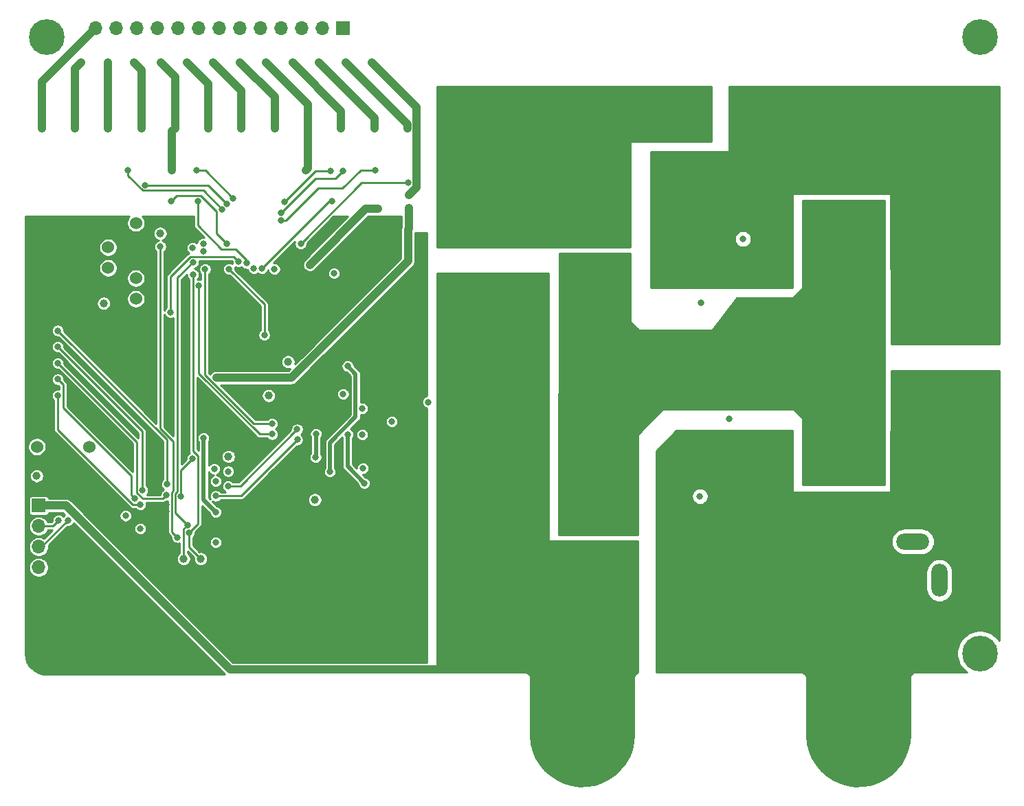
<source format=gbr>
%TF.GenerationSoftware,KiCad,Pcbnew,(5.1.7)-1*%
%TF.CreationDate,2021-03-06T18:12:56-08:00*%
%TF.ProjectId,eskate_bms,65736b61-7465-45f6-926d-732e6b696361,rev?*%
%TF.SameCoordinates,Original*%
%TF.FileFunction,Copper,L4,Bot*%
%TF.FilePolarity,Positive*%
%FSLAX46Y46*%
G04 Gerber Fmt 4.6, Leading zero omitted, Abs format (unit mm)*
G04 Created by KiCad (PCBNEW (5.1.7)-1) date 2021-03-06 18:12:56*
%MOMM*%
%LPD*%
G01*
G04 APERTURE LIST*
%TA.AperFunction,ComponentPad*%
%ADD10C,0.900000*%
%TD*%
%TA.AperFunction,ComponentPad*%
%ADD11C,11.000000*%
%TD*%
%TA.AperFunction,ComponentPad*%
%ADD12C,0.700000*%
%TD*%
%TA.AperFunction,ComponentPad*%
%ADD13C,4.400000*%
%TD*%
%TA.AperFunction,ComponentPad*%
%ADD14C,5.400000*%
%TD*%
%TA.AperFunction,ComponentPad*%
%ADD15O,2.280000X4.560000*%
%TD*%
%TA.AperFunction,ComponentPad*%
%ADD16O,4.050000X2.025000*%
%TD*%
%TA.AperFunction,ComponentPad*%
%ADD17O,2.025000X4.050000*%
%TD*%
%TA.AperFunction,ComponentPad*%
%ADD18O,1.700000X1.700000*%
%TD*%
%TA.AperFunction,ComponentPad*%
%ADD19R,1.700000X1.700000*%
%TD*%
%TA.AperFunction,ComponentPad*%
%ADD20C,1.524000*%
%TD*%
%TA.AperFunction,ComponentPad*%
%ADD21C,1.000000*%
%TD*%
%TA.AperFunction,ViaPad*%
%ADD22C,0.800000*%
%TD*%
%TA.AperFunction,Conductor*%
%ADD23C,0.500000*%
%TD*%
%TA.AperFunction,Conductor*%
%ADD24C,3.000000*%
%TD*%
%TA.AperFunction,Conductor*%
%ADD25C,1.000000*%
%TD*%
%TA.AperFunction,Conductor*%
%ADD26C,0.250000*%
%TD*%
%TA.AperFunction,Conductor*%
%ADD27C,0.254000*%
%TD*%
%TA.AperFunction,Conductor*%
%ADD28C,0.100000*%
%TD*%
G04 APERTURE END LIST*
D10*
%TO.P,H1,1*%
%TO.N,PACK+*%
X224926815Y-101073185D03*
X222000000Y-99875000D03*
X219073185Y-101073185D03*
X217875000Y-104000000D03*
X219073185Y-106926815D03*
X222000000Y-108125000D03*
X224926815Y-106926815D03*
X226125000Y-104000000D03*
D11*
X222000000Y-104000000D03*
%TD*%
D10*
%TO.P,H2,1*%
%TO.N,PACK-*%
X190926815Y-101073185D03*
X188000000Y-99875000D03*
X185073185Y-101073185D03*
X183875000Y-104000000D03*
X185073185Y-106926815D03*
X188000000Y-108125000D03*
X190926815Y-106926815D03*
X192125000Y-104000000D03*
D11*
X188000000Y-104000000D03*
%TD*%
D12*
%TO.P,H6,1*%
%TO.N,Net-(H6-Pad1)*%
X238166726Y-92833274D03*
X237000000Y-92350000D03*
X235833274Y-92833274D03*
X235350000Y-94000000D03*
X235833274Y-95166726D03*
X237000000Y-95650000D03*
X238166726Y-95166726D03*
X238650000Y-94000000D03*
D13*
X237000000Y-94000000D03*
%TD*%
D12*
%TO.P,H5,1*%
%TO.N,Net-(H5-Pad1)*%
X238166726Y-16833274D03*
X237000000Y-16350000D03*
X235833274Y-16833274D03*
X235350000Y-18000000D03*
X235833274Y-19166726D03*
X237000000Y-19650000D03*
X238166726Y-19166726D03*
X238650000Y-18000000D03*
D13*
X237000000Y-18000000D03*
%TD*%
D12*
%TO.P,H3,1*%
%TO.N,GND*%
X123166726Y-92833274D03*
X122000000Y-92350000D03*
X120833274Y-92833274D03*
X120350000Y-94000000D03*
X120833274Y-95166726D03*
X122000000Y-95650000D03*
X123166726Y-95166726D03*
X123650000Y-94000000D03*
D13*
X122000000Y-94000000D03*
%TD*%
D12*
%TO.P,H4,1*%
%TO.N,Net-(H4-Pad1)*%
X123166726Y-16833274D03*
X122000000Y-16350000D03*
X120833274Y-16833274D03*
X120350000Y-18000000D03*
X120833274Y-19166726D03*
X122000000Y-19650000D03*
X123166726Y-19166726D03*
X123650000Y-18000000D03*
D13*
X122000000Y-18000000D03*
%TD*%
D14*
%TO.P,J1,2*%
%TO.N,-BATT*%
X199550000Y-27400000D03*
%TO.P,J1,1*%
%TO.N,+BATT*%
X210450000Y-27400000D03*
%TD*%
D15*
%TO.P,J3,1*%
%TO.N,PACK+*%
X225750000Y-85000000D03*
D16*
%TO.P,J3,3*%
%TO.N,Net-(J3-Pad3)*%
X228750000Y-80200000D03*
D17*
%TO.P,J3,2*%
%TO.N,PACK-*%
X232000000Y-85000000D03*
%TD*%
D18*
%TO.P,J5,13*%
%TO.N,/BQ76940/C0*%
X128020000Y-16900000D03*
%TO.P,J5,12*%
%TO.N,/BQ76940/C1*%
X130560000Y-16900000D03*
%TO.P,J5,11*%
%TO.N,/BQ76940/C2*%
X133100000Y-16900000D03*
%TO.P,J5,10*%
%TO.N,/BQ76940/C3*%
X135640000Y-16900000D03*
%TO.P,J5,9*%
%TO.N,/BQ76940/C4*%
X138180000Y-16900000D03*
%TO.P,J5,8*%
%TO.N,/BQ76940/C5*%
X140720000Y-16900000D03*
%TO.P,J5,7*%
%TO.N,/BQ76940/C6*%
X143260000Y-16900000D03*
%TO.P,J5,6*%
%TO.N,/BQ76940/C7*%
X145800000Y-16900000D03*
%TO.P,J5,5*%
%TO.N,/BQ76940/C8*%
X148340000Y-16900000D03*
%TO.P,J5,4*%
%TO.N,/BQ76940/C9*%
X150880000Y-16900000D03*
%TO.P,J5,3*%
%TO.N,/BQ76940/C10*%
X153420000Y-16900000D03*
%TO.P,J5,2*%
%TO.N,/BQ76940/C11*%
X155960000Y-16900000D03*
D19*
%TO.P,J5,1*%
%TO.N,C15*%
X158500000Y-16900000D03*
%TD*%
D18*
%TO.P,J8,4*%
%TO.N,Net-(J8-Pad4)*%
X121040000Y-83390000D03*
%TO.P,J8,3*%
%TO.N,SMBD*%
X121040000Y-80850000D03*
%TO.P,J8,2*%
%TO.N,SMBC*%
X121040000Y-78310000D03*
D19*
%TO.P,J8,1*%
%TO.N,PACK-*%
X121040000Y-75770000D03*
%TD*%
D20*
%TO.P,SW1,4*%
%TO.N,GND*%
X120810000Y-64030000D03*
%TO.P,SW1,3*%
X127310000Y-64030000D03*
%TO.P,SW1,2*%
%TO.N,Net-(R108-Pad2)*%
X120810000Y-68530000D03*
%TO.P,SW1,1*%
X127310000Y-68530000D03*
%TD*%
%TO.P,TH1,2*%
%TO.N,VC10X*%
X133000000Y-47730000D03*
%TO.P,TH1,1*%
%TO.N,TS3*%
X133000000Y-50270000D03*
%TD*%
%TO.P,TH2,2*%
%TO.N,VC5X*%
X129600000Y-43930000D03*
%TO.P,TH2,1*%
%TO.N,TS2*%
X129600000Y-46470000D03*
%TD*%
%TO.P,TH3,2*%
%TO.N,GND*%
X133000000Y-43470000D03*
%TO.P,TH3,1*%
%TO.N,TS1*%
X133000000Y-40930000D03*
%TD*%
D21*
%TO.P,TP1,1*%
%TO.N,VDDCP*%
X149360000Y-62220000D03*
%TD*%
%TO.P,TP2,1*%
%TO.N,BAT*%
X151770000Y-58030000D03*
%TD*%
%TO.P,TP8,1*%
%TO.N,PACK*%
X155060000Y-75050000D03*
%TD*%
%TO.P,TP17,1*%
%TO.N,/BQ76940/SDA*%
X141000000Y-82320000D03*
%TD*%
%TO.P,TP18,1*%
%TO.N,/BQ76940/SCL*%
X138900000Y-82330000D03*
%TD*%
%TO.P,TP22,1*%
%TO.N,REGOUT*%
X144420000Y-69730000D03*
%TD*%
%TO.P,TP23,1*%
%TO.N,/BQ76940/ALERT*%
X136010000Y-42200000D03*
%TD*%
%TO.P,TP31,1*%
%TO.N,/BQ76940/LEDP*%
X129040000Y-50820000D03*
%TD*%
%TO.P,TP32,1*%
%TO.N,Net-(R108-Pad2)*%
X120800000Y-72110000D03*
%TD*%
D22*
%TO.N,GND*%
X139270000Y-51940000D03*
X137210000Y-57570000D03*
X153860000Y-52110000D03*
%TO.N,REGOUT*%
X157430000Y-47140000D03*
X142840000Y-80320000D03*
X140000000Y-44000000D03*
X142840000Y-72760000D03*
X144380000Y-71550000D03*
X131740000Y-77030000D03*
%TO.N,VC15X*%
X162820000Y-39200000D03*
%TO.N,GND*%
X165000000Y-41700000D03*
X163900000Y-41700000D03*
X163900000Y-40500000D03*
X165000000Y-40500000D03*
%TO.N,/BQ76940/C11*%
X158825000Y-21100000D03*
X166525000Y-29250000D03*
%TO.N,/BQ76940/C10*%
X162400000Y-29250000D03*
%TO.N,/BQ76940/C9*%
X158300000Y-29250000D03*
%TO.N,/BQ76940/C8*%
X154200000Y-29250000D03*
%TO.N,/BQ76940/C7*%
X150100000Y-29225000D03*
%TO.N,/BQ76940/C6*%
X146025000Y-29250000D03*
%TO.N,/BQ76940/C5*%
X141925000Y-29225000D03*
%TO.N,/BQ76940/C4*%
X137825000Y-29225000D03*
%TO.N,/BQ76940/C3*%
X133725000Y-29225000D03*
%TO.N,/BQ76940/C2*%
X129600000Y-29225000D03*
%TO.N,/BQ76940/C1*%
X125500000Y-29225000D03*
%TO.N,/BQ76940/C0*%
X121400000Y-29250000D03*
%TO.N,/BQ76200/DSG*%
X161150000Y-73000000D03*
%TO.N,GND*%
X142550000Y-49470000D03*
X136790000Y-75680000D03*
X136790000Y-76510000D03*
X162000000Y-40500000D03*
X157600000Y-40700000D03*
X156800000Y-41500000D03*
X156000000Y-42300000D03*
X155000000Y-43200000D03*
X159500000Y-47200000D03*
X159500000Y-48100000D03*
X161100000Y-48800000D03*
X160200000Y-48800000D03*
X147980000Y-57600000D03*
X148980000Y-57610000D03*
X149980000Y-57610000D03*
X149980000Y-58600000D03*
X148970000Y-58590000D03*
X147980000Y-58600000D03*
X150000000Y-56660000D03*
X149000000Y-56660000D03*
X148000000Y-56660000D03*
X139180000Y-59650000D03*
X139180000Y-60550000D03*
X139200000Y-61520000D03*
X142590000Y-51520000D03*
X142590000Y-52500000D03*
X146000000Y-71990000D03*
X146010000Y-70990000D03*
X145990000Y-70010000D03*
X146010000Y-69010000D03*
X147000000Y-69010000D03*
X147000000Y-70000000D03*
X147000000Y-71010000D03*
X148010000Y-70000000D03*
X148000000Y-69010000D03*
X148990000Y-69030000D03*
X136860000Y-45470000D03*
X136840000Y-46440000D03*
X147200000Y-74610000D03*
X148060000Y-74620000D03*
X148070000Y-73690000D03*
X147170000Y-75470000D03*
X168000000Y-68500000D03*
X168000000Y-70500000D03*
X168000000Y-72500000D03*
X168000000Y-74500000D03*
X168000000Y-76500000D03*
X168000000Y-78500000D03*
X168000000Y-80500000D03*
X168000000Y-82500000D03*
X168000000Y-84500000D03*
X168000000Y-86500000D03*
X168000000Y-88500000D03*
X168000000Y-90500000D03*
X168000000Y-92500000D03*
X168000000Y-94500000D03*
X167000000Y-93500000D03*
X167000000Y-91500000D03*
X167000000Y-89500000D03*
X167000000Y-87500000D03*
X167000000Y-85500000D03*
X167000000Y-83500000D03*
X167000000Y-81500000D03*
X167000000Y-79500000D03*
X167000000Y-77500000D03*
X167000000Y-75500000D03*
X167000000Y-73500000D03*
X167000000Y-71500000D03*
X166000000Y-94500000D03*
X164000000Y-94500000D03*
X162000000Y-94500000D03*
X160000000Y-94500000D03*
X158000000Y-94500000D03*
X156000000Y-94500000D03*
X154000000Y-94500000D03*
X152000000Y-94500000D03*
X150000000Y-94500000D03*
X148000000Y-94500000D03*
X146000000Y-94500000D03*
X147000000Y-93500000D03*
X149000000Y-93500000D03*
X151000000Y-93500000D03*
X153000000Y-93500000D03*
X155000000Y-93500000D03*
X157000000Y-93500000D03*
X159000000Y-93500000D03*
X161000000Y-93500000D03*
X163000000Y-93500000D03*
X165000000Y-93500000D03*
X145000000Y-93500000D03*
X144000000Y-92500000D03*
X143000000Y-91500000D03*
X142000000Y-90500000D03*
X141000000Y-89500000D03*
X140000000Y-88500000D03*
X139000000Y-87500000D03*
X138000000Y-86500000D03*
X137000000Y-85500000D03*
X136000000Y-84500000D03*
X135000000Y-83500000D03*
X133500000Y-82000000D03*
X132000000Y-80500000D03*
X130500000Y-79000000D03*
X131000000Y-67500000D03*
X129900000Y-66200000D03*
X128800000Y-65000000D03*
X129800000Y-67400000D03*
X128600000Y-66100000D03*
X127400000Y-76900000D03*
X128200000Y-76000000D03*
X129000000Y-75000000D03*
X129900000Y-74100000D03*
X134000000Y-63500000D03*
X133000000Y-62500000D03*
X132000000Y-61500000D03*
X131000000Y-60500000D03*
X130000000Y-59500000D03*
X132000000Y-59500000D03*
X133000000Y-60500000D03*
X134000000Y-61500000D03*
X130000000Y-41000000D03*
X128000000Y-41000000D03*
X126000000Y-41000000D03*
X124000000Y-41000000D03*
X122000000Y-41000000D03*
X120000000Y-41000000D03*
X120000000Y-43000000D03*
X120000000Y-45000000D03*
X120000000Y-47000000D03*
X120000000Y-49000000D03*
X120000000Y-51000000D03*
X120000000Y-53000000D03*
X120000000Y-55000000D03*
X120000000Y-57000000D03*
X120000000Y-59000000D03*
X120000000Y-61000000D03*
X121000000Y-60000000D03*
X121000000Y-58000000D03*
X121000000Y-56000000D03*
X121000000Y-54000000D03*
X121000000Y-52000000D03*
X121000000Y-50000000D03*
X121000000Y-48000000D03*
X121000000Y-46000000D03*
X121000000Y-44000000D03*
X121000000Y-42000000D03*
X123000000Y-42000000D03*
X125000000Y-42000000D03*
X127000000Y-42000000D03*
X129000000Y-42000000D03*
X148000000Y-64000000D03*
X149000000Y-64000000D03*
X146500000Y-62500000D03*
X147500000Y-62500000D03*
X129000000Y-54500000D03*
X127000000Y-54500000D03*
X128000000Y-55500000D03*
X127000000Y-56500000D03*
X129000000Y-56500000D03*
X144000000Y-82000000D03*
X146000000Y-82000000D03*
X148000000Y-82000000D03*
X148000000Y-80000000D03*
X148000000Y-78000000D03*
X135900000Y-40600000D03*
X134800000Y-40600000D03*
%TO.N,REGOUT*%
X141300000Y-43460000D03*
%TO.N,Net-(C44-Pad1)*%
X142840000Y-76560000D03*
%TO.N,+BATT*%
X197000000Y-42500000D03*
X158550000Y-62000000D03*
X169000000Y-63000000D03*
X227000000Y-55000000D03*
X229000000Y-55000000D03*
X228000000Y-54000000D03*
X227000000Y-53000000D03*
X229000000Y-53000000D03*
X230000000Y-54000000D03*
X231000000Y-55000000D03*
X232000000Y-54000000D03*
X231000000Y-53000000D03*
X233000000Y-55000000D03*
X235000000Y-55000000D03*
X234000000Y-54000000D03*
X233000000Y-53000000D03*
X235000000Y-53000000D03*
X236000000Y-54000000D03*
X237000000Y-53000000D03*
X238000000Y-54000000D03*
X239000000Y-53000000D03*
X239000000Y-55000000D03*
X208000000Y-48000000D03*
X206000000Y-48000000D03*
X207000000Y-47000000D03*
X205000000Y-47000000D03*
X204000000Y-48000000D03*
X203000000Y-47000000D03*
X208000000Y-46000000D03*
X206000000Y-46000000D03*
X204000000Y-46000000D03*
X203000000Y-45000000D03*
X205000000Y-45000000D03*
X207000000Y-45000000D03*
X202000000Y-46000000D03*
X201000000Y-45000000D03*
X200000000Y-46000000D03*
X199000000Y-45000000D03*
X198000000Y-46000000D03*
X197000000Y-45000000D03*
X202000000Y-48000000D03*
X215500000Y-25000000D03*
X215500000Y-27000000D03*
X215500000Y-29000000D03*
X216500000Y-30000000D03*
X216500000Y-28000000D03*
X216500000Y-26000000D03*
X217500000Y-25000000D03*
X217500000Y-27000000D03*
X217500000Y-29000000D03*
X217500000Y-29000000D03*
X218500000Y-30000000D03*
X218500000Y-28000000D03*
X218500000Y-26000000D03*
X219500000Y-25000000D03*
X219500000Y-27000000D03*
X219500000Y-29000000D03*
X220500000Y-30000000D03*
X220500000Y-28000000D03*
X220500000Y-26000000D03*
X221500000Y-25000000D03*
X221500000Y-27000000D03*
X221500000Y-29000000D03*
X222500000Y-30000000D03*
X222500000Y-28000000D03*
X222500000Y-26000000D03*
X223500000Y-29000000D03*
X223500000Y-27000000D03*
X223500000Y-25000000D03*
X224500000Y-30000000D03*
X224500000Y-28000000D03*
X224500000Y-26000000D03*
X225500000Y-29000000D03*
X225500000Y-27000000D03*
X225500000Y-25000000D03*
%TO.N,PACK+*%
X197500000Y-81500000D03*
X161000000Y-71150000D03*
X156912500Y-71600000D03*
X159090000Y-58580000D03*
X221000000Y-91000000D03*
X219000000Y-91000000D03*
X217000000Y-91000000D03*
X215000000Y-91000000D03*
X213000000Y-91000000D03*
X211000000Y-91000000D03*
X209000000Y-91000000D03*
X207000000Y-91000000D03*
X205000000Y-91000000D03*
X203000000Y-91000000D03*
X201000000Y-91000000D03*
X202000000Y-90000000D03*
X204000000Y-90000000D03*
X206000000Y-90000000D03*
X208000000Y-90000000D03*
X210000000Y-90000000D03*
X212000000Y-90000000D03*
X214000000Y-90000000D03*
X216000000Y-90000000D03*
X218000000Y-90000000D03*
X220000000Y-90000000D03*
X221000000Y-89000000D03*
X219000000Y-89000000D03*
X217000000Y-89000000D03*
X215000000Y-89000000D03*
X213000000Y-89000000D03*
X211000000Y-89000000D03*
X209000000Y-89000000D03*
X207000000Y-89000000D03*
X205000000Y-89000000D03*
X203000000Y-89000000D03*
X201000000Y-89000000D03*
X202000000Y-88000000D03*
X204000000Y-88000000D03*
X206000000Y-88000000D03*
X208000000Y-88000000D03*
X210000000Y-88000000D03*
X212000000Y-88000000D03*
X214000000Y-88000000D03*
X216000000Y-88000000D03*
X218000000Y-88000000D03*
X220000000Y-88000000D03*
X221000000Y-87000000D03*
X219000000Y-87000000D03*
X217000000Y-87000000D03*
X215000000Y-87000000D03*
X213000000Y-87000000D03*
X211000000Y-87000000D03*
X209000000Y-87000000D03*
X207000000Y-87000000D03*
X205000000Y-87000000D03*
X203000000Y-87000000D03*
X201000000Y-87000000D03*
X227000000Y-60000000D03*
X229000000Y-60000000D03*
X228000000Y-61000000D03*
X227000000Y-62000000D03*
X229000000Y-62000000D03*
X230000000Y-61000000D03*
X231000000Y-60000000D03*
X231000000Y-62000000D03*
X232000000Y-61000000D03*
X233000000Y-60000000D03*
X233000000Y-62000000D03*
X234000000Y-61000000D03*
X235000000Y-60000000D03*
X235000000Y-62000000D03*
X236000000Y-61000000D03*
X237000000Y-62000000D03*
X237000000Y-60000000D03*
X238000000Y-61000000D03*
X239000000Y-62000000D03*
X202500000Y-67500000D03*
X204500000Y-67500000D03*
X206500000Y-67500000D03*
X203500000Y-68500000D03*
X205500000Y-68500000D03*
X207500000Y-68500000D03*
X206500000Y-69500000D03*
X204500000Y-69500000D03*
X202500000Y-69500000D03*
X203500000Y-70500000D03*
X205500000Y-70500000D03*
X207500000Y-70500000D03*
X201500000Y-68500000D03*
X200500000Y-69500000D03*
X198500000Y-69500000D03*
X199500000Y-68500000D03*
X200500000Y-67500000D03*
%TO.N,PACK*%
X155193626Y-66911491D03*
X155162500Y-69800000D03*
%TO.N,PACK-*%
X171000000Y-96000000D03*
X173000000Y-96000000D03*
X175000000Y-96000000D03*
X177000000Y-96000000D03*
X179000000Y-96000000D03*
X181000000Y-96000000D03*
X183000000Y-96000000D03*
X185000000Y-96000000D03*
X187000000Y-96000000D03*
X186000000Y-95000000D03*
X184000000Y-95000000D03*
X182000000Y-95000000D03*
X180000000Y-95000000D03*
X178000000Y-95000000D03*
X176000000Y-95000000D03*
X174000000Y-95000000D03*
X172000000Y-95000000D03*
X171000000Y-94000000D03*
X173000000Y-94000000D03*
X175000000Y-94000000D03*
X177000000Y-94000000D03*
X179000000Y-94000000D03*
X181000000Y-94000000D03*
X183000000Y-94000000D03*
X185000000Y-94000000D03*
X187000000Y-94000000D03*
X186000000Y-93000000D03*
X184000000Y-93000000D03*
X182000000Y-93000000D03*
X180000000Y-93000000D03*
X178000000Y-93000000D03*
X176000000Y-93000000D03*
X174000000Y-93000000D03*
X172000000Y-93000000D03*
X187000000Y-92000000D03*
X185000000Y-92000000D03*
X183000000Y-92000000D03*
X181000000Y-92000000D03*
X179000000Y-92000000D03*
X177000000Y-92000000D03*
X175000000Y-92000000D03*
X173000000Y-92000000D03*
X171000000Y-92000000D03*
X172000000Y-91000000D03*
X174000000Y-91000000D03*
X176000000Y-91000000D03*
X178000000Y-91000000D03*
X180000000Y-91000000D03*
X182000000Y-91000000D03*
X184000000Y-91000000D03*
X186000000Y-91000000D03*
X182000000Y-50500000D03*
X181000000Y-49500000D03*
X181000000Y-51500000D03*
X180000000Y-50500000D03*
X179000000Y-49500000D03*
X179000000Y-51500000D03*
X178000000Y-50500000D03*
X177000000Y-49500000D03*
X177000000Y-51500000D03*
X176000000Y-50500000D03*
X175000000Y-49500000D03*
X175000000Y-51500000D03*
X174000000Y-50500000D03*
X173000000Y-49500000D03*
X173000000Y-51500000D03*
X172000000Y-50500000D03*
X171000000Y-49500000D03*
X171000000Y-51500000D03*
X172000000Y-52500000D03*
X174000000Y-52500000D03*
X176000000Y-52500000D03*
X178000000Y-52500000D03*
X180000000Y-52500000D03*
X182000000Y-52500000D03*
%TO.N,/BQ76940/C11/vc+*%
X153325000Y-43462500D03*
X166562500Y-35950000D03*
%TO.N,/BQ76940/C10/vc+*%
X150925000Y-40600000D03*
X162462500Y-34400000D03*
%TO.N,/BQ76940/C9/vc+*%
X150925000Y-39649997D03*
X158550000Y-34487500D03*
%TO.N,VC10X*%
X148550000Y-46537500D03*
X157140000Y-38240000D03*
%TO.N,VC5X*%
X140660000Y-38190000D03*
X146700000Y-45880000D03*
%TO.N,/BQ76940/C3/vc+*%
X134167500Y-36240000D03*
X144241516Y-38527679D03*
%TO.N,/BQ76940/C4/vc+*%
X144250000Y-43450000D03*
X137360000Y-38190000D03*
%TO.N,/BQ76940/C2/vc+*%
X132037500Y-34400000D03*
X143652198Y-39272802D03*
%TO.N,/BQ76940/C9/vcb*%
X151285201Y-38335201D03*
X157020000Y-34487500D03*
%TO.N,/BQ76940/C5/vcb*%
X145000000Y-37875000D03*
X140530000Y-34457500D03*
%TO.N,/BQ76940/ALERT*%
X136030000Y-43810000D03*
X138140000Y-79680000D03*
%TO.N,TS3*%
X150080000Y-46600000D03*
%TO.N,TS2*%
X147550000Y-46537500D03*
%TO.N,TS1*%
X144480004Y-46589999D03*
X148830000Y-54730000D03*
%TO.N,C15*%
X166612500Y-37500000D03*
X162050000Y-21100000D03*
X154100000Y-58060000D03*
X166612500Y-39050000D03*
X142950000Y-60000000D03*
%TO.N,VC15X*%
X154450000Y-46077500D03*
%TO.N,REGOUT*%
X133560000Y-78627500D03*
X142660000Y-71240000D03*
X141310000Y-44370000D03*
%TO.N,REGSRC*%
X145660000Y-45695000D03*
X137262500Y-51950000D03*
%TO.N,Net-(C44-Pad1)*%
X141350000Y-67450000D03*
%TO.N,-BATT*%
X194500000Y-25000000D03*
X194500000Y-27000000D03*
X194500000Y-29000000D03*
X193500000Y-30000000D03*
X193500000Y-28000000D03*
X193500000Y-26000000D03*
X192500000Y-25000000D03*
X192500000Y-27000000D03*
X192500000Y-29000000D03*
X191500000Y-30000000D03*
X191500000Y-28000000D03*
X191500000Y-26000000D03*
X190500000Y-25000000D03*
X190500000Y-27000000D03*
X190500000Y-29000000D03*
X189500000Y-26000000D03*
X189500000Y-28000000D03*
X189500000Y-30000000D03*
X188500000Y-25000000D03*
X188500000Y-27000000D03*
X188500000Y-29000000D03*
X187500000Y-30000000D03*
X187500000Y-28000000D03*
X187500000Y-26000000D03*
X186500000Y-25000000D03*
X186500000Y-27000000D03*
X186500000Y-29000000D03*
X185500000Y-30000000D03*
X185500000Y-28000000D03*
X185500000Y-26000000D03*
X184500000Y-25000000D03*
X184500000Y-27000000D03*
X184500000Y-29000000D03*
X173000000Y-41500000D03*
X173000000Y-39500000D03*
X174000000Y-40500000D03*
X174000000Y-38500000D03*
X175000000Y-39500000D03*
X175000000Y-41500000D03*
X176000000Y-40500000D03*
X176000000Y-38500000D03*
X177000000Y-39500000D03*
X177000000Y-41500000D03*
X177000000Y-41500000D03*
X178000000Y-40500000D03*
X178000000Y-38500000D03*
X179000000Y-39500000D03*
X179000000Y-41500000D03*
X180000000Y-40500000D03*
X180000000Y-38500000D03*
X181000000Y-39500000D03*
X181000000Y-41500000D03*
X182000000Y-40500000D03*
X182000000Y-38500000D03*
%TO.N,/BQ76200/CGATE*%
X207800000Y-42900000D03*
X202600000Y-50800000D03*
X160912500Y-63800000D03*
%TO.N,/BQ76200/DGATE*%
X206075000Y-65100000D03*
X202500000Y-74625000D03*
X160912500Y-67000000D03*
%TO.N,/BQ76200/DSG*%
X159087500Y-67000000D03*
%TO.N,/BQ76940/C10*%
X155550000Y-21100000D03*
%TO.N,/BQ76940/C9*%
X152300000Y-21100000D03*
%TO.N,/BQ76940/C8*%
X153950000Y-34437500D03*
X149050000Y-21100000D03*
%TO.N,/BQ76940/C7*%
X145800000Y-21100000D03*
%TO.N,/BQ76940/C6*%
X142550000Y-21100000D03*
%TO.N,/BQ76940/C5*%
X139300000Y-21100000D03*
%TO.N,/BQ76940/C4*%
X137480000Y-34407500D03*
X136050000Y-21100000D03*
%TO.N,/BQ76940/C3*%
X132800000Y-21100000D03*
%TO.N,/BQ76940/C2*%
X129550000Y-21100000D03*
%TO.N,/BQ76940/C1*%
X126300000Y-21100000D03*
%TO.N,Net-(D31-Pad1)*%
X136830000Y-73140000D03*
X123375000Y-54190000D03*
%TO.N,Net-(D32-Pad1)*%
X133806048Y-73886048D03*
X123375000Y-56190000D03*
%TO.N,Net-(D33-Pad1)*%
X123375000Y-58190000D03*
X136801441Y-74460000D03*
%TO.N,Net-(D34-Pad1)*%
X132829249Y-74862847D03*
X123375000Y-60190000D03*
%TO.N,Net-(D35-Pad1)*%
X133560000Y-75660000D03*
X123375000Y-62190000D03*
%TO.N,SMBC*%
X123500000Y-77610000D03*
%TO.N,SMBD*%
X124640000Y-77580000D03*
%TO.N,/BQ76200/CD*%
X186000000Y-65000000D03*
X164550000Y-65400000D03*
%TO.N,/BQ76200/PMON_EN*%
X142840000Y-74592500D03*
X152900000Y-67650000D03*
%TO.N,/BQ76940/SDA*%
X139575000Y-79100000D03*
X140042500Y-47300000D03*
%TO.N,/BQ76940/SCL*%
X140042500Y-45770000D03*
X139350000Y-78150000D03*
%TO.N,/BQ76200/CP_EN*%
X152890000Y-66370000D03*
X144370000Y-73392500D03*
%TO.N,/BQ76200/PCHG_EN*%
X138551452Y-74618548D03*
X140000000Y-69990000D03*
%TO.N,/BQ76200/CD*%
X186000000Y-67500000D03*
X188000000Y-67500000D03*
X190000000Y-67500000D03*
X192000000Y-67500000D03*
X194000000Y-67500000D03*
X193000000Y-66500000D03*
X191000000Y-66500000D03*
X189000000Y-66500000D03*
X187000000Y-66500000D03*
X188000000Y-65500000D03*
X190000000Y-65500000D03*
X192000000Y-65500000D03*
X194000000Y-65500000D03*
X186000000Y-56500000D03*
X188000000Y-56500000D03*
X190000000Y-56500000D03*
X192000000Y-56500000D03*
X194000000Y-56500000D03*
X193000000Y-57500000D03*
X191000000Y-57500000D03*
X189000000Y-57500000D03*
X187000000Y-57500000D03*
X186000000Y-58500000D03*
X188000000Y-58500000D03*
X190000000Y-58500000D03*
X192000000Y-58500000D03*
X194000000Y-58500000D03*
X223500000Y-58000000D03*
X221500000Y-58000000D03*
X219500000Y-58000000D03*
X217500000Y-58000000D03*
X224500000Y-59000000D03*
X222500000Y-59000000D03*
X220500000Y-59000000D03*
X218500000Y-59000000D03*
X216500000Y-59000000D03*
X217500000Y-60000000D03*
X219500000Y-60000000D03*
X221500000Y-60000000D03*
X223500000Y-60000000D03*
X224500000Y-61000000D03*
X222500000Y-61000000D03*
X220500000Y-61000000D03*
X218500000Y-61000000D03*
X216500000Y-61000000D03*
X215500000Y-60000000D03*
X215500000Y-58000000D03*
X215500000Y-51000000D03*
X215500000Y-53000000D03*
X217500000Y-53000000D03*
X219500000Y-53000000D03*
X221500000Y-53000000D03*
X223500000Y-53000000D03*
X216500000Y-50000000D03*
X216500000Y-52000000D03*
X218500000Y-52000000D03*
X218500000Y-50000000D03*
X217500000Y-51000000D03*
X219500000Y-51000000D03*
X220500000Y-50000000D03*
X220500000Y-52000000D03*
X221500000Y-51000000D03*
X222500000Y-50000000D03*
X222500000Y-52000000D03*
X224500000Y-52000000D03*
X224500000Y-50000000D03*
X223500000Y-51000000D03*
X187000000Y-59500000D03*
X189000000Y-59500000D03*
X191000000Y-59500000D03*
X193000000Y-59500000D03*
X195000000Y-59500000D03*
X195000000Y-57500000D03*
X187000000Y-64500000D03*
X189000000Y-64500000D03*
X191000000Y-64500000D03*
X193000000Y-64500000D03*
X195000000Y-64500000D03*
%TO.N,/BQ76200/CHG_EN*%
X141540000Y-46590000D03*
X149780000Y-65680000D03*
%TO.N,/BQ76200/DSG_EN*%
X149810000Y-66960000D03*
X140760000Y-48620000D03*
%TD*%
D23*
%TO.N,PACK+*%
X156912500Y-67990998D02*
X160070000Y-64833498D01*
X156912500Y-71600000D02*
X156912500Y-67990998D01*
X160070000Y-59560000D02*
X159090000Y-58580000D01*
X160070000Y-64833498D02*
X160070000Y-59560000D01*
%TO.N,PACK*%
X155193626Y-69768874D02*
X155162500Y-69800000D01*
X155193626Y-66911491D02*
X155193626Y-69768874D01*
D24*
%TO.N,PACK-*%
X188000000Y-107000000D02*
X188000000Y-104560468D01*
D25*
X124384002Y-75770000D02*
X144614002Y-96000000D01*
X121040000Y-75770000D02*
X124384002Y-75770000D01*
X144614002Y-96000000D02*
X171000000Y-96000000D01*
X171000000Y-96000000D02*
X173000000Y-96000000D01*
X173000000Y-96000000D02*
X174000000Y-96000000D01*
D26*
%TO.N,/BQ76940/C11/vc+*%
X160837500Y-35950000D02*
X166562500Y-35950000D01*
X153325000Y-43462500D02*
X160837500Y-35950000D01*
%TO.N,/BQ76940/C10/vc+*%
X151490685Y-40600000D02*
X155465685Y-36625000D01*
X150925000Y-40600000D02*
X151490685Y-40600000D01*
X155465685Y-36625000D02*
X158475000Y-36625000D01*
X160700000Y-34400000D02*
X162462500Y-34400000D01*
X158475000Y-36625000D02*
X160700000Y-34400000D01*
%TO.N,/BQ76940/C9/vc+*%
X150925000Y-39649997D02*
X155099997Y-35475000D01*
X157562500Y-35475000D02*
X158550000Y-34487500D01*
X155099997Y-35475000D02*
X157562500Y-35475000D01*
%TO.N,VC10X*%
X156847500Y-38240000D02*
X157140000Y-38240000D01*
X148550000Y-46537500D02*
X156847500Y-38240000D01*
%TO.N,VC5X*%
X140660000Y-41210000D02*
X140660000Y-38190000D01*
X143575001Y-44125001D02*
X140660000Y-41210000D01*
X145285001Y-44125001D02*
X143575001Y-44125001D01*
X146700000Y-45540000D02*
X145285001Y-44125001D01*
X146700000Y-45880000D02*
X146700000Y-45540000D01*
%TO.N,/BQ76940/C3/vc+*%
X141953837Y-36240000D02*
X134167500Y-36240000D01*
X144241516Y-38527679D02*
X141953837Y-36240000D01*
%TO.N,/BQ76940/C4/vc+*%
X138035001Y-37514999D02*
X137360000Y-38190000D01*
X142977197Y-39508195D02*
X140984001Y-37514999D01*
X142977197Y-42177197D02*
X142977197Y-39508195D01*
X140984001Y-37514999D02*
X138035001Y-37514999D01*
X144250000Y-43450000D02*
X142977197Y-42177197D01*
%TO.N,/BQ76940/C2/vc+*%
X132037500Y-34412500D02*
X132037500Y-34400000D01*
X132037500Y-35109002D02*
X132037500Y-34400000D01*
X133843499Y-36915001D02*
X132037500Y-35109002D01*
X141294397Y-36915001D02*
X133843499Y-36915001D01*
X143652198Y-39272802D02*
X141294397Y-36915001D01*
%TO.N,/BQ76940/C9/vcb*%
X155132902Y-34487500D02*
X157020000Y-34487500D01*
X151285201Y-38335201D02*
X155132902Y-34487500D01*
%TO.N,/BQ76940/C5/vcb*%
X141582500Y-34457500D02*
X140530000Y-34457500D01*
X145000000Y-37875000D02*
X141582500Y-34457500D01*
%TO.N,/BQ76940/ALERT*%
X137476441Y-79016441D02*
X138140000Y-79680000D01*
X137476441Y-74128858D02*
X137476441Y-79016441D01*
X137610000Y-73995299D02*
X137476441Y-74128858D01*
X137610000Y-67859302D02*
X137610000Y-73995299D01*
X136030000Y-66279302D02*
X137610000Y-67859302D01*
X136030000Y-43810000D02*
X136030000Y-66279302D01*
%TO.N,TS1*%
X148830000Y-50939995D02*
X148830000Y-54730000D01*
X144480004Y-46589999D02*
X148830000Y-50939995D01*
D25*
%TO.N,C15*%
X167612501Y-26662501D02*
X162050000Y-21100000D01*
X167612501Y-36499999D02*
X167612501Y-26662501D01*
X166612500Y-37500000D02*
X167612501Y-36499999D01*
X166612500Y-39050000D02*
X166612500Y-41612500D01*
X148225000Y-60000000D02*
X142950000Y-60000000D01*
X166549999Y-45610001D02*
X154100000Y-58060000D01*
X166549999Y-41675001D02*
X166549999Y-45610001D01*
X166612500Y-41612500D02*
X166549999Y-41675001D01*
X152160000Y-60000000D02*
X148225000Y-60000000D01*
X154100000Y-58060000D02*
X152160000Y-60000000D01*
%TO.N,VC15X*%
X161327500Y-39200000D02*
X154450000Y-46077500D01*
X162820000Y-39200000D02*
X161327500Y-39200000D01*
D26*
%TO.N,REGSRC*%
X137262500Y-47550998D02*
X137262500Y-51950000D01*
X139718499Y-45094999D02*
X137262500Y-47550998D01*
X145059999Y-45094999D02*
X139718499Y-45094999D01*
X145660000Y-45695000D02*
X145059999Y-45094999D01*
D23*
%TO.N,Net-(C44-Pad1)*%
X141350000Y-75070000D02*
X141350000Y-67450000D01*
X142840000Y-76560000D02*
X141350000Y-75070000D01*
%TO.N,/BQ76200/DGATE*%
X206075000Y-65100000D02*
X206075000Y-65100000D01*
X202500000Y-74625000D02*
X202500000Y-74625000D01*
%TO.N,/BQ76200/DSG*%
X161150000Y-73000000D02*
X159100000Y-70950000D01*
X159100000Y-67012500D02*
X159087500Y-67000000D01*
X159100000Y-70950000D02*
X159100000Y-67012500D01*
D25*
%TO.N,/BQ76940/C11*%
X166462491Y-28737491D02*
X166462491Y-29250000D01*
X158825000Y-21100000D02*
X166462491Y-28737491D01*
%TO.N,/BQ76940/C10*%
X162400000Y-27950000D02*
X155550000Y-21100000D01*
X162400000Y-29250000D02*
X162400000Y-27950000D01*
%TO.N,/BQ76940/C9*%
X158300000Y-27100000D02*
X152300000Y-21100000D01*
X158300000Y-29250000D02*
X158300000Y-27100000D01*
%TO.N,/BQ76940/C8*%
X154200000Y-26250000D02*
X149050000Y-21100000D01*
X154200000Y-29250000D02*
X154200000Y-26250000D01*
X154200000Y-34187500D02*
X153950000Y-34437500D01*
X154200000Y-29250000D02*
X154200000Y-34187500D01*
%TO.N,/BQ76940/C7*%
X150100000Y-25400000D02*
X145800000Y-21100000D01*
X150100000Y-29225000D02*
X150100000Y-25400000D01*
%TO.N,/BQ76940/C6*%
X146025000Y-24575000D02*
X142550000Y-21100000D01*
X146025000Y-29250000D02*
X146025000Y-24575000D01*
%TO.N,/BQ76940/C5*%
X141925000Y-23725000D02*
X139300000Y-21100000D01*
X141925000Y-29225000D02*
X141925000Y-23725000D01*
%TO.N,/BQ76940/C4*%
X137825000Y-22875000D02*
X136050000Y-21100000D01*
X137825000Y-29225000D02*
X137825000Y-22875000D01*
X137480000Y-29570000D02*
X137825000Y-29225000D01*
X137480000Y-34407500D02*
X137480000Y-29570000D01*
%TO.N,/BQ76940/C3*%
X133725000Y-22025000D02*
X132800000Y-21100000D01*
X133725000Y-29225000D02*
X133725000Y-22025000D01*
%TO.N,/BQ76940/C2*%
X129600000Y-21150000D02*
X129550000Y-21100000D01*
X129600000Y-29225000D02*
X129600000Y-21150000D01*
%TO.N,/BQ76940/C1*%
X125500000Y-21900000D02*
X126300000Y-21100000D01*
X125500000Y-29225000D02*
X125500000Y-21900000D01*
%TO.N,/BQ76940/C0*%
X121400000Y-23520000D02*
X128020000Y-16900000D01*
X121400000Y-29250000D02*
X121400000Y-23520000D01*
D26*
%TO.N,Net-(D31-Pad1)*%
X136830000Y-67645000D02*
X123375000Y-54190000D01*
X136830000Y-73140000D02*
X136830000Y-67645000D01*
%TO.N,Net-(D32-Pad1)*%
X133806048Y-66621048D02*
X123375000Y-56190000D01*
X133806048Y-73886048D02*
X133806048Y-66621048D01*
%TO.N,Net-(D33-Pad1)*%
X133131047Y-67946047D02*
X123375000Y-58190000D01*
X133131047Y-74210049D02*
X133131047Y-67946047D01*
X133850998Y-74930000D02*
X133131047Y-74210049D01*
X136331441Y-74930000D02*
X136801441Y-74460000D01*
X133850998Y-74930000D02*
X136331441Y-74930000D01*
%TO.N,Net-(D34-Pad1)*%
X132829249Y-74862847D02*
X132429250Y-74462848D01*
X124050001Y-60865001D02*
X123375000Y-60190000D01*
X124050001Y-63735239D02*
X124050001Y-60865001D01*
X132429250Y-72114488D02*
X124050001Y-63735239D01*
X132429250Y-74462848D02*
X132429250Y-72114488D01*
%TO.N,Net-(D35-Pad1)*%
X123375000Y-66407600D02*
X123375000Y-62190000D01*
X132627400Y-75660000D02*
X123375000Y-66407600D01*
X133560000Y-75660000D02*
X132627400Y-75660000D01*
%TO.N,SMBC*%
X122800000Y-78310000D02*
X121040000Y-78310000D01*
X123500000Y-77610000D02*
X122800000Y-78310000D01*
%TO.N,SMBD*%
X121370000Y-80850000D02*
X121040000Y-80850000D01*
X124640000Y-77580000D02*
X121370000Y-80850000D01*
%TO.N,/BQ76200/PMON_EN*%
X145957500Y-74592500D02*
X152900000Y-67650000D01*
X142840000Y-74592500D02*
X145957500Y-74592500D01*
%TO.N,/BQ76940/SDA*%
X140675001Y-77999999D02*
X139575000Y-79100000D01*
X140675001Y-69665999D02*
X140675001Y-77999999D01*
X140040000Y-69030998D02*
X140675001Y-69665999D01*
X140040000Y-48610000D02*
X140040000Y-69030998D01*
X140042500Y-48607500D02*
X140040000Y-48610000D01*
X140042500Y-47300000D02*
X140042500Y-48607500D01*
X139575000Y-80895000D02*
X141000000Y-82320000D01*
X139575000Y-79100000D02*
X139575000Y-80895000D01*
%TO.N,/BQ76940/SCL*%
X137876451Y-76676451D02*
X139350000Y-78150000D01*
X138151442Y-74019556D02*
X137876451Y-74294547D01*
X138151442Y-47661058D02*
X138151442Y-74019556D01*
X137876451Y-74294547D02*
X137876451Y-76676451D01*
X140042500Y-45770000D02*
X138151442Y-47661058D01*
X138900000Y-81622894D02*
X138900000Y-82330000D01*
X138899999Y-78600001D02*
X138900000Y-81622894D01*
X139350000Y-78150000D02*
X138899999Y-78600001D01*
%TO.N,/BQ76200/CP_EN*%
X145867500Y-73392500D02*
X144370000Y-73392500D01*
X152890000Y-66370000D02*
X145867500Y-73392500D01*
%TO.N,/BQ76200/PCHG_EN*%
X138551452Y-71438548D02*
X140000000Y-69990000D01*
X138551452Y-74618548D02*
X138551452Y-71438548D01*
%TO.N,/BQ76200/CHG_EN*%
X147533971Y-65680000D02*
X149780000Y-65680000D01*
X141540000Y-59686029D02*
X147533971Y-65680000D01*
X141540000Y-46590000D02*
X141540000Y-59686029D01*
%TO.N,/BQ76200/DSG_EN*%
X148248272Y-66960000D02*
X149810000Y-66960000D01*
X140760000Y-59471728D02*
X148248272Y-66960000D01*
X140760000Y-48620000D02*
X140760000Y-59471728D01*
%TD*%
D27*
%TO.N,PACK-*%
X183873000Y-80000000D02*
X183875440Y-80024776D01*
X183882667Y-80048601D01*
X183894403Y-80070557D01*
X183910197Y-80089803D01*
X183929443Y-80105597D01*
X183951399Y-80117333D01*
X183975224Y-80124560D01*
X184000000Y-80127000D01*
X194873000Y-80127000D01*
X194873000Y-96349315D01*
X194870617Y-96349550D01*
X194746207Y-96387290D01*
X194631550Y-96448575D01*
X194531052Y-96531052D01*
X194448575Y-96631550D01*
X194387290Y-96746207D01*
X194349550Y-96870617D01*
X194336807Y-97000000D01*
X194340001Y-97032429D01*
X194340000Y-103975512D01*
X194268561Y-104936841D01*
X194061231Y-105853106D01*
X193720748Y-106728657D01*
X193254590Y-107544265D01*
X192672995Y-108282014D01*
X191988749Y-108925689D01*
X191216871Y-109461160D01*
X190374323Y-109876659D01*
X189479624Y-110163054D01*
X188552403Y-110314062D01*
X187613063Y-110326359D01*
X186682221Y-110199676D01*
X185780324Y-109936797D01*
X184927187Y-109543496D01*
X184141559Y-109028415D01*
X183440699Y-108402875D01*
X182839987Y-107680597D01*
X182352642Y-106877477D01*
X181989352Y-106011130D01*
X181758111Y-105100609D01*
X181661965Y-104145783D01*
X181660000Y-103995714D01*
X181660000Y-97032419D01*
X181663193Y-97000000D01*
X181650450Y-96870617D01*
X181612710Y-96746207D01*
X181551425Y-96631550D01*
X181468948Y-96531052D01*
X181368450Y-96448575D01*
X181253793Y-96387290D01*
X181129383Y-96349550D01*
X181032419Y-96340000D01*
X181000000Y-96336807D01*
X180967581Y-96340000D01*
X170127000Y-96340000D01*
X170127000Y-47127000D01*
X183873000Y-47127000D01*
X183873000Y-80000000D01*
%TA.AperFunction,Conductor*%
D28*
G36*
X183873000Y-80000000D02*
G01*
X183875440Y-80024776D01*
X183882667Y-80048601D01*
X183894403Y-80070557D01*
X183910197Y-80089803D01*
X183929443Y-80105597D01*
X183951399Y-80117333D01*
X183975224Y-80124560D01*
X184000000Y-80127000D01*
X194873000Y-80127000D01*
X194873000Y-96349315D01*
X194870617Y-96349550D01*
X194746207Y-96387290D01*
X194631550Y-96448575D01*
X194531052Y-96531052D01*
X194448575Y-96631550D01*
X194387290Y-96746207D01*
X194349550Y-96870617D01*
X194336807Y-97000000D01*
X194340001Y-97032429D01*
X194340000Y-103975512D01*
X194268561Y-104936841D01*
X194061231Y-105853106D01*
X193720748Y-106728657D01*
X193254590Y-107544265D01*
X192672995Y-108282014D01*
X191988749Y-108925689D01*
X191216871Y-109461160D01*
X190374323Y-109876659D01*
X189479624Y-110163054D01*
X188552403Y-110314062D01*
X187613063Y-110326359D01*
X186682221Y-110199676D01*
X185780324Y-109936797D01*
X184927187Y-109543496D01*
X184141559Y-109028415D01*
X183440699Y-108402875D01*
X182839987Y-107680597D01*
X182352642Y-106877477D01*
X181989352Y-106011130D01*
X181758111Y-105100609D01*
X181661965Y-104145783D01*
X181660000Y-103995714D01*
X181660000Y-97032419D01*
X181663193Y-97000000D01*
X181650450Y-96870617D01*
X181612710Y-96746207D01*
X181551425Y-96631550D01*
X181468948Y-96531052D01*
X181368450Y-96448575D01*
X181253793Y-96387290D01*
X181129383Y-96349550D01*
X181032419Y-96340000D01*
X181000000Y-96336807D01*
X180967581Y-96340000D01*
X170127000Y-96340000D01*
X170127000Y-47127000D01*
X183873000Y-47127000D01*
X183873000Y-80000000D01*
G37*
%TD.AperFunction*%
%TD*%
D27*
%TO.N,PACK+*%
X239340001Y-92399194D02*
X239202088Y-92192793D01*
X238807207Y-91797912D01*
X238342876Y-91487656D01*
X237826939Y-91273948D01*
X237279223Y-91165000D01*
X236720777Y-91165000D01*
X236173061Y-91273948D01*
X235657124Y-91487656D01*
X235192793Y-91797912D01*
X234797912Y-92192793D01*
X234487656Y-92657124D01*
X234273948Y-93173061D01*
X234165000Y-93720777D01*
X234165000Y-94279223D01*
X234273948Y-94826939D01*
X234487656Y-95342876D01*
X234797912Y-95807207D01*
X235192793Y-96202088D01*
X235399193Y-96340000D01*
X229032419Y-96340000D01*
X229000000Y-96336807D01*
X228967581Y-96340000D01*
X228870617Y-96349550D01*
X228746207Y-96387290D01*
X228631550Y-96448575D01*
X228531052Y-96531052D01*
X228448575Y-96631550D01*
X228387290Y-96746207D01*
X228349550Y-96870617D01*
X228336807Y-97000000D01*
X228340001Y-97032429D01*
X228340000Y-103975512D01*
X228268561Y-104936841D01*
X228061231Y-105853106D01*
X227720748Y-106728657D01*
X227254590Y-107544265D01*
X226672995Y-108282014D01*
X225988749Y-108925689D01*
X225216871Y-109461160D01*
X224374323Y-109876659D01*
X223479624Y-110163054D01*
X222552403Y-110314062D01*
X221613063Y-110326359D01*
X220682221Y-110199676D01*
X219780324Y-109936797D01*
X218927187Y-109543496D01*
X218141559Y-109028415D01*
X217440699Y-108402875D01*
X216839987Y-107680597D01*
X216352642Y-106877477D01*
X215989352Y-106011130D01*
X215758111Y-105100609D01*
X215661965Y-104145783D01*
X215660000Y-103995714D01*
X215660000Y-97032419D01*
X215663193Y-97000000D01*
X215650450Y-96870617D01*
X215612710Y-96746207D01*
X215551425Y-96631550D01*
X215468948Y-96531052D01*
X215368450Y-96448575D01*
X215253793Y-96387290D01*
X215129383Y-96349550D01*
X215032419Y-96340000D01*
X215000000Y-96336807D01*
X214967581Y-96340000D01*
X197127000Y-96340000D01*
X197127000Y-83906569D01*
X230352500Y-83906569D01*
X230352501Y-86093432D01*
X230376339Y-86335466D01*
X230470545Y-86646021D01*
X230623527Y-86932230D01*
X230829406Y-87183095D01*
X231080271Y-87388974D01*
X231366480Y-87541956D01*
X231677035Y-87636162D01*
X232000000Y-87667971D01*
X232322966Y-87636162D01*
X232633521Y-87541956D01*
X232919730Y-87388974D01*
X233170595Y-87183095D01*
X233376474Y-86932230D01*
X233529456Y-86646021D01*
X233623662Y-86335466D01*
X233647500Y-86093432D01*
X233647500Y-83906568D01*
X233623662Y-83664534D01*
X233529456Y-83353979D01*
X233376474Y-83067770D01*
X233170595Y-82816905D01*
X232919729Y-82611026D01*
X232633520Y-82458044D01*
X232322965Y-82363838D01*
X232000000Y-82332029D01*
X231677034Y-82363838D01*
X231366479Y-82458044D01*
X231080270Y-82611026D01*
X230829405Y-82816905D01*
X230623526Y-83067771D01*
X230470544Y-83353980D01*
X230376338Y-83664535D01*
X230352500Y-83906569D01*
X197127000Y-83906569D01*
X197127000Y-80200000D01*
X226082029Y-80200000D01*
X226113838Y-80522966D01*
X226208044Y-80833521D01*
X226361026Y-81119730D01*
X226566905Y-81370595D01*
X226817770Y-81576474D01*
X227103979Y-81729456D01*
X227414534Y-81823662D01*
X227656568Y-81847500D01*
X229843432Y-81847500D01*
X230085466Y-81823662D01*
X230396021Y-81729456D01*
X230682230Y-81576474D01*
X230933095Y-81370595D01*
X231138974Y-81119730D01*
X231291956Y-80833521D01*
X231386162Y-80522966D01*
X231417971Y-80200000D01*
X231386162Y-79877034D01*
X231291956Y-79566479D01*
X231138974Y-79280270D01*
X230933095Y-79029405D01*
X230682230Y-78823526D01*
X230396021Y-78670544D01*
X230085466Y-78576338D01*
X229843432Y-78552500D01*
X227656568Y-78552500D01*
X227414534Y-78576338D01*
X227103979Y-78670544D01*
X226817770Y-78823526D01*
X226566905Y-79029405D01*
X226361026Y-79280270D01*
X226208044Y-79566479D01*
X226113838Y-79877034D01*
X226082029Y-80200000D01*
X197127000Y-80200000D01*
X197127000Y-74523061D01*
X201465000Y-74523061D01*
X201465000Y-74726939D01*
X201504774Y-74926898D01*
X201582795Y-75115256D01*
X201696063Y-75284774D01*
X201840226Y-75428937D01*
X202009744Y-75542205D01*
X202198102Y-75620226D01*
X202398061Y-75660000D01*
X202601939Y-75660000D01*
X202801898Y-75620226D01*
X202990256Y-75542205D01*
X203159774Y-75428937D01*
X203303937Y-75284774D01*
X203417205Y-75115256D01*
X203495226Y-74926898D01*
X203535000Y-74726939D01*
X203535000Y-74523061D01*
X203495226Y-74323102D01*
X203417205Y-74134744D01*
X203303937Y-73965226D01*
X203159774Y-73821063D01*
X202990256Y-73707795D01*
X202801898Y-73629774D01*
X202601939Y-73590000D01*
X202398061Y-73590000D01*
X202198102Y-73629774D01*
X202009744Y-73707795D01*
X201840226Y-73821063D01*
X201696063Y-73965226D01*
X201582795Y-74134744D01*
X201504774Y-74323102D01*
X201465000Y-74523061D01*
X197127000Y-74523061D01*
X197127000Y-69051153D01*
X199554070Y-66527000D01*
X213873000Y-66527000D01*
X213873000Y-74000000D01*
X213875440Y-74024776D01*
X213882667Y-74048601D01*
X213894403Y-74070557D01*
X213910197Y-74089803D01*
X213929443Y-74105597D01*
X213951399Y-74117333D01*
X213975224Y-74124560D01*
X214000000Y-74127000D01*
X225900000Y-74127000D01*
X225924776Y-74124560D01*
X225948601Y-74117333D01*
X225970557Y-74105597D01*
X225989803Y-74089803D01*
X226005597Y-74070557D01*
X226017333Y-74048601D01*
X226024560Y-74024776D01*
X226026997Y-74000847D01*
X226126156Y-59127000D01*
X239340001Y-59127000D01*
X239340001Y-92399194D01*
%TA.AperFunction,Conductor*%
D28*
G36*
X239340001Y-92399194D02*
G01*
X239202088Y-92192793D01*
X238807207Y-91797912D01*
X238342876Y-91487656D01*
X237826939Y-91273948D01*
X237279223Y-91165000D01*
X236720777Y-91165000D01*
X236173061Y-91273948D01*
X235657124Y-91487656D01*
X235192793Y-91797912D01*
X234797912Y-92192793D01*
X234487656Y-92657124D01*
X234273948Y-93173061D01*
X234165000Y-93720777D01*
X234165000Y-94279223D01*
X234273948Y-94826939D01*
X234487656Y-95342876D01*
X234797912Y-95807207D01*
X235192793Y-96202088D01*
X235399193Y-96340000D01*
X229032419Y-96340000D01*
X229000000Y-96336807D01*
X228967581Y-96340000D01*
X228870617Y-96349550D01*
X228746207Y-96387290D01*
X228631550Y-96448575D01*
X228531052Y-96531052D01*
X228448575Y-96631550D01*
X228387290Y-96746207D01*
X228349550Y-96870617D01*
X228336807Y-97000000D01*
X228340001Y-97032429D01*
X228340000Y-103975512D01*
X228268561Y-104936841D01*
X228061231Y-105853106D01*
X227720748Y-106728657D01*
X227254590Y-107544265D01*
X226672995Y-108282014D01*
X225988749Y-108925689D01*
X225216871Y-109461160D01*
X224374323Y-109876659D01*
X223479624Y-110163054D01*
X222552403Y-110314062D01*
X221613063Y-110326359D01*
X220682221Y-110199676D01*
X219780324Y-109936797D01*
X218927187Y-109543496D01*
X218141559Y-109028415D01*
X217440699Y-108402875D01*
X216839987Y-107680597D01*
X216352642Y-106877477D01*
X215989352Y-106011130D01*
X215758111Y-105100609D01*
X215661965Y-104145783D01*
X215660000Y-103995714D01*
X215660000Y-97032419D01*
X215663193Y-97000000D01*
X215650450Y-96870617D01*
X215612710Y-96746207D01*
X215551425Y-96631550D01*
X215468948Y-96531052D01*
X215368450Y-96448575D01*
X215253793Y-96387290D01*
X215129383Y-96349550D01*
X215032419Y-96340000D01*
X215000000Y-96336807D01*
X214967581Y-96340000D01*
X197127000Y-96340000D01*
X197127000Y-83906569D01*
X230352500Y-83906569D01*
X230352501Y-86093432D01*
X230376339Y-86335466D01*
X230470545Y-86646021D01*
X230623527Y-86932230D01*
X230829406Y-87183095D01*
X231080271Y-87388974D01*
X231366480Y-87541956D01*
X231677035Y-87636162D01*
X232000000Y-87667971D01*
X232322966Y-87636162D01*
X232633521Y-87541956D01*
X232919730Y-87388974D01*
X233170595Y-87183095D01*
X233376474Y-86932230D01*
X233529456Y-86646021D01*
X233623662Y-86335466D01*
X233647500Y-86093432D01*
X233647500Y-83906568D01*
X233623662Y-83664534D01*
X233529456Y-83353979D01*
X233376474Y-83067770D01*
X233170595Y-82816905D01*
X232919729Y-82611026D01*
X232633520Y-82458044D01*
X232322965Y-82363838D01*
X232000000Y-82332029D01*
X231677034Y-82363838D01*
X231366479Y-82458044D01*
X231080270Y-82611026D01*
X230829405Y-82816905D01*
X230623526Y-83067771D01*
X230470544Y-83353980D01*
X230376338Y-83664535D01*
X230352500Y-83906569D01*
X197127000Y-83906569D01*
X197127000Y-80200000D01*
X226082029Y-80200000D01*
X226113838Y-80522966D01*
X226208044Y-80833521D01*
X226361026Y-81119730D01*
X226566905Y-81370595D01*
X226817770Y-81576474D01*
X227103979Y-81729456D01*
X227414534Y-81823662D01*
X227656568Y-81847500D01*
X229843432Y-81847500D01*
X230085466Y-81823662D01*
X230396021Y-81729456D01*
X230682230Y-81576474D01*
X230933095Y-81370595D01*
X231138974Y-81119730D01*
X231291956Y-80833521D01*
X231386162Y-80522966D01*
X231417971Y-80200000D01*
X231386162Y-79877034D01*
X231291956Y-79566479D01*
X231138974Y-79280270D01*
X230933095Y-79029405D01*
X230682230Y-78823526D01*
X230396021Y-78670544D01*
X230085466Y-78576338D01*
X229843432Y-78552500D01*
X227656568Y-78552500D01*
X227414534Y-78576338D01*
X227103979Y-78670544D01*
X226817770Y-78823526D01*
X226566905Y-79029405D01*
X226361026Y-79280270D01*
X226208044Y-79566479D01*
X226113838Y-79877034D01*
X226082029Y-80200000D01*
X197127000Y-80200000D01*
X197127000Y-74523061D01*
X201465000Y-74523061D01*
X201465000Y-74726939D01*
X201504774Y-74926898D01*
X201582795Y-75115256D01*
X201696063Y-75284774D01*
X201840226Y-75428937D01*
X202009744Y-75542205D01*
X202198102Y-75620226D01*
X202398061Y-75660000D01*
X202601939Y-75660000D01*
X202801898Y-75620226D01*
X202990256Y-75542205D01*
X203159774Y-75428937D01*
X203303937Y-75284774D01*
X203417205Y-75115256D01*
X203495226Y-74926898D01*
X203535000Y-74726939D01*
X203535000Y-74523061D01*
X203495226Y-74323102D01*
X203417205Y-74134744D01*
X203303937Y-73965226D01*
X203159774Y-73821063D01*
X202990256Y-73707795D01*
X202801898Y-73629774D01*
X202601939Y-73590000D01*
X202398061Y-73590000D01*
X202198102Y-73629774D01*
X202009744Y-73707795D01*
X201840226Y-73821063D01*
X201696063Y-73965226D01*
X201582795Y-74134744D01*
X201504774Y-74323102D01*
X201465000Y-74523061D01*
X197127000Y-74523061D01*
X197127000Y-69051153D01*
X199554070Y-66527000D01*
X213873000Y-66527000D01*
X213873000Y-74000000D01*
X213875440Y-74024776D01*
X213882667Y-74048601D01*
X213894403Y-74070557D01*
X213910197Y-74089803D01*
X213929443Y-74105597D01*
X213951399Y-74117333D01*
X213975224Y-74124560D01*
X214000000Y-74127000D01*
X225900000Y-74127000D01*
X225924776Y-74124560D01*
X225948601Y-74117333D01*
X225970557Y-74105597D01*
X225989803Y-74089803D01*
X226005597Y-74070557D01*
X226017333Y-74048601D01*
X226024560Y-74024776D01*
X226026997Y-74000847D01*
X226126156Y-59127000D01*
X239340001Y-59127000D01*
X239340001Y-92399194D01*
G37*
%TD.AperFunction*%
%TD*%
D27*
%TO.N,/BQ76200/CD*%
X225273000Y-73173000D02*
X215127000Y-73173000D01*
X215127000Y-65000000D01*
X215124560Y-64975224D01*
X215117333Y-64951399D01*
X215105597Y-64929443D01*
X215089958Y-64910353D01*
X214093407Y-63910353D01*
X214074189Y-63894525D01*
X214052252Y-63882751D01*
X214028441Y-63875483D01*
X214003449Y-63873000D01*
X198000000Y-63873000D01*
X197975224Y-63875440D01*
X197951399Y-63882667D01*
X197929443Y-63894403D01*
X197910197Y-63910197D01*
X194910197Y-66910197D01*
X194894403Y-66929443D01*
X194882667Y-66951399D01*
X194875440Y-66975224D01*
X194873000Y-67000000D01*
X194873000Y-79373000D01*
X185127363Y-79373000D01*
X185226637Y-44627000D01*
X193873000Y-44627000D01*
X193873000Y-53000000D01*
X193875440Y-53024776D01*
X193882667Y-53048601D01*
X193894403Y-53070557D01*
X193910197Y-53089803D01*
X194910197Y-54089803D01*
X194929443Y-54105597D01*
X194951399Y-54117333D01*
X194975224Y-54124560D01*
X195000000Y-54127000D01*
X204000000Y-54127000D01*
X204024776Y-54124560D01*
X204048601Y-54117333D01*
X204070557Y-54105597D01*
X204089803Y-54089803D01*
X204101600Y-54076200D01*
X207063500Y-50127000D01*
X214000000Y-50127000D01*
X214024776Y-50124560D01*
X214048601Y-50117333D01*
X214070557Y-50105597D01*
X214089803Y-50089803D01*
X215089803Y-49089803D01*
X215105597Y-49070557D01*
X215117333Y-49048601D01*
X215124560Y-49024776D01*
X215127000Y-49000000D01*
X215127000Y-38127000D01*
X225273000Y-38127000D01*
X225273000Y-73173000D01*
%TA.AperFunction,Conductor*%
D28*
G36*
X225273000Y-73173000D02*
G01*
X215127000Y-73173000D01*
X215127000Y-65000000D01*
X215124560Y-64975224D01*
X215117333Y-64951399D01*
X215105597Y-64929443D01*
X215089958Y-64910353D01*
X214093407Y-63910353D01*
X214074189Y-63894525D01*
X214052252Y-63882751D01*
X214028441Y-63875483D01*
X214003449Y-63873000D01*
X198000000Y-63873000D01*
X197975224Y-63875440D01*
X197951399Y-63882667D01*
X197929443Y-63894403D01*
X197910197Y-63910197D01*
X194910197Y-66910197D01*
X194894403Y-66929443D01*
X194882667Y-66951399D01*
X194875440Y-66975224D01*
X194873000Y-67000000D01*
X194873000Y-79373000D01*
X185127363Y-79373000D01*
X185226637Y-44627000D01*
X193873000Y-44627000D01*
X193873000Y-53000000D01*
X193875440Y-53024776D01*
X193882667Y-53048601D01*
X193894403Y-53070557D01*
X193910197Y-53089803D01*
X194910197Y-54089803D01*
X194929443Y-54105597D01*
X194951399Y-54117333D01*
X194975224Y-54124560D01*
X195000000Y-54127000D01*
X204000000Y-54127000D01*
X204024776Y-54124560D01*
X204048601Y-54117333D01*
X204070557Y-54105597D01*
X204089803Y-54089803D01*
X204101600Y-54076200D01*
X207063500Y-50127000D01*
X214000000Y-50127000D01*
X214024776Y-50124560D01*
X214048601Y-50117333D01*
X214070557Y-50105597D01*
X214089803Y-50089803D01*
X215089803Y-49089803D01*
X215105597Y-49070557D01*
X215117333Y-49048601D01*
X215124560Y-49024776D01*
X215127000Y-49000000D01*
X215127000Y-38127000D01*
X225273000Y-38127000D01*
X225273000Y-73173000D01*
G37*
%TD.AperFunction*%
%TD*%
D27*
%TO.N,-BATT*%
X203873000Y-30873000D02*
X194000000Y-30873000D01*
X193975224Y-30875440D01*
X193951399Y-30882667D01*
X193929443Y-30894403D01*
X193910197Y-30910197D01*
X193894403Y-30929443D01*
X193882667Y-30951399D01*
X193875440Y-30975224D01*
X193873000Y-31000000D01*
X193873000Y-43873000D01*
X170127000Y-43873000D01*
X170127000Y-24127000D01*
X203873000Y-24127000D01*
X203873000Y-30873000D01*
%TA.AperFunction,Conductor*%
D28*
G36*
X203873000Y-30873000D02*
G01*
X194000000Y-30873000D01*
X193975224Y-30875440D01*
X193951399Y-30882667D01*
X193929443Y-30894403D01*
X193910197Y-30910197D01*
X193894403Y-30929443D01*
X193882667Y-30951399D01*
X193875440Y-30975224D01*
X193873000Y-31000000D01*
X193873000Y-43873000D01*
X170127000Y-43873000D01*
X170127000Y-24127000D01*
X203873000Y-24127000D01*
X203873000Y-30873000D01*
G37*
%TD.AperFunction*%
%TD*%
D27*
%TO.N,+BATT*%
X239340000Y-55873000D02*
X226126319Y-55873000D01*
X226026998Y-37399317D01*
X226024425Y-37374554D01*
X226017070Y-37350769D01*
X226005216Y-37328876D01*
X225989318Y-37309716D01*
X225969989Y-37294026D01*
X225947969Y-37282408D01*
X225924106Y-37275309D01*
X225900000Y-37273000D01*
X214000000Y-37273000D01*
X213975224Y-37275440D01*
X213951399Y-37282667D01*
X213929443Y-37294403D01*
X213910197Y-37310197D01*
X213894403Y-37329443D01*
X213882667Y-37351399D01*
X213875440Y-37375224D01*
X213873000Y-37400000D01*
X213873000Y-48873000D01*
X196427000Y-48873000D01*
X196427000Y-42798061D01*
X206765000Y-42798061D01*
X206765000Y-43001939D01*
X206804774Y-43201898D01*
X206882795Y-43390256D01*
X206996063Y-43559774D01*
X207140226Y-43703937D01*
X207309744Y-43817205D01*
X207498102Y-43895226D01*
X207698061Y-43935000D01*
X207901939Y-43935000D01*
X208101898Y-43895226D01*
X208290256Y-43817205D01*
X208459774Y-43703937D01*
X208603937Y-43559774D01*
X208717205Y-43390256D01*
X208795226Y-43201898D01*
X208835000Y-43001939D01*
X208835000Y-42798061D01*
X208795226Y-42598102D01*
X208717205Y-42409744D01*
X208603937Y-42240226D01*
X208459774Y-42096063D01*
X208290256Y-41982795D01*
X208101898Y-41904774D01*
X207901939Y-41865000D01*
X207698061Y-41865000D01*
X207498102Y-41904774D01*
X207309744Y-41982795D01*
X207140226Y-42096063D01*
X206996063Y-42240226D01*
X206882795Y-42409744D01*
X206804774Y-42598102D01*
X206765000Y-42798061D01*
X196427000Y-42798061D01*
X196427000Y-32127000D01*
X206000000Y-32127000D01*
X206024776Y-32124560D01*
X206048601Y-32117333D01*
X206070557Y-32105597D01*
X206089803Y-32089803D01*
X206105597Y-32070557D01*
X206117333Y-32048601D01*
X206124560Y-32024776D01*
X206127000Y-32000000D01*
X206127000Y-24127000D01*
X239340000Y-24127000D01*
X239340000Y-55873000D01*
%TA.AperFunction,Conductor*%
D28*
G36*
X239340000Y-55873000D02*
G01*
X226126319Y-55873000D01*
X226026998Y-37399317D01*
X226024425Y-37374554D01*
X226017070Y-37350769D01*
X226005216Y-37328876D01*
X225989318Y-37309716D01*
X225969989Y-37294026D01*
X225947969Y-37282408D01*
X225924106Y-37275309D01*
X225900000Y-37273000D01*
X214000000Y-37273000D01*
X213975224Y-37275440D01*
X213951399Y-37282667D01*
X213929443Y-37294403D01*
X213910197Y-37310197D01*
X213894403Y-37329443D01*
X213882667Y-37351399D01*
X213875440Y-37375224D01*
X213873000Y-37400000D01*
X213873000Y-48873000D01*
X196427000Y-48873000D01*
X196427000Y-42798061D01*
X206765000Y-42798061D01*
X206765000Y-43001939D01*
X206804774Y-43201898D01*
X206882795Y-43390256D01*
X206996063Y-43559774D01*
X207140226Y-43703937D01*
X207309744Y-43817205D01*
X207498102Y-43895226D01*
X207698061Y-43935000D01*
X207901939Y-43935000D01*
X208101898Y-43895226D01*
X208290256Y-43817205D01*
X208459774Y-43703937D01*
X208603937Y-43559774D01*
X208717205Y-43390256D01*
X208795226Y-43201898D01*
X208835000Y-43001939D01*
X208835000Y-42798061D01*
X208795226Y-42598102D01*
X208717205Y-42409744D01*
X208603937Y-42240226D01*
X208459774Y-42096063D01*
X208290256Y-41982795D01*
X208101898Y-41904774D01*
X207901939Y-41865000D01*
X207698061Y-41865000D01*
X207498102Y-41904774D01*
X207309744Y-41982795D01*
X207140226Y-42096063D01*
X206996063Y-42240226D01*
X206882795Y-42409744D01*
X206804774Y-42598102D01*
X206765000Y-42798061D01*
X196427000Y-42798061D01*
X196427000Y-32127000D01*
X206000000Y-32127000D01*
X206024776Y-32124560D01*
X206048601Y-32117333D01*
X206070557Y-32105597D01*
X206089803Y-32089803D01*
X206105597Y-32070557D01*
X206117333Y-32048601D01*
X206124560Y-32024776D01*
X206127000Y-32000000D01*
X206127000Y-24127000D01*
X239340000Y-24127000D01*
X239340000Y-55873000D01*
G37*
%TD.AperFunction*%
%TD*%
D27*
%TO.N,GND*%
X132112174Y-40201380D02*
X131987087Y-40388587D01*
X131900925Y-40596599D01*
X131857000Y-40817424D01*
X131857000Y-41042576D01*
X131900925Y-41263401D01*
X131987087Y-41471413D01*
X132112174Y-41658620D01*
X132271380Y-41817826D01*
X132458587Y-41942913D01*
X132666599Y-42029075D01*
X132887424Y-42073000D01*
X133112576Y-42073000D01*
X133333401Y-42029075D01*
X133541413Y-41942913D01*
X133728620Y-41817826D01*
X133887826Y-41658620D01*
X134012913Y-41471413D01*
X134099075Y-41263401D01*
X134143000Y-41042576D01*
X134143000Y-40817424D01*
X134099075Y-40596599D01*
X134012913Y-40388587D01*
X133887826Y-40201380D01*
X133813446Y-40127000D01*
X140154000Y-40127000D01*
X140154000Y-41185154D01*
X140151553Y-41210000D01*
X140154000Y-41234846D01*
X140154000Y-41234853D01*
X140161322Y-41309192D01*
X140190255Y-41404574D01*
X140237241Y-41492479D01*
X140300473Y-41569527D01*
X140319785Y-41585376D01*
X141422468Y-42688060D01*
X141376922Y-42679000D01*
X141223078Y-42679000D01*
X141072191Y-42709013D01*
X140930058Y-42767887D01*
X140802141Y-42853358D01*
X140693358Y-42962141D01*
X140607887Y-43090058D01*
X140549013Y-43232191D01*
X140519000Y-43383078D01*
X140519000Y-43414499D01*
X140497859Y-43393358D01*
X140369942Y-43307887D01*
X140227809Y-43249013D01*
X140076922Y-43219000D01*
X139923078Y-43219000D01*
X139772191Y-43249013D01*
X139630058Y-43307887D01*
X139502141Y-43393358D01*
X139393358Y-43502141D01*
X139307887Y-43630058D01*
X139249013Y-43772191D01*
X139219000Y-43923078D01*
X139219000Y-44076922D01*
X139249013Y-44227809D01*
X139307887Y-44369942D01*
X139393358Y-44497859D01*
X139502141Y-44606642D01*
X139528100Y-44623987D01*
X139523924Y-44625254D01*
X139436020Y-44672240D01*
X139358972Y-44735472D01*
X139343127Y-44754779D01*
X136922285Y-47175622D01*
X136902973Y-47191471D01*
X136839741Y-47268519D01*
X136792755Y-47356424D01*
X136763822Y-47451806D01*
X136756500Y-47526145D01*
X136756500Y-47526152D01*
X136754053Y-47550998D01*
X136756500Y-47575844D01*
X136756501Y-51351498D01*
X136655858Y-51452141D01*
X136570387Y-51580058D01*
X136536000Y-51663075D01*
X136536000Y-44408501D01*
X136636642Y-44307859D01*
X136722113Y-44179942D01*
X136780987Y-44037809D01*
X136811000Y-43886922D01*
X136811000Y-43733078D01*
X136780987Y-43582191D01*
X136722113Y-43440058D01*
X136636642Y-43312141D01*
X136527859Y-43203358D01*
X136399942Y-43117887D01*
X136257809Y-43059013D01*
X136232558Y-43053990D01*
X136266978Y-43047144D01*
X136427310Y-42980732D01*
X136571605Y-42884318D01*
X136694318Y-42761605D01*
X136790732Y-42617310D01*
X136857144Y-42456978D01*
X136891000Y-42286771D01*
X136891000Y-42113229D01*
X136857144Y-41943022D01*
X136790732Y-41782690D01*
X136694318Y-41638395D01*
X136571605Y-41515682D01*
X136427310Y-41419268D01*
X136266978Y-41352856D01*
X136096771Y-41319000D01*
X135923229Y-41319000D01*
X135753022Y-41352856D01*
X135592690Y-41419268D01*
X135448395Y-41515682D01*
X135325682Y-41638395D01*
X135229268Y-41782690D01*
X135162856Y-41943022D01*
X135129000Y-42113229D01*
X135129000Y-42286771D01*
X135162856Y-42456978D01*
X135229268Y-42617310D01*
X135325682Y-42761605D01*
X135448395Y-42884318D01*
X135592690Y-42980732D01*
X135753022Y-43047144D01*
X135807441Y-43057969D01*
X135802191Y-43059013D01*
X135660058Y-43117887D01*
X135532141Y-43203358D01*
X135423358Y-43312141D01*
X135337887Y-43440058D01*
X135279013Y-43582191D01*
X135249000Y-43733078D01*
X135249000Y-43886922D01*
X135279013Y-44037809D01*
X135337887Y-44179942D01*
X135423358Y-44307859D01*
X135524000Y-44408501D01*
X135524001Y-65623409D01*
X124156000Y-54255409D01*
X124156000Y-54113078D01*
X124125987Y-53962191D01*
X124067113Y-53820058D01*
X123981642Y-53692141D01*
X123872859Y-53583358D01*
X123744942Y-53497887D01*
X123602809Y-53439013D01*
X123451922Y-53409000D01*
X123298078Y-53409000D01*
X123147191Y-53439013D01*
X123005058Y-53497887D01*
X122877141Y-53583358D01*
X122768358Y-53692141D01*
X122682887Y-53820058D01*
X122624013Y-53962191D01*
X122594000Y-54113078D01*
X122594000Y-54266922D01*
X122624013Y-54417809D01*
X122682887Y-54559942D01*
X122768358Y-54687859D01*
X122877141Y-54796642D01*
X123005058Y-54882113D01*
X123147191Y-54940987D01*
X123298078Y-54971000D01*
X123440409Y-54971000D01*
X136324001Y-67854593D01*
X136324000Y-72541499D01*
X136223358Y-72642141D01*
X136137887Y-72770058D01*
X136079013Y-72912191D01*
X136049000Y-73063078D01*
X136049000Y-73216922D01*
X136079013Y-73367809D01*
X136137887Y-73509942D01*
X136223358Y-73637859D01*
X136332141Y-73746642D01*
X136397718Y-73790459D01*
X136303582Y-73853358D01*
X136194799Y-73962141D01*
X136109328Y-74090058D01*
X136050454Y-74232191D01*
X136020441Y-74383078D01*
X136020441Y-74424000D01*
X134372597Y-74424000D01*
X134412690Y-74383907D01*
X134498161Y-74255990D01*
X134557035Y-74113857D01*
X134587048Y-73962970D01*
X134587048Y-73809126D01*
X134557035Y-73658239D01*
X134498161Y-73516106D01*
X134412690Y-73388189D01*
X134312048Y-73287547D01*
X134312048Y-66645902D01*
X134314496Y-66621048D01*
X134304726Y-66521855D01*
X134275793Y-66426473D01*
X134265705Y-66407600D01*
X134228807Y-66338569D01*
X134165575Y-66261521D01*
X134146268Y-66245676D01*
X124156000Y-56255409D01*
X124156000Y-56113078D01*
X124125987Y-55962191D01*
X124067113Y-55820058D01*
X123981642Y-55692141D01*
X123872859Y-55583358D01*
X123744942Y-55497887D01*
X123602809Y-55439013D01*
X123451922Y-55409000D01*
X123298078Y-55409000D01*
X123147191Y-55439013D01*
X123005058Y-55497887D01*
X122877141Y-55583358D01*
X122768358Y-55692141D01*
X122682887Y-55820058D01*
X122624013Y-55962191D01*
X122594000Y-56113078D01*
X122594000Y-56266922D01*
X122624013Y-56417809D01*
X122682887Y-56559942D01*
X122768358Y-56687859D01*
X122877141Y-56796642D01*
X123005058Y-56882113D01*
X123147191Y-56940987D01*
X123298078Y-56971000D01*
X123440409Y-56971000D01*
X133300049Y-66830641D01*
X133300049Y-67399457D01*
X124156000Y-58255409D01*
X124156000Y-58113078D01*
X124125987Y-57962191D01*
X124067113Y-57820058D01*
X123981642Y-57692141D01*
X123872859Y-57583358D01*
X123744942Y-57497887D01*
X123602809Y-57439013D01*
X123451922Y-57409000D01*
X123298078Y-57409000D01*
X123147191Y-57439013D01*
X123005058Y-57497887D01*
X122877141Y-57583358D01*
X122768358Y-57692141D01*
X122682887Y-57820058D01*
X122624013Y-57962191D01*
X122594000Y-58113078D01*
X122594000Y-58266922D01*
X122624013Y-58417809D01*
X122682887Y-58559942D01*
X122768358Y-58687859D01*
X122877141Y-58796642D01*
X123005058Y-58882113D01*
X123147191Y-58940987D01*
X123298078Y-58971000D01*
X123440409Y-58971000D01*
X132625048Y-68155640D01*
X132625047Y-71594693D01*
X124556001Y-63525648D01*
X124556001Y-60889855D01*
X124558449Y-60865001D01*
X124548679Y-60765808D01*
X124519746Y-60670426D01*
X124495986Y-60625975D01*
X124472760Y-60582522D01*
X124409528Y-60505474D01*
X124390221Y-60489629D01*
X124156000Y-60255408D01*
X124156000Y-60113078D01*
X124125987Y-59962191D01*
X124067113Y-59820058D01*
X123981642Y-59692141D01*
X123872859Y-59583358D01*
X123744942Y-59497887D01*
X123602809Y-59439013D01*
X123451922Y-59409000D01*
X123298078Y-59409000D01*
X123147191Y-59439013D01*
X123005058Y-59497887D01*
X122877141Y-59583358D01*
X122768358Y-59692141D01*
X122682887Y-59820058D01*
X122624013Y-59962191D01*
X122594000Y-60113078D01*
X122594000Y-60266922D01*
X122624013Y-60417809D01*
X122682887Y-60559942D01*
X122768358Y-60687859D01*
X122877141Y-60796642D01*
X123005058Y-60882113D01*
X123147191Y-60940987D01*
X123298078Y-60971000D01*
X123440408Y-60971000D01*
X123544002Y-61074594D01*
X123544002Y-61427316D01*
X123451922Y-61409000D01*
X123298078Y-61409000D01*
X123147191Y-61439013D01*
X123005058Y-61497887D01*
X122877141Y-61583358D01*
X122768358Y-61692141D01*
X122682887Y-61820058D01*
X122624013Y-61962191D01*
X122594000Y-62113078D01*
X122594000Y-62266922D01*
X122624013Y-62417809D01*
X122682887Y-62559942D01*
X122768358Y-62687859D01*
X122869001Y-62788502D01*
X122869000Y-66382754D01*
X122866553Y-66407600D01*
X122869000Y-66432446D01*
X122869000Y-66432453D01*
X122876322Y-66506792D01*
X122905255Y-66602174D01*
X122952241Y-66690079D01*
X123015473Y-66767127D01*
X123034785Y-66782976D01*
X132252028Y-76000220D01*
X132267873Y-76019527D01*
X132344921Y-76082759D01*
X132432825Y-76129745D01*
X132528207Y-76158678D01*
X132627400Y-76168448D01*
X132652254Y-76166000D01*
X132961499Y-76166000D01*
X133062141Y-76266642D01*
X133190058Y-76352113D01*
X133332191Y-76410987D01*
X133483078Y-76441000D01*
X133636922Y-76441000D01*
X133787809Y-76410987D01*
X133929942Y-76352113D01*
X134057859Y-76266642D01*
X134166642Y-76157859D01*
X134252113Y-76029942D01*
X134310987Y-75887809D01*
X134341000Y-75736922D01*
X134341000Y-75583078D01*
X134311745Y-75436000D01*
X136306595Y-75436000D01*
X136331441Y-75438447D01*
X136356287Y-75436000D01*
X136356295Y-75436000D01*
X136430634Y-75428678D01*
X136526016Y-75399745D01*
X136613920Y-75352759D01*
X136690968Y-75289527D01*
X136706817Y-75270215D01*
X136736032Y-75241000D01*
X136878363Y-75241000D01*
X136970441Y-75222685D01*
X136970442Y-78991585D01*
X136967994Y-79016441D01*
X136977763Y-79115633D01*
X137006696Y-79211015D01*
X137006697Y-79211016D01*
X137053683Y-79298920D01*
X137116915Y-79375968D01*
X137136221Y-79391812D01*
X137359000Y-79614591D01*
X137359000Y-79756922D01*
X137389013Y-79907809D01*
X137447887Y-80049942D01*
X137533358Y-80177859D01*
X137642141Y-80286642D01*
X137770058Y-80372113D01*
X137912191Y-80430987D01*
X138063078Y-80461000D01*
X138216922Y-80461000D01*
X138367809Y-80430987D01*
X138394000Y-80420138D01*
X138394001Y-81598031D01*
X138394000Y-81598041D01*
X138394000Y-81608528D01*
X138338395Y-81645682D01*
X138215682Y-81768395D01*
X138119268Y-81912690D01*
X138052856Y-82073022D01*
X138019000Y-82243229D01*
X138019000Y-82416771D01*
X138052856Y-82586978D01*
X138119268Y-82747310D01*
X138215682Y-82891605D01*
X138338395Y-83014318D01*
X138482690Y-83110732D01*
X138643022Y-83177144D01*
X138813229Y-83211000D01*
X138986771Y-83211000D01*
X139156978Y-83177144D01*
X139317310Y-83110732D01*
X139461605Y-83014318D01*
X139584318Y-82891605D01*
X139680732Y-82747310D01*
X139747144Y-82586978D01*
X139781000Y-82416771D01*
X139781000Y-82243229D01*
X139747144Y-82073022D01*
X139680732Y-81912690D01*
X139584318Y-81768395D01*
X139461605Y-81645682D01*
X139406000Y-81608528D01*
X139406000Y-81441591D01*
X140132047Y-82167638D01*
X140119000Y-82233229D01*
X140119000Y-82406771D01*
X140152856Y-82576978D01*
X140219268Y-82737310D01*
X140315682Y-82881605D01*
X140438395Y-83004318D01*
X140582690Y-83100732D01*
X140743022Y-83167144D01*
X140913229Y-83201000D01*
X141086771Y-83201000D01*
X141256978Y-83167144D01*
X141417310Y-83100732D01*
X141561605Y-83004318D01*
X141684318Y-82881605D01*
X141780732Y-82737310D01*
X141847144Y-82576978D01*
X141881000Y-82406771D01*
X141881000Y-82233229D01*
X141847144Y-82063022D01*
X141780732Y-81902690D01*
X141684318Y-81758395D01*
X141561605Y-81635682D01*
X141417310Y-81539268D01*
X141256978Y-81472856D01*
X141086771Y-81439000D01*
X140913229Y-81439000D01*
X140847638Y-81452047D01*
X140081000Y-80685409D01*
X140081000Y-80243078D01*
X142059000Y-80243078D01*
X142059000Y-80396922D01*
X142089013Y-80547809D01*
X142147887Y-80689942D01*
X142233358Y-80817859D01*
X142342141Y-80926642D01*
X142470058Y-81012113D01*
X142612191Y-81070987D01*
X142763078Y-81101000D01*
X142916922Y-81101000D01*
X143067809Y-81070987D01*
X143209942Y-81012113D01*
X143337859Y-80926642D01*
X143446642Y-80817859D01*
X143532113Y-80689942D01*
X143590987Y-80547809D01*
X143621000Y-80396922D01*
X143621000Y-80243078D01*
X143590987Y-80092191D01*
X143532113Y-79950058D01*
X143446642Y-79822141D01*
X143337859Y-79713358D01*
X143209942Y-79627887D01*
X143067809Y-79569013D01*
X142916922Y-79539000D01*
X142763078Y-79539000D01*
X142612191Y-79569013D01*
X142470058Y-79627887D01*
X142342141Y-79713358D01*
X142233358Y-79822141D01*
X142147887Y-79950058D01*
X142089013Y-80092191D01*
X142059000Y-80243078D01*
X140081000Y-80243078D01*
X140081000Y-79698501D01*
X140181642Y-79597859D01*
X140267113Y-79469942D01*
X140325987Y-79327809D01*
X140356000Y-79176922D01*
X140356000Y-79034591D01*
X141015221Y-78375371D01*
X141034528Y-78359526D01*
X141097760Y-78282478D01*
X141144746Y-78194574D01*
X141171050Y-78107859D01*
X141173679Y-78099193D01*
X141176251Y-78073078D01*
X141181001Y-78024853D01*
X141181001Y-78024846D01*
X141183448Y-78000000D01*
X141181001Y-77975154D01*
X141181001Y-75793369D01*
X142067553Y-76679922D01*
X142089013Y-76787809D01*
X142147887Y-76929942D01*
X142233358Y-77057859D01*
X142342141Y-77166642D01*
X142470058Y-77252113D01*
X142612191Y-77310987D01*
X142763078Y-77341000D01*
X142916922Y-77341000D01*
X143067809Y-77310987D01*
X143209942Y-77252113D01*
X143337859Y-77166642D01*
X143446642Y-77057859D01*
X143532113Y-76929942D01*
X143590987Y-76787809D01*
X143621000Y-76636922D01*
X143621000Y-76483078D01*
X143590987Y-76332191D01*
X143532113Y-76190058D01*
X143446642Y-76062141D01*
X143337859Y-75953358D01*
X143209942Y-75867887D01*
X143067809Y-75809013D01*
X142959922Y-75787553D01*
X142430650Y-75258281D01*
X142470058Y-75284613D01*
X142612191Y-75343487D01*
X142763078Y-75373500D01*
X142916922Y-75373500D01*
X143067809Y-75343487D01*
X143209942Y-75284613D01*
X143337859Y-75199142D01*
X143438501Y-75098500D01*
X145932654Y-75098500D01*
X145957500Y-75100947D01*
X145982346Y-75098500D01*
X145982354Y-75098500D01*
X146056693Y-75091178D01*
X146152075Y-75062245D01*
X146239979Y-75015259D01*
X146303377Y-74963229D01*
X154179000Y-74963229D01*
X154179000Y-75136771D01*
X154212856Y-75306978D01*
X154279268Y-75467310D01*
X154375682Y-75611605D01*
X154498395Y-75734318D01*
X154642690Y-75830732D01*
X154803022Y-75897144D01*
X154973229Y-75931000D01*
X155146771Y-75931000D01*
X155316978Y-75897144D01*
X155477310Y-75830732D01*
X155621605Y-75734318D01*
X155744318Y-75611605D01*
X155840732Y-75467310D01*
X155907144Y-75306978D01*
X155941000Y-75136771D01*
X155941000Y-74963229D01*
X155907144Y-74793022D01*
X155840732Y-74632690D01*
X155744318Y-74488395D01*
X155621605Y-74365682D01*
X155477310Y-74269268D01*
X155316978Y-74202856D01*
X155146771Y-74169000D01*
X154973229Y-74169000D01*
X154803022Y-74202856D01*
X154642690Y-74269268D01*
X154498395Y-74365682D01*
X154375682Y-74488395D01*
X154279268Y-74632690D01*
X154212856Y-74793022D01*
X154179000Y-74963229D01*
X146303377Y-74963229D01*
X146317027Y-74952027D01*
X146332876Y-74932715D01*
X149742513Y-71523078D01*
X156131500Y-71523078D01*
X156131500Y-71676922D01*
X156161513Y-71827809D01*
X156220387Y-71969942D01*
X156305858Y-72097859D01*
X156414641Y-72206642D01*
X156542558Y-72292113D01*
X156684691Y-72350987D01*
X156835578Y-72381000D01*
X156989422Y-72381000D01*
X157140309Y-72350987D01*
X157282442Y-72292113D01*
X157410359Y-72206642D01*
X157519142Y-72097859D01*
X157604613Y-71969942D01*
X157663487Y-71827809D01*
X157693500Y-71676922D01*
X157693500Y-71523078D01*
X157663487Y-71372191D01*
X157604613Y-71230058D01*
X157543500Y-71138595D01*
X157543500Y-68252366D01*
X158407619Y-67388248D01*
X158469001Y-67480113D01*
X158469000Y-70919010D01*
X158465948Y-70950000D01*
X158469000Y-70980990D01*
X158469000Y-70980997D01*
X158478130Y-71073697D01*
X158514211Y-71192641D01*
X158572804Y-71302260D01*
X158651657Y-71398343D01*
X158675737Y-71418105D01*
X160377553Y-73119922D01*
X160399013Y-73227809D01*
X160457887Y-73369942D01*
X160543358Y-73497859D01*
X160652141Y-73606642D01*
X160780058Y-73692113D01*
X160922191Y-73750987D01*
X161073078Y-73781000D01*
X161226922Y-73781000D01*
X161377809Y-73750987D01*
X161519942Y-73692113D01*
X161647859Y-73606642D01*
X161756642Y-73497859D01*
X161842113Y-73369942D01*
X161900987Y-73227809D01*
X161931000Y-73076922D01*
X161931000Y-72923078D01*
X161900987Y-72772191D01*
X161842113Y-72630058D01*
X161756642Y-72502141D01*
X161647859Y-72393358D01*
X161519942Y-72307887D01*
X161377809Y-72249013D01*
X161269922Y-72227553D01*
X160973369Y-71931000D01*
X161076922Y-71931000D01*
X161227809Y-71900987D01*
X161369942Y-71842113D01*
X161497859Y-71756642D01*
X161606642Y-71647859D01*
X161692113Y-71519942D01*
X161750987Y-71377809D01*
X161781000Y-71226922D01*
X161781000Y-71073078D01*
X161750987Y-70922191D01*
X161692113Y-70780058D01*
X161606642Y-70652141D01*
X161497859Y-70543358D01*
X161369942Y-70457887D01*
X161227809Y-70399013D01*
X161076922Y-70369000D01*
X160923078Y-70369000D01*
X160772191Y-70399013D01*
X160630058Y-70457887D01*
X160502141Y-70543358D01*
X160393358Y-70652141D01*
X160307887Y-70780058D01*
X160249013Y-70922191D01*
X160219000Y-71073078D01*
X160219000Y-71176632D01*
X159731000Y-70688632D01*
X159731000Y-67442697D01*
X159779613Y-67369942D01*
X159838487Y-67227809D01*
X159868500Y-67076922D01*
X159868500Y-66923078D01*
X160131500Y-66923078D01*
X160131500Y-67076922D01*
X160161513Y-67227809D01*
X160220387Y-67369942D01*
X160305858Y-67497859D01*
X160414641Y-67606642D01*
X160542558Y-67692113D01*
X160684691Y-67750987D01*
X160835578Y-67781000D01*
X160989422Y-67781000D01*
X161140309Y-67750987D01*
X161282442Y-67692113D01*
X161410359Y-67606642D01*
X161519142Y-67497859D01*
X161604613Y-67369942D01*
X161663487Y-67227809D01*
X161693500Y-67076922D01*
X161693500Y-66923078D01*
X161663487Y-66772191D01*
X161604613Y-66630058D01*
X161519142Y-66502141D01*
X161410359Y-66393358D01*
X161282442Y-66307887D01*
X161140309Y-66249013D01*
X160989422Y-66219000D01*
X160835578Y-66219000D01*
X160684691Y-66249013D01*
X160542558Y-66307887D01*
X160414641Y-66393358D01*
X160305858Y-66502141D01*
X160220387Y-66630058D01*
X160161513Y-66772191D01*
X160131500Y-66923078D01*
X159868500Y-66923078D01*
X159838487Y-66772191D01*
X159779613Y-66630058D01*
X159694142Y-66502141D01*
X159585359Y-66393358D01*
X159475748Y-66320119D01*
X160472789Y-65323078D01*
X163769000Y-65323078D01*
X163769000Y-65476922D01*
X163799013Y-65627809D01*
X163857887Y-65769942D01*
X163943358Y-65897859D01*
X164052141Y-66006642D01*
X164180058Y-66092113D01*
X164322191Y-66150987D01*
X164473078Y-66181000D01*
X164626922Y-66181000D01*
X164777809Y-66150987D01*
X164919942Y-66092113D01*
X165047859Y-66006642D01*
X165156642Y-65897859D01*
X165242113Y-65769942D01*
X165300987Y-65627809D01*
X165331000Y-65476922D01*
X165331000Y-65323078D01*
X165300987Y-65172191D01*
X165242113Y-65030058D01*
X165156642Y-64902141D01*
X165047859Y-64793358D01*
X164919942Y-64707887D01*
X164777809Y-64649013D01*
X164626922Y-64619000D01*
X164473078Y-64619000D01*
X164322191Y-64649013D01*
X164180058Y-64707887D01*
X164052141Y-64793358D01*
X163943358Y-64902141D01*
X163857887Y-65030058D01*
X163799013Y-65172191D01*
X163769000Y-65323078D01*
X160472789Y-65323078D01*
X160494269Y-65301598D01*
X160518343Y-65281841D01*
X160597196Y-65185759D01*
X160655789Y-65076140D01*
X160691870Y-64957196D01*
X160701000Y-64864496D01*
X160701000Y-64864487D01*
X160704052Y-64833499D01*
X160701000Y-64802511D01*
X160701000Y-64554231D01*
X160835578Y-64581000D01*
X160989422Y-64581000D01*
X161140309Y-64550987D01*
X161282442Y-64492113D01*
X161410359Y-64406642D01*
X161519142Y-64297859D01*
X161604613Y-64169942D01*
X161663487Y-64027809D01*
X161693500Y-63876922D01*
X161693500Y-63723078D01*
X161663487Y-63572191D01*
X161604613Y-63430058D01*
X161519142Y-63302141D01*
X161410359Y-63193358D01*
X161282442Y-63107887D01*
X161140309Y-63049013D01*
X160989422Y-63019000D01*
X160835578Y-63019000D01*
X160701000Y-63045769D01*
X160701000Y-59590987D01*
X160704052Y-59559999D01*
X160701000Y-59529011D01*
X160701000Y-59529002D01*
X160691870Y-59436302D01*
X160655789Y-59317358D01*
X160597196Y-59207739D01*
X160518343Y-59111657D01*
X160494268Y-59091899D01*
X159862447Y-58460079D01*
X159840987Y-58352191D01*
X159782113Y-58210058D01*
X159696642Y-58082141D01*
X159587859Y-57973358D01*
X159459942Y-57887887D01*
X159317809Y-57829013D01*
X159166922Y-57799000D01*
X159013078Y-57799000D01*
X158862191Y-57829013D01*
X158720058Y-57887887D01*
X158592141Y-57973358D01*
X158483358Y-58082141D01*
X158397887Y-58210058D01*
X158339013Y-58352191D01*
X158309000Y-58503078D01*
X158309000Y-58656922D01*
X158339013Y-58807809D01*
X158397887Y-58949942D01*
X158483358Y-59077859D01*
X158592141Y-59186642D01*
X158720058Y-59272113D01*
X158862191Y-59330987D01*
X158970079Y-59352447D01*
X159439001Y-59821370D01*
X159439000Y-64572129D01*
X156488233Y-67522897D01*
X156464158Y-67542655D01*
X156444400Y-67566730D01*
X156444397Y-67566733D01*
X156385304Y-67638738D01*
X156326711Y-67748357D01*
X156290630Y-67867301D01*
X156278448Y-67990998D01*
X156281501Y-68021998D01*
X156281500Y-71138595D01*
X156220387Y-71230058D01*
X156161513Y-71372191D01*
X156131500Y-71523078D01*
X149742513Y-71523078D01*
X151542513Y-69723078D01*
X154381500Y-69723078D01*
X154381500Y-69876922D01*
X154411513Y-70027809D01*
X154470387Y-70169942D01*
X154555858Y-70297859D01*
X154664641Y-70406642D01*
X154792558Y-70492113D01*
X154934691Y-70550987D01*
X155085578Y-70581000D01*
X155239422Y-70581000D01*
X155390309Y-70550987D01*
X155532442Y-70492113D01*
X155660359Y-70406642D01*
X155769142Y-70297859D01*
X155854613Y-70169942D01*
X155913487Y-70027809D01*
X155943500Y-69876922D01*
X155943500Y-69723078D01*
X155913487Y-69572191D01*
X155854613Y-69430058D01*
X155824626Y-69385179D01*
X155824626Y-67372896D01*
X155885739Y-67281433D01*
X155944613Y-67139300D01*
X155974626Y-66988413D01*
X155974626Y-66834569D01*
X155944613Y-66683682D01*
X155885739Y-66541549D01*
X155800268Y-66413632D01*
X155691485Y-66304849D01*
X155563568Y-66219378D01*
X155421435Y-66160504D01*
X155270548Y-66130491D01*
X155116704Y-66130491D01*
X154965817Y-66160504D01*
X154823684Y-66219378D01*
X154695767Y-66304849D01*
X154586984Y-66413632D01*
X154501513Y-66541549D01*
X154442639Y-66683682D01*
X154412626Y-66834569D01*
X154412626Y-66988413D01*
X154442639Y-67139300D01*
X154501513Y-67281433D01*
X154562626Y-67372896D01*
X154562627Y-69295372D01*
X154555858Y-69302141D01*
X154470387Y-69430058D01*
X154411513Y-69572191D01*
X154381500Y-69723078D01*
X151542513Y-69723078D01*
X152834592Y-68431000D01*
X152976922Y-68431000D01*
X153127809Y-68400987D01*
X153269942Y-68342113D01*
X153397859Y-68256642D01*
X153506642Y-68147859D01*
X153592113Y-68019942D01*
X153650987Y-67877809D01*
X153681000Y-67726922D01*
X153681000Y-67573078D01*
X153650987Y-67422191D01*
X153592113Y-67280058D01*
X153506642Y-67152141D01*
X153397859Y-67043358D01*
X153342935Y-67006659D01*
X153387859Y-66976642D01*
X153496642Y-66867859D01*
X153582113Y-66739942D01*
X153640987Y-66597809D01*
X153671000Y-66446922D01*
X153671000Y-66293078D01*
X153640987Y-66142191D01*
X153582113Y-66000058D01*
X153496642Y-65872141D01*
X153387859Y-65763358D01*
X153259942Y-65677887D01*
X153117809Y-65619013D01*
X152966922Y-65589000D01*
X152813078Y-65589000D01*
X152662191Y-65619013D01*
X152520058Y-65677887D01*
X152392141Y-65763358D01*
X152283358Y-65872141D01*
X152197887Y-66000058D01*
X152139013Y-66142191D01*
X152109000Y-66293078D01*
X152109000Y-66435408D01*
X145657909Y-72886500D01*
X144968501Y-72886500D01*
X144867859Y-72785858D01*
X144739942Y-72700387D01*
X144597809Y-72641513D01*
X144446922Y-72611500D01*
X144293078Y-72611500D01*
X144142191Y-72641513D01*
X144000058Y-72700387D01*
X143872141Y-72785858D01*
X143763358Y-72894641D01*
X143677887Y-73022558D01*
X143619013Y-73164691D01*
X143589000Y-73315578D01*
X143589000Y-73469422D01*
X143619013Y-73620309D01*
X143677887Y-73762442D01*
X143763358Y-73890359D01*
X143872141Y-73999142D01*
X144000058Y-74084613D01*
X144004614Y-74086500D01*
X143438501Y-74086500D01*
X143337859Y-73985858D01*
X143209942Y-73900387D01*
X143067809Y-73841513D01*
X142916922Y-73811500D01*
X142763078Y-73811500D01*
X142612191Y-73841513D01*
X142470058Y-73900387D01*
X142342141Y-73985858D01*
X142233358Y-74094641D01*
X142147887Y-74222558D01*
X142089013Y-74364691D01*
X142059000Y-74515578D01*
X142059000Y-74669422D01*
X142089013Y-74820309D01*
X142147887Y-74962442D01*
X142174219Y-75001851D01*
X141981000Y-74808632D01*
X141981000Y-71629567D01*
X142053358Y-71737859D01*
X142162141Y-71846642D01*
X142290058Y-71932113D01*
X142432191Y-71990987D01*
X142583078Y-72021000D01*
X142583252Y-72021000D01*
X142470058Y-72067887D01*
X142342141Y-72153358D01*
X142233358Y-72262141D01*
X142147887Y-72390058D01*
X142089013Y-72532191D01*
X142059000Y-72683078D01*
X142059000Y-72836922D01*
X142089013Y-72987809D01*
X142147887Y-73129942D01*
X142233358Y-73257859D01*
X142342141Y-73366642D01*
X142470058Y-73452113D01*
X142612191Y-73510987D01*
X142763078Y-73541000D01*
X142916922Y-73541000D01*
X143067809Y-73510987D01*
X143209942Y-73452113D01*
X143337859Y-73366642D01*
X143446642Y-73257859D01*
X143532113Y-73129942D01*
X143590987Y-72987809D01*
X143621000Y-72836922D01*
X143621000Y-72683078D01*
X143590987Y-72532191D01*
X143532113Y-72390058D01*
X143446642Y-72262141D01*
X143337859Y-72153358D01*
X143209942Y-72067887D01*
X143067809Y-72009013D01*
X142916922Y-71979000D01*
X142916748Y-71979000D01*
X143029942Y-71932113D01*
X143157859Y-71846642D01*
X143266642Y-71737859D01*
X143352113Y-71609942D01*
X143408804Y-71473078D01*
X143599000Y-71473078D01*
X143599000Y-71626922D01*
X143629013Y-71777809D01*
X143687887Y-71919942D01*
X143773358Y-72047859D01*
X143882141Y-72156642D01*
X144010058Y-72242113D01*
X144152191Y-72300987D01*
X144303078Y-72331000D01*
X144456922Y-72331000D01*
X144607809Y-72300987D01*
X144749942Y-72242113D01*
X144877859Y-72156642D01*
X144986642Y-72047859D01*
X145072113Y-71919942D01*
X145130987Y-71777809D01*
X145161000Y-71626922D01*
X145161000Y-71473078D01*
X145130987Y-71322191D01*
X145072113Y-71180058D01*
X144986642Y-71052141D01*
X144877859Y-70943358D01*
X144749942Y-70857887D01*
X144607809Y-70799013D01*
X144456922Y-70769000D01*
X144303078Y-70769000D01*
X144152191Y-70799013D01*
X144010058Y-70857887D01*
X143882141Y-70943358D01*
X143773358Y-71052141D01*
X143687887Y-71180058D01*
X143629013Y-71322191D01*
X143599000Y-71473078D01*
X143408804Y-71473078D01*
X143410987Y-71467809D01*
X143441000Y-71316922D01*
X143441000Y-71163078D01*
X143410987Y-71012191D01*
X143352113Y-70870058D01*
X143266642Y-70742141D01*
X143157859Y-70633358D01*
X143029942Y-70547887D01*
X142887809Y-70489013D01*
X142736922Y-70459000D01*
X142583078Y-70459000D01*
X142432191Y-70489013D01*
X142290058Y-70547887D01*
X142162141Y-70633358D01*
X142053358Y-70742141D01*
X141981000Y-70850433D01*
X141981000Y-69643229D01*
X143539000Y-69643229D01*
X143539000Y-69816771D01*
X143572856Y-69986978D01*
X143639268Y-70147310D01*
X143735682Y-70291605D01*
X143858395Y-70414318D01*
X144002690Y-70510732D01*
X144163022Y-70577144D01*
X144333229Y-70611000D01*
X144506771Y-70611000D01*
X144676978Y-70577144D01*
X144837310Y-70510732D01*
X144981605Y-70414318D01*
X145104318Y-70291605D01*
X145200732Y-70147310D01*
X145267144Y-69986978D01*
X145301000Y-69816771D01*
X145301000Y-69643229D01*
X145267144Y-69473022D01*
X145200732Y-69312690D01*
X145104318Y-69168395D01*
X144981605Y-69045682D01*
X144837310Y-68949268D01*
X144676978Y-68882856D01*
X144506771Y-68849000D01*
X144333229Y-68849000D01*
X144163022Y-68882856D01*
X144002690Y-68949268D01*
X143858395Y-69045682D01*
X143735682Y-69168395D01*
X143639268Y-69312690D01*
X143572856Y-69473022D01*
X143539000Y-69643229D01*
X141981000Y-69643229D01*
X141981000Y-67911405D01*
X142042113Y-67819942D01*
X142100987Y-67677809D01*
X142131000Y-67526922D01*
X142131000Y-67373078D01*
X142100987Y-67222191D01*
X142042113Y-67080058D01*
X141956642Y-66952141D01*
X141847859Y-66843358D01*
X141719942Y-66757887D01*
X141577809Y-66699013D01*
X141426922Y-66669000D01*
X141273078Y-66669000D01*
X141122191Y-66699013D01*
X140980058Y-66757887D01*
X140852141Y-66843358D01*
X140743358Y-66952141D01*
X140657887Y-67080058D01*
X140599013Y-67222191D01*
X140569000Y-67373078D01*
X140569000Y-67526922D01*
X140599013Y-67677809D01*
X140657887Y-67819942D01*
X140719001Y-67911406D01*
X140719001Y-68994407D01*
X140546000Y-68821407D01*
X140546000Y-59973319D01*
X147872900Y-67300220D01*
X147888745Y-67319527D01*
X147965793Y-67382759D01*
X148039565Y-67422191D01*
X148053697Y-67429745D01*
X148149079Y-67458678D01*
X148248272Y-67468448D01*
X148273126Y-67466000D01*
X149211499Y-67466000D01*
X149312141Y-67566642D01*
X149440058Y-67652113D01*
X149582191Y-67710987D01*
X149733078Y-67741000D01*
X149886922Y-67741000D01*
X150037809Y-67710987D01*
X150179942Y-67652113D01*
X150307859Y-67566642D01*
X150416642Y-67457859D01*
X150502113Y-67329942D01*
X150560987Y-67187809D01*
X150591000Y-67036922D01*
X150591000Y-66883078D01*
X150560987Y-66732191D01*
X150502113Y-66590058D01*
X150416642Y-66462141D01*
X150307859Y-66353358D01*
X150242935Y-66309977D01*
X150277859Y-66286642D01*
X150386642Y-66177859D01*
X150472113Y-66049942D01*
X150530987Y-65907809D01*
X150561000Y-65756922D01*
X150561000Y-65603078D01*
X150530987Y-65452191D01*
X150472113Y-65310058D01*
X150386642Y-65182141D01*
X150277859Y-65073358D01*
X150149942Y-64987887D01*
X150007809Y-64929013D01*
X149856922Y-64899000D01*
X149703078Y-64899000D01*
X149552191Y-64929013D01*
X149410058Y-64987887D01*
X149282141Y-65073358D01*
X149181499Y-65174000D01*
X147743563Y-65174000D01*
X144702792Y-62133229D01*
X148479000Y-62133229D01*
X148479000Y-62306771D01*
X148512856Y-62476978D01*
X148579268Y-62637310D01*
X148675682Y-62781605D01*
X148798395Y-62904318D01*
X148942690Y-63000732D01*
X149103022Y-63067144D01*
X149273229Y-63101000D01*
X149446771Y-63101000D01*
X149616978Y-63067144D01*
X149777310Y-63000732D01*
X149921605Y-62904318D01*
X150044318Y-62781605D01*
X150140732Y-62637310D01*
X150207144Y-62476978D01*
X150241000Y-62306771D01*
X150241000Y-62133229D01*
X150207144Y-61963022D01*
X150190599Y-61923078D01*
X157769000Y-61923078D01*
X157769000Y-62076922D01*
X157799013Y-62227809D01*
X157857887Y-62369942D01*
X157943358Y-62497859D01*
X158052141Y-62606642D01*
X158180058Y-62692113D01*
X158322191Y-62750987D01*
X158473078Y-62781000D01*
X158626922Y-62781000D01*
X158777809Y-62750987D01*
X158919942Y-62692113D01*
X159047859Y-62606642D01*
X159156642Y-62497859D01*
X159242113Y-62369942D01*
X159300987Y-62227809D01*
X159331000Y-62076922D01*
X159331000Y-61923078D01*
X159300987Y-61772191D01*
X159242113Y-61630058D01*
X159156642Y-61502141D01*
X159047859Y-61393358D01*
X158919942Y-61307887D01*
X158777809Y-61249013D01*
X158626922Y-61219000D01*
X158473078Y-61219000D01*
X158322191Y-61249013D01*
X158180058Y-61307887D01*
X158052141Y-61393358D01*
X157943358Y-61502141D01*
X157857887Y-61630058D01*
X157799013Y-61772191D01*
X157769000Y-61923078D01*
X150190599Y-61923078D01*
X150140732Y-61802690D01*
X150044318Y-61658395D01*
X149921605Y-61535682D01*
X149777310Y-61439268D01*
X149616978Y-61372856D01*
X149446771Y-61339000D01*
X149273229Y-61339000D01*
X149103022Y-61372856D01*
X148942690Y-61439268D01*
X148798395Y-61535682D01*
X148675682Y-61658395D01*
X148579268Y-61802690D01*
X148512856Y-61963022D01*
X148479000Y-62133229D01*
X144702792Y-62133229D01*
X143450562Y-60881000D01*
X152116730Y-60881000D01*
X152160000Y-60885262D01*
X152203270Y-60881000D01*
X152203273Y-60881000D01*
X152332706Y-60868252D01*
X152498775Y-60817875D01*
X152651825Y-60736068D01*
X152785975Y-60625975D01*
X152813566Y-60592355D01*
X154753559Y-58652363D01*
X154753564Y-58652357D01*
X167142360Y-46263562D01*
X167175974Y-46235976D01*
X167242903Y-46154422D01*
X167286067Y-46101827D01*
X167344044Y-45993358D01*
X167367874Y-45948776D01*
X167418251Y-45782707D01*
X167430999Y-45653274D01*
X167430999Y-45653272D01*
X167435261Y-45610002D01*
X167430999Y-45566732D01*
X167430999Y-42127000D01*
X168873000Y-42127000D01*
X168873000Y-62228961D01*
X168772191Y-62249013D01*
X168630058Y-62307887D01*
X168502141Y-62393358D01*
X168393358Y-62502141D01*
X168307887Y-62630058D01*
X168249013Y-62772191D01*
X168219000Y-62923078D01*
X168219000Y-63076922D01*
X168249013Y-63227809D01*
X168307887Y-63369942D01*
X168393358Y-63497859D01*
X168502141Y-63606642D01*
X168630058Y-63692113D01*
X168772191Y-63750987D01*
X168873000Y-63771039D01*
X168873000Y-95119000D01*
X144978924Y-95119000D01*
X128410502Y-78550578D01*
X132779000Y-78550578D01*
X132779000Y-78704422D01*
X132809013Y-78855309D01*
X132867887Y-78997442D01*
X132953358Y-79125359D01*
X133062141Y-79234142D01*
X133190058Y-79319613D01*
X133332191Y-79378487D01*
X133483078Y-79408500D01*
X133636922Y-79408500D01*
X133787809Y-79378487D01*
X133929942Y-79319613D01*
X134057859Y-79234142D01*
X134166642Y-79125359D01*
X134252113Y-78997442D01*
X134310987Y-78855309D01*
X134341000Y-78704422D01*
X134341000Y-78550578D01*
X134310987Y-78399691D01*
X134252113Y-78257558D01*
X134166642Y-78129641D01*
X134057859Y-78020858D01*
X133929942Y-77935387D01*
X133787809Y-77876513D01*
X133636922Y-77846500D01*
X133483078Y-77846500D01*
X133332191Y-77876513D01*
X133190058Y-77935387D01*
X133062141Y-78020858D01*
X132953358Y-78129641D01*
X132867887Y-78257558D01*
X132809013Y-78399691D01*
X132779000Y-78550578D01*
X128410502Y-78550578D01*
X126813002Y-76953078D01*
X130959000Y-76953078D01*
X130959000Y-77106922D01*
X130989013Y-77257809D01*
X131047887Y-77399942D01*
X131133358Y-77527859D01*
X131242141Y-77636642D01*
X131370058Y-77722113D01*
X131512191Y-77780987D01*
X131663078Y-77811000D01*
X131816922Y-77811000D01*
X131967809Y-77780987D01*
X132109942Y-77722113D01*
X132237859Y-77636642D01*
X132346642Y-77527859D01*
X132432113Y-77399942D01*
X132490987Y-77257809D01*
X132521000Y-77106922D01*
X132521000Y-76953078D01*
X132490987Y-76802191D01*
X132432113Y-76660058D01*
X132346642Y-76532141D01*
X132237859Y-76423358D01*
X132109942Y-76337887D01*
X131967809Y-76279013D01*
X131816922Y-76249000D01*
X131663078Y-76249000D01*
X131512191Y-76279013D01*
X131370058Y-76337887D01*
X131242141Y-76423358D01*
X131133358Y-76532141D01*
X131047887Y-76660058D01*
X130989013Y-76802191D01*
X130959000Y-76953078D01*
X126813002Y-76953078D01*
X125037568Y-75177645D01*
X125009977Y-75144025D01*
X124875827Y-75033932D01*
X124722777Y-74952125D01*
X124556708Y-74901748D01*
X124427275Y-74889000D01*
X124427272Y-74889000D01*
X124384002Y-74884738D01*
X124340732Y-74889000D01*
X122269790Y-74889000D01*
X122265487Y-74845311D01*
X122243701Y-74773492D01*
X122208322Y-74707304D01*
X122160711Y-74649289D01*
X122102696Y-74601678D01*
X122036508Y-74566299D01*
X121964689Y-74544513D01*
X121890000Y-74537157D01*
X120190000Y-74537157D01*
X120115311Y-74544513D01*
X120043492Y-74566299D01*
X119977304Y-74601678D01*
X119919289Y-74649289D01*
X119871678Y-74707304D01*
X119836299Y-74773492D01*
X119814513Y-74845311D01*
X119807157Y-74920000D01*
X119807157Y-76620000D01*
X119814513Y-76694689D01*
X119836299Y-76766508D01*
X119871678Y-76832696D01*
X119919289Y-76890711D01*
X119977304Y-76938322D01*
X120043492Y-76973701D01*
X120115311Y-76995487D01*
X120190000Y-77002843D01*
X121890000Y-77002843D01*
X121964689Y-76995487D01*
X122036508Y-76973701D01*
X122102696Y-76938322D01*
X122160711Y-76890711D01*
X122208322Y-76832696D01*
X122243701Y-76766508D01*
X122265487Y-76694689D01*
X122269790Y-76651000D01*
X124019081Y-76651000D01*
X124261612Y-76893531D01*
X124142141Y-76973358D01*
X124055000Y-77060499D01*
X123997859Y-77003358D01*
X123869942Y-76917887D01*
X123727809Y-76859013D01*
X123576922Y-76829000D01*
X123423078Y-76829000D01*
X123272191Y-76859013D01*
X123130058Y-76917887D01*
X123002141Y-77003358D01*
X122893358Y-77112141D01*
X122807887Y-77240058D01*
X122749013Y-77382191D01*
X122719000Y-77533078D01*
X122719000Y-77675409D01*
X122590409Y-77804000D01*
X122162832Y-77804000D01*
X122130898Y-77726903D01*
X121996180Y-77525283D01*
X121824717Y-77353820D01*
X121623097Y-77219102D01*
X121399069Y-77126307D01*
X121161243Y-77079000D01*
X120918757Y-77079000D01*
X120680931Y-77126307D01*
X120456903Y-77219102D01*
X120255283Y-77353820D01*
X120083820Y-77525283D01*
X119949102Y-77726903D01*
X119856307Y-77950931D01*
X119809000Y-78188757D01*
X119809000Y-78431243D01*
X119856307Y-78669069D01*
X119949102Y-78893097D01*
X120083820Y-79094717D01*
X120255283Y-79266180D01*
X120456903Y-79400898D01*
X120680931Y-79493693D01*
X120918757Y-79541000D01*
X121161243Y-79541000D01*
X121399069Y-79493693D01*
X121623097Y-79400898D01*
X121824717Y-79266180D01*
X121996180Y-79094717D01*
X122130898Y-78893097D01*
X122162832Y-78816000D01*
X122688408Y-78816000D01*
X121696356Y-79808052D01*
X121623097Y-79759102D01*
X121399069Y-79666307D01*
X121161243Y-79619000D01*
X120918757Y-79619000D01*
X120680931Y-79666307D01*
X120456903Y-79759102D01*
X120255283Y-79893820D01*
X120083820Y-80065283D01*
X119949102Y-80266903D01*
X119856307Y-80490931D01*
X119809000Y-80728757D01*
X119809000Y-80971243D01*
X119856307Y-81209069D01*
X119949102Y-81433097D01*
X120083820Y-81634717D01*
X120255283Y-81806180D01*
X120456903Y-81940898D01*
X120680931Y-82033693D01*
X120918757Y-82081000D01*
X121161243Y-82081000D01*
X121399069Y-82033693D01*
X121623097Y-81940898D01*
X121824717Y-81806180D01*
X121996180Y-81634717D01*
X122130898Y-81433097D01*
X122223693Y-81209069D01*
X122271000Y-80971243D01*
X122271000Y-80728757D01*
X122260354Y-80675237D01*
X124574592Y-78361000D01*
X124716922Y-78361000D01*
X124867809Y-78330987D01*
X125009942Y-78272113D01*
X125137859Y-78186642D01*
X125246642Y-78077859D01*
X125326469Y-77958388D01*
X143960441Y-96592361D01*
X143961786Y-96594000D01*
X122019854Y-96594000D01*
X121496536Y-96542688D01*
X121012244Y-96396472D01*
X120565578Y-96158975D01*
X120173550Y-95839245D01*
X119851090Y-95449458D01*
X119610482Y-95004460D01*
X119460889Y-94521205D01*
X119406000Y-93998971D01*
X119406000Y-83268757D01*
X119809000Y-83268757D01*
X119809000Y-83511243D01*
X119856307Y-83749069D01*
X119949102Y-83973097D01*
X120083820Y-84174717D01*
X120255283Y-84346180D01*
X120456903Y-84480898D01*
X120680931Y-84573693D01*
X120918757Y-84621000D01*
X121161243Y-84621000D01*
X121399069Y-84573693D01*
X121623097Y-84480898D01*
X121824717Y-84346180D01*
X121996180Y-84174717D01*
X122130898Y-83973097D01*
X122223693Y-83749069D01*
X122271000Y-83511243D01*
X122271000Y-83268757D01*
X122223693Y-83030931D01*
X122130898Y-82806903D01*
X121996180Y-82605283D01*
X121824717Y-82433820D01*
X121623097Y-82299102D01*
X121399069Y-82206307D01*
X121161243Y-82159000D01*
X120918757Y-82159000D01*
X120680931Y-82206307D01*
X120456903Y-82299102D01*
X120255283Y-82433820D01*
X120083820Y-82605283D01*
X119949102Y-82806903D01*
X119856307Y-83030931D01*
X119809000Y-83268757D01*
X119406000Y-83268757D01*
X119406000Y-72023229D01*
X119919000Y-72023229D01*
X119919000Y-72196771D01*
X119952856Y-72366978D01*
X120019268Y-72527310D01*
X120115682Y-72671605D01*
X120238395Y-72794318D01*
X120382690Y-72890732D01*
X120543022Y-72957144D01*
X120713229Y-72991000D01*
X120886771Y-72991000D01*
X121056978Y-72957144D01*
X121217310Y-72890732D01*
X121361605Y-72794318D01*
X121484318Y-72671605D01*
X121580732Y-72527310D01*
X121647144Y-72366978D01*
X121681000Y-72196771D01*
X121681000Y-72023229D01*
X121647144Y-71853022D01*
X121580732Y-71692690D01*
X121484318Y-71548395D01*
X121361605Y-71425682D01*
X121217310Y-71329268D01*
X121056978Y-71262856D01*
X120886771Y-71229000D01*
X120713229Y-71229000D01*
X120543022Y-71262856D01*
X120382690Y-71329268D01*
X120238395Y-71425682D01*
X120115682Y-71548395D01*
X120019268Y-71692690D01*
X119952856Y-71853022D01*
X119919000Y-72023229D01*
X119406000Y-72023229D01*
X119406000Y-68417424D01*
X119667000Y-68417424D01*
X119667000Y-68642576D01*
X119710925Y-68863401D01*
X119797087Y-69071413D01*
X119922174Y-69258620D01*
X120081380Y-69417826D01*
X120268587Y-69542913D01*
X120476599Y-69629075D01*
X120697424Y-69673000D01*
X120922576Y-69673000D01*
X121143401Y-69629075D01*
X121351413Y-69542913D01*
X121538620Y-69417826D01*
X121697826Y-69258620D01*
X121822913Y-69071413D01*
X121909075Y-68863401D01*
X121953000Y-68642576D01*
X121953000Y-68417424D01*
X121909075Y-68196599D01*
X121822913Y-67988587D01*
X121697826Y-67801380D01*
X121538620Y-67642174D01*
X121351413Y-67517087D01*
X121143401Y-67430925D01*
X120922576Y-67387000D01*
X120697424Y-67387000D01*
X120476599Y-67430925D01*
X120268587Y-67517087D01*
X120081380Y-67642174D01*
X119922174Y-67801380D01*
X119797087Y-67988587D01*
X119710925Y-68196599D01*
X119667000Y-68417424D01*
X119406000Y-68417424D01*
X119406000Y-50733229D01*
X128159000Y-50733229D01*
X128159000Y-50906771D01*
X128192856Y-51076978D01*
X128259268Y-51237310D01*
X128355682Y-51381605D01*
X128478395Y-51504318D01*
X128622690Y-51600732D01*
X128783022Y-51667144D01*
X128953229Y-51701000D01*
X129126771Y-51701000D01*
X129296978Y-51667144D01*
X129457310Y-51600732D01*
X129601605Y-51504318D01*
X129724318Y-51381605D01*
X129820732Y-51237310D01*
X129887144Y-51076978D01*
X129921000Y-50906771D01*
X129921000Y-50733229D01*
X129887144Y-50563022D01*
X129820732Y-50402690D01*
X129724318Y-50258395D01*
X129623347Y-50157424D01*
X131857000Y-50157424D01*
X131857000Y-50382576D01*
X131900925Y-50603401D01*
X131987087Y-50811413D01*
X132112174Y-50998620D01*
X132271380Y-51157826D01*
X132458587Y-51282913D01*
X132666599Y-51369075D01*
X132887424Y-51413000D01*
X133112576Y-51413000D01*
X133333401Y-51369075D01*
X133541413Y-51282913D01*
X133728620Y-51157826D01*
X133887826Y-50998620D01*
X134012913Y-50811413D01*
X134099075Y-50603401D01*
X134143000Y-50382576D01*
X134143000Y-50157424D01*
X134099075Y-49936599D01*
X134012913Y-49728587D01*
X133887826Y-49541380D01*
X133728620Y-49382174D01*
X133541413Y-49257087D01*
X133333401Y-49170925D01*
X133112576Y-49127000D01*
X132887424Y-49127000D01*
X132666599Y-49170925D01*
X132458587Y-49257087D01*
X132271380Y-49382174D01*
X132112174Y-49541380D01*
X131987087Y-49728587D01*
X131900925Y-49936599D01*
X131857000Y-50157424D01*
X129623347Y-50157424D01*
X129601605Y-50135682D01*
X129457310Y-50039268D01*
X129296978Y-49972856D01*
X129126771Y-49939000D01*
X128953229Y-49939000D01*
X128783022Y-49972856D01*
X128622690Y-50039268D01*
X128478395Y-50135682D01*
X128355682Y-50258395D01*
X128259268Y-50402690D01*
X128192856Y-50563022D01*
X128159000Y-50733229D01*
X119406000Y-50733229D01*
X119406000Y-47617424D01*
X131857000Y-47617424D01*
X131857000Y-47842576D01*
X131900925Y-48063401D01*
X131987087Y-48271413D01*
X132112174Y-48458620D01*
X132271380Y-48617826D01*
X132458587Y-48742913D01*
X132666599Y-48829075D01*
X132887424Y-48873000D01*
X133112576Y-48873000D01*
X133333401Y-48829075D01*
X133541413Y-48742913D01*
X133728620Y-48617826D01*
X133887826Y-48458620D01*
X134012913Y-48271413D01*
X134099075Y-48063401D01*
X134143000Y-47842576D01*
X134143000Y-47617424D01*
X134099075Y-47396599D01*
X134012913Y-47188587D01*
X133887826Y-47001380D01*
X133728620Y-46842174D01*
X133541413Y-46717087D01*
X133333401Y-46630925D01*
X133112576Y-46587000D01*
X132887424Y-46587000D01*
X132666599Y-46630925D01*
X132458587Y-46717087D01*
X132271380Y-46842174D01*
X132112174Y-47001380D01*
X131987087Y-47188587D01*
X131900925Y-47396599D01*
X131857000Y-47617424D01*
X119406000Y-47617424D01*
X119406000Y-46357424D01*
X128457000Y-46357424D01*
X128457000Y-46582576D01*
X128500925Y-46803401D01*
X128587087Y-47011413D01*
X128712174Y-47198620D01*
X128871380Y-47357826D01*
X129058587Y-47482913D01*
X129266599Y-47569075D01*
X129487424Y-47613000D01*
X129712576Y-47613000D01*
X129933401Y-47569075D01*
X130141413Y-47482913D01*
X130328620Y-47357826D01*
X130487826Y-47198620D01*
X130612913Y-47011413D01*
X130699075Y-46803401D01*
X130743000Y-46582576D01*
X130743000Y-46357424D01*
X130699075Y-46136599D01*
X130612913Y-45928587D01*
X130487826Y-45741380D01*
X130328620Y-45582174D01*
X130141413Y-45457087D01*
X129933401Y-45370925D01*
X129712576Y-45327000D01*
X129487424Y-45327000D01*
X129266599Y-45370925D01*
X129058587Y-45457087D01*
X128871380Y-45582174D01*
X128712174Y-45741380D01*
X128587087Y-45928587D01*
X128500925Y-46136599D01*
X128457000Y-46357424D01*
X119406000Y-46357424D01*
X119406000Y-43817424D01*
X128457000Y-43817424D01*
X128457000Y-44042576D01*
X128500925Y-44263401D01*
X128587087Y-44471413D01*
X128712174Y-44658620D01*
X128871380Y-44817826D01*
X129058587Y-44942913D01*
X129266599Y-45029075D01*
X129487424Y-45073000D01*
X129712576Y-45073000D01*
X129933401Y-45029075D01*
X130141413Y-44942913D01*
X130328620Y-44817826D01*
X130487826Y-44658620D01*
X130612913Y-44471413D01*
X130699075Y-44263401D01*
X130743000Y-44042576D01*
X130743000Y-43817424D01*
X130699075Y-43596599D01*
X130612913Y-43388587D01*
X130487826Y-43201380D01*
X130328620Y-43042174D01*
X130141413Y-42917087D01*
X129933401Y-42830925D01*
X129712576Y-42787000D01*
X129487424Y-42787000D01*
X129266599Y-42830925D01*
X129058587Y-42917087D01*
X128871380Y-43042174D01*
X128712174Y-43201380D01*
X128587087Y-43388587D01*
X128500925Y-43596599D01*
X128457000Y-43817424D01*
X119406000Y-43817424D01*
X119406000Y-40127000D01*
X132186554Y-40127000D01*
X132112174Y-40201380D01*
%TA.AperFunction,Conductor*%
D28*
G36*
X132112174Y-40201380D02*
G01*
X131987087Y-40388587D01*
X131900925Y-40596599D01*
X131857000Y-40817424D01*
X131857000Y-41042576D01*
X131900925Y-41263401D01*
X131987087Y-41471413D01*
X132112174Y-41658620D01*
X132271380Y-41817826D01*
X132458587Y-41942913D01*
X132666599Y-42029075D01*
X132887424Y-42073000D01*
X133112576Y-42073000D01*
X133333401Y-42029075D01*
X133541413Y-41942913D01*
X133728620Y-41817826D01*
X133887826Y-41658620D01*
X134012913Y-41471413D01*
X134099075Y-41263401D01*
X134143000Y-41042576D01*
X134143000Y-40817424D01*
X134099075Y-40596599D01*
X134012913Y-40388587D01*
X133887826Y-40201380D01*
X133813446Y-40127000D01*
X140154000Y-40127000D01*
X140154000Y-41185154D01*
X140151553Y-41210000D01*
X140154000Y-41234846D01*
X140154000Y-41234853D01*
X140161322Y-41309192D01*
X140190255Y-41404574D01*
X140237241Y-41492479D01*
X140300473Y-41569527D01*
X140319785Y-41585376D01*
X141422468Y-42688060D01*
X141376922Y-42679000D01*
X141223078Y-42679000D01*
X141072191Y-42709013D01*
X140930058Y-42767887D01*
X140802141Y-42853358D01*
X140693358Y-42962141D01*
X140607887Y-43090058D01*
X140549013Y-43232191D01*
X140519000Y-43383078D01*
X140519000Y-43414499D01*
X140497859Y-43393358D01*
X140369942Y-43307887D01*
X140227809Y-43249013D01*
X140076922Y-43219000D01*
X139923078Y-43219000D01*
X139772191Y-43249013D01*
X139630058Y-43307887D01*
X139502141Y-43393358D01*
X139393358Y-43502141D01*
X139307887Y-43630058D01*
X139249013Y-43772191D01*
X139219000Y-43923078D01*
X139219000Y-44076922D01*
X139249013Y-44227809D01*
X139307887Y-44369942D01*
X139393358Y-44497859D01*
X139502141Y-44606642D01*
X139528100Y-44623987D01*
X139523924Y-44625254D01*
X139436020Y-44672240D01*
X139358972Y-44735472D01*
X139343127Y-44754779D01*
X136922285Y-47175622D01*
X136902973Y-47191471D01*
X136839741Y-47268519D01*
X136792755Y-47356424D01*
X136763822Y-47451806D01*
X136756500Y-47526145D01*
X136756500Y-47526152D01*
X136754053Y-47550998D01*
X136756500Y-47575844D01*
X136756501Y-51351498D01*
X136655858Y-51452141D01*
X136570387Y-51580058D01*
X136536000Y-51663075D01*
X136536000Y-44408501D01*
X136636642Y-44307859D01*
X136722113Y-44179942D01*
X136780987Y-44037809D01*
X136811000Y-43886922D01*
X136811000Y-43733078D01*
X136780987Y-43582191D01*
X136722113Y-43440058D01*
X136636642Y-43312141D01*
X136527859Y-43203358D01*
X136399942Y-43117887D01*
X136257809Y-43059013D01*
X136232558Y-43053990D01*
X136266978Y-43047144D01*
X136427310Y-42980732D01*
X136571605Y-42884318D01*
X136694318Y-42761605D01*
X136790732Y-42617310D01*
X136857144Y-42456978D01*
X136891000Y-42286771D01*
X136891000Y-42113229D01*
X136857144Y-41943022D01*
X136790732Y-41782690D01*
X136694318Y-41638395D01*
X136571605Y-41515682D01*
X136427310Y-41419268D01*
X136266978Y-41352856D01*
X136096771Y-41319000D01*
X135923229Y-41319000D01*
X135753022Y-41352856D01*
X135592690Y-41419268D01*
X135448395Y-41515682D01*
X135325682Y-41638395D01*
X135229268Y-41782690D01*
X135162856Y-41943022D01*
X135129000Y-42113229D01*
X135129000Y-42286771D01*
X135162856Y-42456978D01*
X135229268Y-42617310D01*
X135325682Y-42761605D01*
X135448395Y-42884318D01*
X135592690Y-42980732D01*
X135753022Y-43047144D01*
X135807441Y-43057969D01*
X135802191Y-43059013D01*
X135660058Y-43117887D01*
X135532141Y-43203358D01*
X135423358Y-43312141D01*
X135337887Y-43440058D01*
X135279013Y-43582191D01*
X135249000Y-43733078D01*
X135249000Y-43886922D01*
X135279013Y-44037809D01*
X135337887Y-44179942D01*
X135423358Y-44307859D01*
X135524000Y-44408501D01*
X135524001Y-65623409D01*
X124156000Y-54255409D01*
X124156000Y-54113078D01*
X124125987Y-53962191D01*
X124067113Y-53820058D01*
X123981642Y-53692141D01*
X123872859Y-53583358D01*
X123744942Y-53497887D01*
X123602809Y-53439013D01*
X123451922Y-53409000D01*
X123298078Y-53409000D01*
X123147191Y-53439013D01*
X123005058Y-53497887D01*
X122877141Y-53583358D01*
X122768358Y-53692141D01*
X122682887Y-53820058D01*
X122624013Y-53962191D01*
X122594000Y-54113078D01*
X122594000Y-54266922D01*
X122624013Y-54417809D01*
X122682887Y-54559942D01*
X122768358Y-54687859D01*
X122877141Y-54796642D01*
X123005058Y-54882113D01*
X123147191Y-54940987D01*
X123298078Y-54971000D01*
X123440409Y-54971000D01*
X136324001Y-67854593D01*
X136324000Y-72541499D01*
X136223358Y-72642141D01*
X136137887Y-72770058D01*
X136079013Y-72912191D01*
X136049000Y-73063078D01*
X136049000Y-73216922D01*
X136079013Y-73367809D01*
X136137887Y-73509942D01*
X136223358Y-73637859D01*
X136332141Y-73746642D01*
X136397718Y-73790459D01*
X136303582Y-73853358D01*
X136194799Y-73962141D01*
X136109328Y-74090058D01*
X136050454Y-74232191D01*
X136020441Y-74383078D01*
X136020441Y-74424000D01*
X134372597Y-74424000D01*
X134412690Y-74383907D01*
X134498161Y-74255990D01*
X134557035Y-74113857D01*
X134587048Y-73962970D01*
X134587048Y-73809126D01*
X134557035Y-73658239D01*
X134498161Y-73516106D01*
X134412690Y-73388189D01*
X134312048Y-73287547D01*
X134312048Y-66645902D01*
X134314496Y-66621048D01*
X134304726Y-66521855D01*
X134275793Y-66426473D01*
X134265705Y-66407600D01*
X134228807Y-66338569D01*
X134165575Y-66261521D01*
X134146268Y-66245676D01*
X124156000Y-56255409D01*
X124156000Y-56113078D01*
X124125987Y-55962191D01*
X124067113Y-55820058D01*
X123981642Y-55692141D01*
X123872859Y-55583358D01*
X123744942Y-55497887D01*
X123602809Y-55439013D01*
X123451922Y-55409000D01*
X123298078Y-55409000D01*
X123147191Y-55439013D01*
X123005058Y-55497887D01*
X122877141Y-55583358D01*
X122768358Y-55692141D01*
X122682887Y-55820058D01*
X122624013Y-55962191D01*
X122594000Y-56113078D01*
X122594000Y-56266922D01*
X122624013Y-56417809D01*
X122682887Y-56559942D01*
X122768358Y-56687859D01*
X122877141Y-56796642D01*
X123005058Y-56882113D01*
X123147191Y-56940987D01*
X123298078Y-56971000D01*
X123440409Y-56971000D01*
X133300049Y-66830641D01*
X133300049Y-67399457D01*
X124156000Y-58255409D01*
X124156000Y-58113078D01*
X124125987Y-57962191D01*
X124067113Y-57820058D01*
X123981642Y-57692141D01*
X123872859Y-57583358D01*
X123744942Y-57497887D01*
X123602809Y-57439013D01*
X123451922Y-57409000D01*
X123298078Y-57409000D01*
X123147191Y-57439013D01*
X123005058Y-57497887D01*
X122877141Y-57583358D01*
X122768358Y-57692141D01*
X122682887Y-57820058D01*
X122624013Y-57962191D01*
X122594000Y-58113078D01*
X122594000Y-58266922D01*
X122624013Y-58417809D01*
X122682887Y-58559942D01*
X122768358Y-58687859D01*
X122877141Y-58796642D01*
X123005058Y-58882113D01*
X123147191Y-58940987D01*
X123298078Y-58971000D01*
X123440409Y-58971000D01*
X132625048Y-68155640D01*
X132625047Y-71594693D01*
X124556001Y-63525648D01*
X124556001Y-60889855D01*
X124558449Y-60865001D01*
X124548679Y-60765808D01*
X124519746Y-60670426D01*
X124495986Y-60625975D01*
X124472760Y-60582522D01*
X124409528Y-60505474D01*
X124390221Y-60489629D01*
X124156000Y-60255408D01*
X124156000Y-60113078D01*
X124125987Y-59962191D01*
X124067113Y-59820058D01*
X123981642Y-59692141D01*
X123872859Y-59583358D01*
X123744942Y-59497887D01*
X123602809Y-59439013D01*
X123451922Y-59409000D01*
X123298078Y-59409000D01*
X123147191Y-59439013D01*
X123005058Y-59497887D01*
X122877141Y-59583358D01*
X122768358Y-59692141D01*
X122682887Y-59820058D01*
X122624013Y-59962191D01*
X122594000Y-60113078D01*
X122594000Y-60266922D01*
X122624013Y-60417809D01*
X122682887Y-60559942D01*
X122768358Y-60687859D01*
X122877141Y-60796642D01*
X123005058Y-60882113D01*
X123147191Y-60940987D01*
X123298078Y-60971000D01*
X123440408Y-60971000D01*
X123544002Y-61074594D01*
X123544002Y-61427316D01*
X123451922Y-61409000D01*
X123298078Y-61409000D01*
X123147191Y-61439013D01*
X123005058Y-61497887D01*
X122877141Y-61583358D01*
X122768358Y-61692141D01*
X122682887Y-61820058D01*
X122624013Y-61962191D01*
X122594000Y-62113078D01*
X122594000Y-62266922D01*
X122624013Y-62417809D01*
X122682887Y-62559942D01*
X122768358Y-62687859D01*
X122869001Y-62788502D01*
X122869000Y-66382754D01*
X122866553Y-66407600D01*
X122869000Y-66432446D01*
X122869000Y-66432453D01*
X122876322Y-66506792D01*
X122905255Y-66602174D01*
X122952241Y-66690079D01*
X123015473Y-66767127D01*
X123034785Y-66782976D01*
X132252028Y-76000220D01*
X132267873Y-76019527D01*
X132344921Y-76082759D01*
X132432825Y-76129745D01*
X132528207Y-76158678D01*
X132627400Y-76168448D01*
X132652254Y-76166000D01*
X132961499Y-76166000D01*
X133062141Y-76266642D01*
X133190058Y-76352113D01*
X133332191Y-76410987D01*
X133483078Y-76441000D01*
X133636922Y-76441000D01*
X133787809Y-76410987D01*
X133929942Y-76352113D01*
X134057859Y-76266642D01*
X134166642Y-76157859D01*
X134252113Y-76029942D01*
X134310987Y-75887809D01*
X134341000Y-75736922D01*
X134341000Y-75583078D01*
X134311745Y-75436000D01*
X136306595Y-75436000D01*
X136331441Y-75438447D01*
X136356287Y-75436000D01*
X136356295Y-75436000D01*
X136430634Y-75428678D01*
X136526016Y-75399745D01*
X136613920Y-75352759D01*
X136690968Y-75289527D01*
X136706817Y-75270215D01*
X136736032Y-75241000D01*
X136878363Y-75241000D01*
X136970441Y-75222685D01*
X136970442Y-78991585D01*
X136967994Y-79016441D01*
X136977763Y-79115633D01*
X137006696Y-79211015D01*
X137006697Y-79211016D01*
X137053683Y-79298920D01*
X137116915Y-79375968D01*
X137136221Y-79391812D01*
X137359000Y-79614591D01*
X137359000Y-79756922D01*
X137389013Y-79907809D01*
X137447887Y-80049942D01*
X137533358Y-80177859D01*
X137642141Y-80286642D01*
X137770058Y-80372113D01*
X137912191Y-80430987D01*
X138063078Y-80461000D01*
X138216922Y-80461000D01*
X138367809Y-80430987D01*
X138394000Y-80420138D01*
X138394001Y-81598031D01*
X138394000Y-81598041D01*
X138394000Y-81608528D01*
X138338395Y-81645682D01*
X138215682Y-81768395D01*
X138119268Y-81912690D01*
X138052856Y-82073022D01*
X138019000Y-82243229D01*
X138019000Y-82416771D01*
X138052856Y-82586978D01*
X138119268Y-82747310D01*
X138215682Y-82891605D01*
X138338395Y-83014318D01*
X138482690Y-83110732D01*
X138643022Y-83177144D01*
X138813229Y-83211000D01*
X138986771Y-83211000D01*
X139156978Y-83177144D01*
X139317310Y-83110732D01*
X139461605Y-83014318D01*
X139584318Y-82891605D01*
X139680732Y-82747310D01*
X139747144Y-82586978D01*
X139781000Y-82416771D01*
X139781000Y-82243229D01*
X139747144Y-82073022D01*
X139680732Y-81912690D01*
X139584318Y-81768395D01*
X139461605Y-81645682D01*
X139406000Y-81608528D01*
X139406000Y-81441591D01*
X140132047Y-82167638D01*
X140119000Y-82233229D01*
X140119000Y-82406771D01*
X140152856Y-82576978D01*
X140219268Y-82737310D01*
X140315682Y-82881605D01*
X140438395Y-83004318D01*
X140582690Y-83100732D01*
X140743022Y-83167144D01*
X140913229Y-83201000D01*
X141086771Y-83201000D01*
X141256978Y-83167144D01*
X141417310Y-83100732D01*
X141561605Y-83004318D01*
X141684318Y-82881605D01*
X141780732Y-82737310D01*
X141847144Y-82576978D01*
X141881000Y-82406771D01*
X141881000Y-82233229D01*
X141847144Y-82063022D01*
X141780732Y-81902690D01*
X141684318Y-81758395D01*
X141561605Y-81635682D01*
X141417310Y-81539268D01*
X141256978Y-81472856D01*
X141086771Y-81439000D01*
X140913229Y-81439000D01*
X140847638Y-81452047D01*
X140081000Y-80685409D01*
X140081000Y-80243078D01*
X142059000Y-80243078D01*
X142059000Y-80396922D01*
X142089013Y-80547809D01*
X142147887Y-80689942D01*
X142233358Y-80817859D01*
X142342141Y-80926642D01*
X142470058Y-81012113D01*
X142612191Y-81070987D01*
X142763078Y-81101000D01*
X142916922Y-81101000D01*
X143067809Y-81070987D01*
X143209942Y-81012113D01*
X143337859Y-80926642D01*
X143446642Y-80817859D01*
X143532113Y-80689942D01*
X143590987Y-80547809D01*
X143621000Y-80396922D01*
X143621000Y-80243078D01*
X143590987Y-80092191D01*
X143532113Y-79950058D01*
X143446642Y-79822141D01*
X143337859Y-79713358D01*
X143209942Y-79627887D01*
X143067809Y-79569013D01*
X142916922Y-79539000D01*
X142763078Y-79539000D01*
X142612191Y-79569013D01*
X142470058Y-79627887D01*
X142342141Y-79713358D01*
X142233358Y-79822141D01*
X142147887Y-79950058D01*
X142089013Y-80092191D01*
X142059000Y-80243078D01*
X140081000Y-80243078D01*
X140081000Y-79698501D01*
X140181642Y-79597859D01*
X140267113Y-79469942D01*
X140325987Y-79327809D01*
X140356000Y-79176922D01*
X140356000Y-79034591D01*
X141015221Y-78375371D01*
X141034528Y-78359526D01*
X141097760Y-78282478D01*
X141144746Y-78194574D01*
X141171050Y-78107859D01*
X141173679Y-78099193D01*
X141176251Y-78073078D01*
X141181001Y-78024853D01*
X141181001Y-78024846D01*
X141183448Y-78000000D01*
X141181001Y-77975154D01*
X141181001Y-75793369D01*
X142067553Y-76679922D01*
X142089013Y-76787809D01*
X142147887Y-76929942D01*
X142233358Y-77057859D01*
X142342141Y-77166642D01*
X142470058Y-77252113D01*
X142612191Y-77310987D01*
X142763078Y-77341000D01*
X142916922Y-77341000D01*
X143067809Y-77310987D01*
X143209942Y-77252113D01*
X143337859Y-77166642D01*
X143446642Y-77057859D01*
X143532113Y-76929942D01*
X143590987Y-76787809D01*
X143621000Y-76636922D01*
X143621000Y-76483078D01*
X143590987Y-76332191D01*
X143532113Y-76190058D01*
X143446642Y-76062141D01*
X143337859Y-75953358D01*
X143209942Y-75867887D01*
X143067809Y-75809013D01*
X142959922Y-75787553D01*
X142430650Y-75258281D01*
X142470058Y-75284613D01*
X142612191Y-75343487D01*
X142763078Y-75373500D01*
X142916922Y-75373500D01*
X143067809Y-75343487D01*
X143209942Y-75284613D01*
X143337859Y-75199142D01*
X143438501Y-75098500D01*
X145932654Y-75098500D01*
X145957500Y-75100947D01*
X145982346Y-75098500D01*
X145982354Y-75098500D01*
X146056693Y-75091178D01*
X146152075Y-75062245D01*
X146239979Y-75015259D01*
X146303377Y-74963229D01*
X154179000Y-74963229D01*
X154179000Y-75136771D01*
X154212856Y-75306978D01*
X154279268Y-75467310D01*
X154375682Y-75611605D01*
X154498395Y-75734318D01*
X154642690Y-75830732D01*
X154803022Y-75897144D01*
X154973229Y-75931000D01*
X155146771Y-75931000D01*
X155316978Y-75897144D01*
X155477310Y-75830732D01*
X155621605Y-75734318D01*
X155744318Y-75611605D01*
X155840732Y-75467310D01*
X155907144Y-75306978D01*
X155941000Y-75136771D01*
X155941000Y-74963229D01*
X155907144Y-74793022D01*
X155840732Y-74632690D01*
X155744318Y-74488395D01*
X155621605Y-74365682D01*
X155477310Y-74269268D01*
X155316978Y-74202856D01*
X155146771Y-74169000D01*
X154973229Y-74169000D01*
X154803022Y-74202856D01*
X154642690Y-74269268D01*
X154498395Y-74365682D01*
X154375682Y-74488395D01*
X154279268Y-74632690D01*
X154212856Y-74793022D01*
X154179000Y-74963229D01*
X146303377Y-74963229D01*
X146317027Y-74952027D01*
X146332876Y-74932715D01*
X149742513Y-71523078D01*
X156131500Y-71523078D01*
X156131500Y-71676922D01*
X156161513Y-71827809D01*
X156220387Y-71969942D01*
X156305858Y-72097859D01*
X156414641Y-72206642D01*
X156542558Y-72292113D01*
X156684691Y-72350987D01*
X156835578Y-72381000D01*
X156989422Y-72381000D01*
X157140309Y-72350987D01*
X157282442Y-72292113D01*
X157410359Y-72206642D01*
X157519142Y-72097859D01*
X157604613Y-71969942D01*
X157663487Y-71827809D01*
X157693500Y-71676922D01*
X157693500Y-71523078D01*
X157663487Y-71372191D01*
X157604613Y-71230058D01*
X157543500Y-71138595D01*
X157543500Y-68252366D01*
X158407619Y-67388248D01*
X158469001Y-67480113D01*
X158469000Y-70919010D01*
X158465948Y-70950000D01*
X158469000Y-70980990D01*
X158469000Y-70980997D01*
X158478130Y-71073697D01*
X158514211Y-71192641D01*
X158572804Y-71302260D01*
X158651657Y-71398343D01*
X158675737Y-71418105D01*
X160377553Y-73119922D01*
X160399013Y-73227809D01*
X160457887Y-73369942D01*
X160543358Y-73497859D01*
X160652141Y-73606642D01*
X160780058Y-73692113D01*
X160922191Y-73750987D01*
X161073078Y-73781000D01*
X161226922Y-73781000D01*
X161377809Y-73750987D01*
X161519942Y-73692113D01*
X161647859Y-73606642D01*
X161756642Y-73497859D01*
X161842113Y-73369942D01*
X161900987Y-73227809D01*
X161931000Y-73076922D01*
X161931000Y-72923078D01*
X161900987Y-72772191D01*
X161842113Y-72630058D01*
X161756642Y-72502141D01*
X161647859Y-72393358D01*
X161519942Y-72307887D01*
X161377809Y-72249013D01*
X161269922Y-72227553D01*
X160973369Y-71931000D01*
X161076922Y-71931000D01*
X161227809Y-71900987D01*
X161369942Y-71842113D01*
X161497859Y-71756642D01*
X161606642Y-71647859D01*
X161692113Y-71519942D01*
X161750987Y-71377809D01*
X161781000Y-71226922D01*
X161781000Y-71073078D01*
X161750987Y-70922191D01*
X161692113Y-70780058D01*
X161606642Y-70652141D01*
X161497859Y-70543358D01*
X161369942Y-70457887D01*
X161227809Y-70399013D01*
X161076922Y-70369000D01*
X160923078Y-70369000D01*
X160772191Y-70399013D01*
X160630058Y-70457887D01*
X160502141Y-70543358D01*
X160393358Y-70652141D01*
X160307887Y-70780058D01*
X160249013Y-70922191D01*
X160219000Y-71073078D01*
X160219000Y-71176632D01*
X159731000Y-70688632D01*
X159731000Y-67442697D01*
X159779613Y-67369942D01*
X159838487Y-67227809D01*
X159868500Y-67076922D01*
X159868500Y-66923078D01*
X160131500Y-66923078D01*
X160131500Y-67076922D01*
X160161513Y-67227809D01*
X160220387Y-67369942D01*
X160305858Y-67497859D01*
X160414641Y-67606642D01*
X160542558Y-67692113D01*
X160684691Y-67750987D01*
X160835578Y-67781000D01*
X160989422Y-67781000D01*
X161140309Y-67750987D01*
X161282442Y-67692113D01*
X161410359Y-67606642D01*
X161519142Y-67497859D01*
X161604613Y-67369942D01*
X161663487Y-67227809D01*
X161693500Y-67076922D01*
X161693500Y-66923078D01*
X161663487Y-66772191D01*
X161604613Y-66630058D01*
X161519142Y-66502141D01*
X161410359Y-66393358D01*
X161282442Y-66307887D01*
X161140309Y-66249013D01*
X160989422Y-66219000D01*
X160835578Y-66219000D01*
X160684691Y-66249013D01*
X160542558Y-66307887D01*
X160414641Y-66393358D01*
X160305858Y-66502141D01*
X160220387Y-66630058D01*
X160161513Y-66772191D01*
X160131500Y-66923078D01*
X159868500Y-66923078D01*
X159838487Y-66772191D01*
X159779613Y-66630058D01*
X159694142Y-66502141D01*
X159585359Y-66393358D01*
X159475748Y-66320119D01*
X160472789Y-65323078D01*
X163769000Y-65323078D01*
X163769000Y-65476922D01*
X163799013Y-65627809D01*
X163857887Y-65769942D01*
X163943358Y-65897859D01*
X164052141Y-66006642D01*
X164180058Y-66092113D01*
X164322191Y-66150987D01*
X164473078Y-66181000D01*
X164626922Y-66181000D01*
X164777809Y-66150987D01*
X164919942Y-66092113D01*
X165047859Y-66006642D01*
X165156642Y-65897859D01*
X165242113Y-65769942D01*
X165300987Y-65627809D01*
X165331000Y-65476922D01*
X165331000Y-65323078D01*
X165300987Y-65172191D01*
X165242113Y-65030058D01*
X165156642Y-64902141D01*
X165047859Y-64793358D01*
X164919942Y-64707887D01*
X164777809Y-64649013D01*
X164626922Y-64619000D01*
X164473078Y-64619000D01*
X164322191Y-64649013D01*
X164180058Y-64707887D01*
X164052141Y-64793358D01*
X163943358Y-64902141D01*
X163857887Y-65030058D01*
X163799013Y-65172191D01*
X163769000Y-65323078D01*
X160472789Y-65323078D01*
X160494269Y-65301598D01*
X160518343Y-65281841D01*
X160597196Y-65185759D01*
X160655789Y-65076140D01*
X160691870Y-64957196D01*
X160701000Y-64864496D01*
X160701000Y-64864487D01*
X160704052Y-64833499D01*
X160701000Y-64802511D01*
X160701000Y-64554231D01*
X160835578Y-64581000D01*
X160989422Y-64581000D01*
X161140309Y-64550987D01*
X161282442Y-64492113D01*
X161410359Y-64406642D01*
X161519142Y-64297859D01*
X161604613Y-64169942D01*
X161663487Y-64027809D01*
X161693500Y-63876922D01*
X161693500Y-63723078D01*
X161663487Y-63572191D01*
X161604613Y-63430058D01*
X161519142Y-63302141D01*
X161410359Y-63193358D01*
X161282442Y-63107887D01*
X161140309Y-63049013D01*
X160989422Y-63019000D01*
X160835578Y-63019000D01*
X160701000Y-63045769D01*
X160701000Y-59590987D01*
X160704052Y-59559999D01*
X160701000Y-59529011D01*
X160701000Y-59529002D01*
X160691870Y-59436302D01*
X160655789Y-59317358D01*
X160597196Y-59207739D01*
X160518343Y-59111657D01*
X160494268Y-59091899D01*
X159862447Y-58460079D01*
X159840987Y-58352191D01*
X159782113Y-58210058D01*
X159696642Y-58082141D01*
X159587859Y-57973358D01*
X159459942Y-57887887D01*
X159317809Y-57829013D01*
X159166922Y-57799000D01*
X159013078Y-57799000D01*
X158862191Y-57829013D01*
X158720058Y-57887887D01*
X158592141Y-57973358D01*
X158483358Y-58082141D01*
X158397887Y-58210058D01*
X158339013Y-58352191D01*
X158309000Y-58503078D01*
X158309000Y-58656922D01*
X158339013Y-58807809D01*
X158397887Y-58949942D01*
X158483358Y-59077859D01*
X158592141Y-59186642D01*
X158720058Y-59272113D01*
X158862191Y-59330987D01*
X158970079Y-59352447D01*
X159439001Y-59821370D01*
X159439000Y-64572129D01*
X156488233Y-67522897D01*
X156464158Y-67542655D01*
X156444400Y-67566730D01*
X156444397Y-67566733D01*
X156385304Y-67638738D01*
X156326711Y-67748357D01*
X156290630Y-67867301D01*
X156278448Y-67990998D01*
X156281501Y-68021998D01*
X156281500Y-71138595D01*
X156220387Y-71230058D01*
X156161513Y-71372191D01*
X156131500Y-71523078D01*
X149742513Y-71523078D01*
X151542513Y-69723078D01*
X154381500Y-69723078D01*
X154381500Y-69876922D01*
X154411513Y-70027809D01*
X154470387Y-70169942D01*
X154555858Y-70297859D01*
X154664641Y-70406642D01*
X154792558Y-70492113D01*
X154934691Y-70550987D01*
X155085578Y-70581000D01*
X155239422Y-70581000D01*
X155390309Y-70550987D01*
X155532442Y-70492113D01*
X155660359Y-70406642D01*
X155769142Y-70297859D01*
X155854613Y-70169942D01*
X155913487Y-70027809D01*
X155943500Y-69876922D01*
X155943500Y-69723078D01*
X155913487Y-69572191D01*
X155854613Y-69430058D01*
X155824626Y-69385179D01*
X155824626Y-67372896D01*
X155885739Y-67281433D01*
X155944613Y-67139300D01*
X155974626Y-66988413D01*
X155974626Y-66834569D01*
X155944613Y-66683682D01*
X155885739Y-66541549D01*
X155800268Y-66413632D01*
X155691485Y-66304849D01*
X155563568Y-66219378D01*
X155421435Y-66160504D01*
X155270548Y-66130491D01*
X155116704Y-66130491D01*
X154965817Y-66160504D01*
X154823684Y-66219378D01*
X154695767Y-66304849D01*
X154586984Y-66413632D01*
X154501513Y-66541549D01*
X154442639Y-66683682D01*
X154412626Y-66834569D01*
X154412626Y-66988413D01*
X154442639Y-67139300D01*
X154501513Y-67281433D01*
X154562626Y-67372896D01*
X154562627Y-69295372D01*
X154555858Y-69302141D01*
X154470387Y-69430058D01*
X154411513Y-69572191D01*
X154381500Y-69723078D01*
X151542513Y-69723078D01*
X152834592Y-68431000D01*
X152976922Y-68431000D01*
X153127809Y-68400987D01*
X153269942Y-68342113D01*
X153397859Y-68256642D01*
X153506642Y-68147859D01*
X153592113Y-68019942D01*
X153650987Y-67877809D01*
X153681000Y-67726922D01*
X153681000Y-67573078D01*
X153650987Y-67422191D01*
X153592113Y-67280058D01*
X153506642Y-67152141D01*
X153397859Y-67043358D01*
X153342935Y-67006659D01*
X153387859Y-66976642D01*
X153496642Y-66867859D01*
X153582113Y-66739942D01*
X153640987Y-66597809D01*
X153671000Y-66446922D01*
X153671000Y-66293078D01*
X153640987Y-66142191D01*
X153582113Y-66000058D01*
X153496642Y-65872141D01*
X153387859Y-65763358D01*
X153259942Y-65677887D01*
X153117809Y-65619013D01*
X152966922Y-65589000D01*
X152813078Y-65589000D01*
X152662191Y-65619013D01*
X152520058Y-65677887D01*
X152392141Y-65763358D01*
X152283358Y-65872141D01*
X152197887Y-66000058D01*
X152139013Y-66142191D01*
X152109000Y-66293078D01*
X152109000Y-66435408D01*
X145657909Y-72886500D01*
X144968501Y-72886500D01*
X144867859Y-72785858D01*
X144739942Y-72700387D01*
X144597809Y-72641513D01*
X144446922Y-72611500D01*
X144293078Y-72611500D01*
X144142191Y-72641513D01*
X144000058Y-72700387D01*
X143872141Y-72785858D01*
X143763358Y-72894641D01*
X143677887Y-73022558D01*
X143619013Y-73164691D01*
X143589000Y-73315578D01*
X143589000Y-73469422D01*
X143619013Y-73620309D01*
X143677887Y-73762442D01*
X143763358Y-73890359D01*
X143872141Y-73999142D01*
X144000058Y-74084613D01*
X144004614Y-74086500D01*
X143438501Y-74086500D01*
X143337859Y-73985858D01*
X143209942Y-73900387D01*
X143067809Y-73841513D01*
X142916922Y-73811500D01*
X142763078Y-73811500D01*
X142612191Y-73841513D01*
X142470058Y-73900387D01*
X142342141Y-73985858D01*
X142233358Y-74094641D01*
X142147887Y-74222558D01*
X142089013Y-74364691D01*
X142059000Y-74515578D01*
X142059000Y-74669422D01*
X142089013Y-74820309D01*
X142147887Y-74962442D01*
X142174219Y-75001851D01*
X141981000Y-74808632D01*
X141981000Y-71629567D01*
X142053358Y-71737859D01*
X142162141Y-71846642D01*
X142290058Y-71932113D01*
X142432191Y-71990987D01*
X142583078Y-72021000D01*
X142583252Y-72021000D01*
X142470058Y-72067887D01*
X142342141Y-72153358D01*
X142233358Y-72262141D01*
X142147887Y-72390058D01*
X142089013Y-72532191D01*
X142059000Y-72683078D01*
X142059000Y-72836922D01*
X142089013Y-72987809D01*
X142147887Y-73129942D01*
X142233358Y-73257859D01*
X142342141Y-73366642D01*
X142470058Y-73452113D01*
X142612191Y-73510987D01*
X142763078Y-73541000D01*
X142916922Y-73541000D01*
X143067809Y-73510987D01*
X143209942Y-73452113D01*
X143337859Y-73366642D01*
X143446642Y-73257859D01*
X143532113Y-73129942D01*
X143590987Y-72987809D01*
X143621000Y-72836922D01*
X143621000Y-72683078D01*
X143590987Y-72532191D01*
X143532113Y-72390058D01*
X143446642Y-72262141D01*
X143337859Y-72153358D01*
X143209942Y-72067887D01*
X143067809Y-72009013D01*
X142916922Y-71979000D01*
X142916748Y-71979000D01*
X143029942Y-71932113D01*
X143157859Y-71846642D01*
X143266642Y-71737859D01*
X143352113Y-71609942D01*
X143408804Y-71473078D01*
X143599000Y-71473078D01*
X143599000Y-71626922D01*
X143629013Y-71777809D01*
X143687887Y-71919942D01*
X143773358Y-72047859D01*
X143882141Y-72156642D01*
X144010058Y-72242113D01*
X144152191Y-72300987D01*
X144303078Y-72331000D01*
X144456922Y-72331000D01*
X144607809Y-72300987D01*
X144749942Y-72242113D01*
X144877859Y-72156642D01*
X144986642Y-72047859D01*
X145072113Y-71919942D01*
X145130987Y-71777809D01*
X145161000Y-71626922D01*
X145161000Y-71473078D01*
X145130987Y-71322191D01*
X145072113Y-71180058D01*
X144986642Y-71052141D01*
X144877859Y-70943358D01*
X144749942Y-70857887D01*
X144607809Y-70799013D01*
X144456922Y-70769000D01*
X144303078Y-70769000D01*
X144152191Y-70799013D01*
X144010058Y-70857887D01*
X143882141Y-70943358D01*
X143773358Y-71052141D01*
X143687887Y-71180058D01*
X143629013Y-71322191D01*
X143599000Y-71473078D01*
X143408804Y-71473078D01*
X143410987Y-71467809D01*
X143441000Y-71316922D01*
X143441000Y-71163078D01*
X143410987Y-71012191D01*
X143352113Y-70870058D01*
X143266642Y-70742141D01*
X143157859Y-70633358D01*
X143029942Y-70547887D01*
X142887809Y-70489013D01*
X142736922Y-70459000D01*
X142583078Y-70459000D01*
X142432191Y-70489013D01*
X142290058Y-70547887D01*
X142162141Y-70633358D01*
X142053358Y-70742141D01*
X141981000Y-70850433D01*
X141981000Y-69643229D01*
X143539000Y-69643229D01*
X143539000Y-69816771D01*
X143572856Y-69986978D01*
X143639268Y-70147310D01*
X143735682Y-70291605D01*
X143858395Y-70414318D01*
X144002690Y-70510732D01*
X144163022Y-70577144D01*
X144333229Y-70611000D01*
X144506771Y-70611000D01*
X144676978Y-70577144D01*
X144837310Y-70510732D01*
X144981605Y-70414318D01*
X145104318Y-70291605D01*
X145200732Y-70147310D01*
X145267144Y-69986978D01*
X145301000Y-69816771D01*
X145301000Y-69643229D01*
X145267144Y-69473022D01*
X145200732Y-69312690D01*
X145104318Y-69168395D01*
X144981605Y-69045682D01*
X144837310Y-68949268D01*
X144676978Y-68882856D01*
X144506771Y-68849000D01*
X144333229Y-68849000D01*
X144163022Y-68882856D01*
X144002690Y-68949268D01*
X143858395Y-69045682D01*
X143735682Y-69168395D01*
X143639268Y-69312690D01*
X143572856Y-69473022D01*
X143539000Y-69643229D01*
X141981000Y-69643229D01*
X141981000Y-67911405D01*
X142042113Y-67819942D01*
X142100987Y-67677809D01*
X142131000Y-67526922D01*
X142131000Y-67373078D01*
X142100987Y-67222191D01*
X142042113Y-67080058D01*
X141956642Y-66952141D01*
X141847859Y-66843358D01*
X141719942Y-66757887D01*
X141577809Y-66699013D01*
X141426922Y-66669000D01*
X141273078Y-66669000D01*
X141122191Y-66699013D01*
X140980058Y-66757887D01*
X140852141Y-66843358D01*
X140743358Y-66952141D01*
X140657887Y-67080058D01*
X140599013Y-67222191D01*
X140569000Y-67373078D01*
X140569000Y-67526922D01*
X140599013Y-67677809D01*
X140657887Y-67819942D01*
X140719001Y-67911406D01*
X140719001Y-68994407D01*
X140546000Y-68821407D01*
X140546000Y-59973319D01*
X147872900Y-67300220D01*
X147888745Y-67319527D01*
X147965793Y-67382759D01*
X148039565Y-67422191D01*
X148053697Y-67429745D01*
X148149079Y-67458678D01*
X148248272Y-67468448D01*
X148273126Y-67466000D01*
X149211499Y-67466000D01*
X149312141Y-67566642D01*
X149440058Y-67652113D01*
X149582191Y-67710987D01*
X149733078Y-67741000D01*
X149886922Y-67741000D01*
X150037809Y-67710987D01*
X150179942Y-67652113D01*
X150307859Y-67566642D01*
X150416642Y-67457859D01*
X150502113Y-67329942D01*
X150560987Y-67187809D01*
X150591000Y-67036922D01*
X150591000Y-66883078D01*
X150560987Y-66732191D01*
X150502113Y-66590058D01*
X150416642Y-66462141D01*
X150307859Y-66353358D01*
X150242935Y-66309977D01*
X150277859Y-66286642D01*
X150386642Y-66177859D01*
X150472113Y-66049942D01*
X150530987Y-65907809D01*
X150561000Y-65756922D01*
X150561000Y-65603078D01*
X150530987Y-65452191D01*
X150472113Y-65310058D01*
X150386642Y-65182141D01*
X150277859Y-65073358D01*
X150149942Y-64987887D01*
X150007809Y-64929013D01*
X149856922Y-64899000D01*
X149703078Y-64899000D01*
X149552191Y-64929013D01*
X149410058Y-64987887D01*
X149282141Y-65073358D01*
X149181499Y-65174000D01*
X147743563Y-65174000D01*
X144702792Y-62133229D01*
X148479000Y-62133229D01*
X148479000Y-62306771D01*
X148512856Y-62476978D01*
X148579268Y-62637310D01*
X148675682Y-62781605D01*
X148798395Y-62904318D01*
X148942690Y-63000732D01*
X149103022Y-63067144D01*
X149273229Y-63101000D01*
X149446771Y-63101000D01*
X149616978Y-63067144D01*
X149777310Y-63000732D01*
X149921605Y-62904318D01*
X150044318Y-62781605D01*
X150140732Y-62637310D01*
X150207144Y-62476978D01*
X150241000Y-62306771D01*
X150241000Y-62133229D01*
X150207144Y-61963022D01*
X150190599Y-61923078D01*
X157769000Y-61923078D01*
X157769000Y-62076922D01*
X157799013Y-62227809D01*
X157857887Y-62369942D01*
X157943358Y-62497859D01*
X158052141Y-62606642D01*
X158180058Y-62692113D01*
X158322191Y-62750987D01*
X158473078Y-62781000D01*
X158626922Y-62781000D01*
X158777809Y-62750987D01*
X158919942Y-62692113D01*
X159047859Y-62606642D01*
X159156642Y-62497859D01*
X159242113Y-62369942D01*
X159300987Y-62227809D01*
X159331000Y-62076922D01*
X159331000Y-61923078D01*
X159300987Y-61772191D01*
X159242113Y-61630058D01*
X159156642Y-61502141D01*
X159047859Y-61393358D01*
X158919942Y-61307887D01*
X158777809Y-61249013D01*
X158626922Y-61219000D01*
X158473078Y-61219000D01*
X158322191Y-61249013D01*
X158180058Y-61307887D01*
X158052141Y-61393358D01*
X157943358Y-61502141D01*
X157857887Y-61630058D01*
X157799013Y-61772191D01*
X157769000Y-61923078D01*
X150190599Y-61923078D01*
X150140732Y-61802690D01*
X150044318Y-61658395D01*
X149921605Y-61535682D01*
X149777310Y-61439268D01*
X149616978Y-61372856D01*
X149446771Y-61339000D01*
X149273229Y-61339000D01*
X149103022Y-61372856D01*
X148942690Y-61439268D01*
X148798395Y-61535682D01*
X148675682Y-61658395D01*
X148579268Y-61802690D01*
X148512856Y-61963022D01*
X148479000Y-62133229D01*
X144702792Y-62133229D01*
X143450562Y-60881000D01*
X152116730Y-60881000D01*
X152160000Y-60885262D01*
X152203270Y-60881000D01*
X152203273Y-60881000D01*
X152332706Y-60868252D01*
X152498775Y-60817875D01*
X152651825Y-60736068D01*
X152785975Y-60625975D01*
X152813566Y-60592355D01*
X154753559Y-58652363D01*
X154753564Y-58652357D01*
X167142360Y-46263562D01*
X167175974Y-46235976D01*
X167242903Y-46154422D01*
X167286067Y-46101827D01*
X167344044Y-45993358D01*
X167367874Y-45948776D01*
X167418251Y-45782707D01*
X167430999Y-45653274D01*
X167430999Y-45653272D01*
X167435261Y-45610002D01*
X167430999Y-45566732D01*
X167430999Y-42127000D01*
X168873000Y-42127000D01*
X168873000Y-62228961D01*
X168772191Y-62249013D01*
X168630058Y-62307887D01*
X168502141Y-62393358D01*
X168393358Y-62502141D01*
X168307887Y-62630058D01*
X168249013Y-62772191D01*
X168219000Y-62923078D01*
X168219000Y-63076922D01*
X168249013Y-63227809D01*
X168307887Y-63369942D01*
X168393358Y-63497859D01*
X168502141Y-63606642D01*
X168630058Y-63692113D01*
X168772191Y-63750987D01*
X168873000Y-63771039D01*
X168873000Y-95119000D01*
X144978924Y-95119000D01*
X128410502Y-78550578D01*
X132779000Y-78550578D01*
X132779000Y-78704422D01*
X132809013Y-78855309D01*
X132867887Y-78997442D01*
X132953358Y-79125359D01*
X133062141Y-79234142D01*
X133190058Y-79319613D01*
X133332191Y-79378487D01*
X133483078Y-79408500D01*
X133636922Y-79408500D01*
X133787809Y-79378487D01*
X133929942Y-79319613D01*
X134057859Y-79234142D01*
X134166642Y-79125359D01*
X134252113Y-78997442D01*
X134310987Y-78855309D01*
X134341000Y-78704422D01*
X134341000Y-78550578D01*
X134310987Y-78399691D01*
X134252113Y-78257558D01*
X134166642Y-78129641D01*
X134057859Y-78020858D01*
X133929942Y-77935387D01*
X133787809Y-77876513D01*
X133636922Y-77846500D01*
X133483078Y-77846500D01*
X133332191Y-77876513D01*
X133190058Y-77935387D01*
X133062141Y-78020858D01*
X132953358Y-78129641D01*
X132867887Y-78257558D01*
X132809013Y-78399691D01*
X132779000Y-78550578D01*
X128410502Y-78550578D01*
X126813002Y-76953078D01*
X130959000Y-76953078D01*
X130959000Y-77106922D01*
X130989013Y-77257809D01*
X131047887Y-77399942D01*
X131133358Y-77527859D01*
X131242141Y-77636642D01*
X131370058Y-77722113D01*
X131512191Y-77780987D01*
X131663078Y-77811000D01*
X131816922Y-77811000D01*
X131967809Y-77780987D01*
X132109942Y-77722113D01*
X132237859Y-77636642D01*
X132346642Y-77527859D01*
X132432113Y-77399942D01*
X132490987Y-77257809D01*
X132521000Y-77106922D01*
X132521000Y-76953078D01*
X132490987Y-76802191D01*
X132432113Y-76660058D01*
X132346642Y-76532141D01*
X132237859Y-76423358D01*
X132109942Y-76337887D01*
X131967809Y-76279013D01*
X131816922Y-76249000D01*
X131663078Y-76249000D01*
X131512191Y-76279013D01*
X131370058Y-76337887D01*
X131242141Y-76423358D01*
X131133358Y-76532141D01*
X131047887Y-76660058D01*
X130989013Y-76802191D01*
X130959000Y-76953078D01*
X126813002Y-76953078D01*
X125037568Y-75177645D01*
X125009977Y-75144025D01*
X124875827Y-75033932D01*
X124722777Y-74952125D01*
X124556708Y-74901748D01*
X124427275Y-74889000D01*
X124427272Y-74889000D01*
X124384002Y-74884738D01*
X124340732Y-74889000D01*
X122269790Y-74889000D01*
X122265487Y-74845311D01*
X122243701Y-74773492D01*
X122208322Y-74707304D01*
X122160711Y-74649289D01*
X122102696Y-74601678D01*
X122036508Y-74566299D01*
X121964689Y-74544513D01*
X121890000Y-74537157D01*
X120190000Y-74537157D01*
X120115311Y-74544513D01*
X120043492Y-74566299D01*
X119977304Y-74601678D01*
X119919289Y-74649289D01*
X119871678Y-74707304D01*
X119836299Y-74773492D01*
X119814513Y-74845311D01*
X119807157Y-74920000D01*
X119807157Y-76620000D01*
X119814513Y-76694689D01*
X119836299Y-76766508D01*
X119871678Y-76832696D01*
X119919289Y-76890711D01*
X119977304Y-76938322D01*
X120043492Y-76973701D01*
X120115311Y-76995487D01*
X120190000Y-77002843D01*
X121890000Y-77002843D01*
X121964689Y-76995487D01*
X122036508Y-76973701D01*
X122102696Y-76938322D01*
X122160711Y-76890711D01*
X122208322Y-76832696D01*
X122243701Y-76766508D01*
X122265487Y-76694689D01*
X122269790Y-76651000D01*
X124019081Y-76651000D01*
X124261612Y-76893531D01*
X124142141Y-76973358D01*
X124055000Y-77060499D01*
X123997859Y-77003358D01*
X123869942Y-76917887D01*
X123727809Y-76859013D01*
X123576922Y-76829000D01*
X123423078Y-76829000D01*
X123272191Y-76859013D01*
X123130058Y-76917887D01*
X123002141Y-77003358D01*
X122893358Y-77112141D01*
X122807887Y-77240058D01*
X122749013Y-77382191D01*
X122719000Y-77533078D01*
X122719000Y-77675409D01*
X122590409Y-77804000D01*
X122162832Y-77804000D01*
X122130898Y-77726903D01*
X121996180Y-77525283D01*
X121824717Y-77353820D01*
X121623097Y-77219102D01*
X121399069Y-77126307D01*
X121161243Y-77079000D01*
X120918757Y-77079000D01*
X120680931Y-77126307D01*
X120456903Y-77219102D01*
X120255283Y-77353820D01*
X120083820Y-77525283D01*
X119949102Y-77726903D01*
X119856307Y-77950931D01*
X119809000Y-78188757D01*
X119809000Y-78431243D01*
X119856307Y-78669069D01*
X119949102Y-78893097D01*
X120083820Y-79094717D01*
X120255283Y-79266180D01*
X120456903Y-79400898D01*
X120680931Y-79493693D01*
X120918757Y-79541000D01*
X121161243Y-79541000D01*
X121399069Y-79493693D01*
X121623097Y-79400898D01*
X121824717Y-79266180D01*
X121996180Y-79094717D01*
X122130898Y-78893097D01*
X122162832Y-78816000D01*
X122688408Y-78816000D01*
X121696356Y-79808052D01*
X121623097Y-79759102D01*
X121399069Y-79666307D01*
X121161243Y-79619000D01*
X120918757Y-79619000D01*
X120680931Y-79666307D01*
X120456903Y-79759102D01*
X120255283Y-79893820D01*
X120083820Y-80065283D01*
X119949102Y-80266903D01*
X119856307Y-80490931D01*
X119809000Y-80728757D01*
X119809000Y-80971243D01*
X119856307Y-81209069D01*
X119949102Y-81433097D01*
X120083820Y-81634717D01*
X120255283Y-81806180D01*
X120456903Y-81940898D01*
X120680931Y-82033693D01*
X120918757Y-82081000D01*
X121161243Y-82081000D01*
X121399069Y-82033693D01*
X121623097Y-81940898D01*
X121824717Y-81806180D01*
X121996180Y-81634717D01*
X122130898Y-81433097D01*
X122223693Y-81209069D01*
X122271000Y-80971243D01*
X122271000Y-80728757D01*
X122260354Y-80675237D01*
X124574592Y-78361000D01*
X124716922Y-78361000D01*
X124867809Y-78330987D01*
X125009942Y-78272113D01*
X125137859Y-78186642D01*
X125246642Y-78077859D01*
X125326469Y-77958388D01*
X143960441Y-96592361D01*
X143961786Y-96594000D01*
X122019854Y-96594000D01*
X121496536Y-96542688D01*
X121012244Y-96396472D01*
X120565578Y-96158975D01*
X120173550Y-95839245D01*
X119851090Y-95449458D01*
X119610482Y-95004460D01*
X119460889Y-94521205D01*
X119406000Y-93998971D01*
X119406000Y-83268757D01*
X119809000Y-83268757D01*
X119809000Y-83511243D01*
X119856307Y-83749069D01*
X119949102Y-83973097D01*
X120083820Y-84174717D01*
X120255283Y-84346180D01*
X120456903Y-84480898D01*
X120680931Y-84573693D01*
X120918757Y-84621000D01*
X121161243Y-84621000D01*
X121399069Y-84573693D01*
X121623097Y-84480898D01*
X121824717Y-84346180D01*
X121996180Y-84174717D01*
X122130898Y-83973097D01*
X122223693Y-83749069D01*
X122271000Y-83511243D01*
X122271000Y-83268757D01*
X122223693Y-83030931D01*
X122130898Y-82806903D01*
X121996180Y-82605283D01*
X121824717Y-82433820D01*
X121623097Y-82299102D01*
X121399069Y-82206307D01*
X121161243Y-82159000D01*
X120918757Y-82159000D01*
X120680931Y-82206307D01*
X120456903Y-82299102D01*
X120255283Y-82433820D01*
X120083820Y-82605283D01*
X119949102Y-82806903D01*
X119856307Y-83030931D01*
X119809000Y-83268757D01*
X119406000Y-83268757D01*
X119406000Y-72023229D01*
X119919000Y-72023229D01*
X119919000Y-72196771D01*
X119952856Y-72366978D01*
X120019268Y-72527310D01*
X120115682Y-72671605D01*
X120238395Y-72794318D01*
X120382690Y-72890732D01*
X120543022Y-72957144D01*
X120713229Y-72991000D01*
X120886771Y-72991000D01*
X121056978Y-72957144D01*
X121217310Y-72890732D01*
X121361605Y-72794318D01*
X121484318Y-72671605D01*
X121580732Y-72527310D01*
X121647144Y-72366978D01*
X121681000Y-72196771D01*
X121681000Y-72023229D01*
X121647144Y-71853022D01*
X121580732Y-71692690D01*
X121484318Y-71548395D01*
X121361605Y-71425682D01*
X121217310Y-71329268D01*
X121056978Y-71262856D01*
X120886771Y-71229000D01*
X120713229Y-71229000D01*
X120543022Y-71262856D01*
X120382690Y-71329268D01*
X120238395Y-71425682D01*
X120115682Y-71548395D01*
X120019268Y-71692690D01*
X119952856Y-71853022D01*
X119919000Y-72023229D01*
X119406000Y-72023229D01*
X119406000Y-68417424D01*
X119667000Y-68417424D01*
X119667000Y-68642576D01*
X119710925Y-68863401D01*
X119797087Y-69071413D01*
X119922174Y-69258620D01*
X120081380Y-69417826D01*
X120268587Y-69542913D01*
X120476599Y-69629075D01*
X120697424Y-69673000D01*
X120922576Y-69673000D01*
X121143401Y-69629075D01*
X121351413Y-69542913D01*
X121538620Y-69417826D01*
X121697826Y-69258620D01*
X121822913Y-69071413D01*
X121909075Y-68863401D01*
X121953000Y-68642576D01*
X121953000Y-68417424D01*
X121909075Y-68196599D01*
X121822913Y-67988587D01*
X121697826Y-67801380D01*
X121538620Y-67642174D01*
X121351413Y-67517087D01*
X121143401Y-67430925D01*
X120922576Y-67387000D01*
X120697424Y-67387000D01*
X120476599Y-67430925D01*
X120268587Y-67517087D01*
X120081380Y-67642174D01*
X119922174Y-67801380D01*
X119797087Y-67988587D01*
X119710925Y-68196599D01*
X119667000Y-68417424D01*
X119406000Y-68417424D01*
X119406000Y-50733229D01*
X128159000Y-50733229D01*
X128159000Y-50906771D01*
X128192856Y-51076978D01*
X128259268Y-51237310D01*
X128355682Y-51381605D01*
X128478395Y-51504318D01*
X128622690Y-51600732D01*
X128783022Y-51667144D01*
X128953229Y-51701000D01*
X129126771Y-51701000D01*
X129296978Y-51667144D01*
X129457310Y-51600732D01*
X129601605Y-51504318D01*
X129724318Y-51381605D01*
X129820732Y-51237310D01*
X129887144Y-51076978D01*
X129921000Y-50906771D01*
X129921000Y-50733229D01*
X129887144Y-50563022D01*
X129820732Y-50402690D01*
X129724318Y-50258395D01*
X129623347Y-50157424D01*
X131857000Y-50157424D01*
X131857000Y-50382576D01*
X131900925Y-50603401D01*
X131987087Y-50811413D01*
X132112174Y-50998620D01*
X132271380Y-51157826D01*
X132458587Y-51282913D01*
X132666599Y-51369075D01*
X132887424Y-51413000D01*
X133112576Y-51413000D01*
X133333401Y-51369075D01*
X133541413Y-51282913D01*
X133728620Y-51157826D01*
X133887826Y-50998620D01*
X134012913Y-50811413D01*
X134099075Y-50603401D01*
X134143000Y-50382576D01*
X134143000Y-50157424D01*
X134099075Y-49936599D01*
X134012913Y-49728587D01*
X133887826Y-49541380D01*
X133728620Y-49382174D01*
X133541413Y-49257087D01*
X133333401Y-49170925D01*
X133112576Y-49127000D01*
X132887424Y-49127000D01*
X132666599Y-49170925D01*
X132458587Y-49257087D01*
X132271380Y-49382174D01*
X132112174Y-49541380D01*
X131987087Y-49728587D01*
X131900925Y-49936599D01*
X131857000Y-50157424D01*
X129623347Y-50157424D01*
X129601605Y-50135682D01*
X129457310Y-50039268D01*
X129296978Y-49972856D01*
X129126771Y-49939000D01*
X128953229Y-49939000D01*
X128783022Y-49972856D01*
X128622690Y-50039268D01*
X128478395Y-50135682D01*
X128355682Y-50258395D01*
X128259268Y-50402690D01*
X128192856Y-50563022D01*
X128159000Y-50733229D01*
X119406000Y-50733229D01*
X119406000Y-47617424D01*
X131857000Y-47617424D01*
X131857000Y-47842576D01*
X131900925Y-48063401D01*
X131987087Y-48271413D01*
X132112174Y-48458620D01*
X132271380Y-48617826D01*
X132458587Y-48742913D01*
X132666599Y-48829075D01*
X132887424Y-48873000D01*
X133112576Y-48873000D01*
X133333401Y-48829075D01*
X133541413Y-48742913D01*
X133728620Y-48617826D01*
X133887826Y-48458620D01*
X134012913Y-48271413D01*
X134099075Y-48063401D01*
X134143000Y-47842576D01*
X134143000Y-47617424D01*
X134099075Y-47396599D01*
X134012913Y-47188587D01*
X133887826Y-47001380D01*
X133728620Y-46842174D01*
X133541413Y-46717087D01*
X133333401Y-46630925D01*
X133112576Y-46587000D01*
X132887424Y-46587000D01*
X132666599Y-46630925D01*
X132458587Y-46717087D01*
X132271380Y-46842174D01*
X132112174Y-47001380D01*
X131987087Y-47188587D01*
X131900925Y-47396599D01*
X131857000Y-47617424D01*
X119406000Y-47617424D01*
X119406000Y-46357424D01*
X128457000Y-46357424D01*
X128457000Y-46582576D01*
X128500925Y-46803401D01*
X128587087Y-47011413D01*
X128712174Y-47198620D01*
X128871380Y-47357826D01*
X129058587Y-47482913D01*
X129266599Y-47569075D01*
X129487424Y-47613000D01*
X129712576Y-47613000D01*
X129933401Y-47569075D01*
X130141413Y-47482913D01*
X130328620Y-47357826D01*
X130487826Y-47198620D01*
X130612913Y-47011413D01*
X130699075Y-46803401D01*
X130743000Y-46582576D01*
X130743000Y-46357424D01*
X130699075Y-46136599D01*
X130612913Y-45928587D01*
X130487826Y-45741380D01*
X130328620Y-45582174D01*
X130141413Y-45457087D01*
X129933401Y-45370925D01*
X129712576Y-45327000D01*
X129487424Y-45327000D01*
X129266599Y-45370925D01*
X129058587Y-45457087D01*
X128871380Y-45582174D01*
X128712174Y-45741380D01*
X128587087Y-45928587D01*
X128500925Y-46136599D01*
X128457000Y-46357424D01*
X119406000Y-46357424D01*
X119406000Y-43817424D01*
X128457000Y-43817424D01*
X128457000Y-44042576D01*
X128500925Y-44263401D01*
X128587087Y-44471413D01*
X128712174Y-44658620D01*
X128871380Y-44817826D01*
X129058587Y-44942913D01*
X129266599Y-45029075D01*
X129487424Y-45073000D01*
X129712576Y-45073000D01*
X129933401Y-45029075D01*
X130141413Y-44942913D01*
X130328620Y-44817826D01*
X130487826Y-44658620D01*
X130612913Y-44471413D01*
X130699075Y-44263401D01*
X130743000Y-44042576D01*
X130743000Y-43817424D01*
X130699075Y-43596599D01*
X130612913Y-43388587D01*
X130487826Y-43201380D01*
X130328620Y-43042174D01*
X130141413Y-42917087D01*
X129933401Y-42830925D01*
X129712576Y-42787000D01*
X129487424Y-42787000D01*
X129266599Y-42830925D01*
X129058587Y-42917087D01*
X128871380Y-43042174D01*
X128712174Y-43201380D01*
X128587087Y-43388587D01*
X128500925Y-43596599D01*
X128457000Y-43817424D01*
X119406000Y-43817424D01*
X119406000Y-40127000D01*
X132186554Y-40127000D01*
X132112174Y-40201380D01*
G37*
%TD.AperFunction*%
D27*
X139261500Y-47376922D02*
X139291513Y-47527809D01*
X139350387Y-47669942D01*
X139435858Y-47797859D01*
X139536500Y-47898501D01*
X139536501Y-48559755D01*
X139534000Y-48585147D01*
X139534000Y-48585154D01*
X139531553Y-48610000D01*
X139534000Y-48634846D01*
X139534001Y-69006142D01*
X139531553Y-69030998D01*
X139541322Y-69130190D01*
X139570255Y-69225572D01*
X139570256Y-69225573D01*
X139614475Y-69308299D01*
X139502141Y-69383358D01*
X139393358Y-69492141D01*
X139307887Y-69620058D01*
X139249013Y-69762191D01*
X139219000Y-69913078D01*
X139219000Y-70055408D01*
X138657442Y-70616967D01*
X138657442Y-47870649D01*
X139261500Y-47266591D01*
X139261500Y-47376922D01*
%TA.AperFunction,Conductor*%
D28*
G36*
X139261500Y-47376922D02*
G01*
X139291513Y-47527809D01*
X139350387Y-47669942D01*
X139435858Y-47797859D01*
X139536500Y-47898501D01*
X139536501Y-48559755D01*
X139534000Y-48585147D01*
X139534000Y-48585154D01*
X139531553Y-48610000D01*
X139534000Y-48634846D01*
X139534001Y-69006142D01*
X139531553Y-69030998D01*
X139541322Y-69130190D01*
X139570255Y-69225572D01*
X139570256Y-69225573D01*
X139614475Y-69308299D01*
X139502141Y-69383358D01*
X139393358Y-69492141D01*
X139307887Y-69620058D01*
X139249013Y-69762191D01*
X139219000Y-69913078D01*
X139219000Y-70055408D01*
X138657442Y-70616967D01*
X138657442Y-47870649D01*
X139261500Y-47266591D01*
X139261500Y-47376922D01*
G37*
%TD.AperFunction*%
D27*
X136570387Y-52319942D02*
X136655858Y-52447859D01*
X136764641Y-52556642D01*
X136892558Y-52642113D01*
X137034691Y-52700987D01*
X137185578Y-52731000D01*
X137339422Y-52731000D01*
X137490309Y-52700987D01*
X137632442Y-52642113D01*
X137645442Y-52633427D01*
X137645443Y-67179153D01*
X136536000Y-66069711D01*
X136536000Y-52236925D01*
X136570387Y-52319942D01*
%TA.AperFunction,Conductor*%
D28*
G36*
X136570387Y-52319942D02*
G01*
X136655858Y-52447859D01*
X136764641Y-52556642D01*
X136892558Y-52642113D01*
X137034691Y-52700987D01*
X137185578Y-52731000D01*
X137339422Y-52731000D01*
X137490309Y-52700987D01*
X137632442Y-52642113D01*
X137645442Y-52633427D01*
X137645443Y-67179153D01*
X136536000Y-66069711D01*
X136536000Y-52236925D01*
X136570387Y-52319942D01*
G37*
%TD.AperFunction*%
D27*
X153796441Y-45485138D02*
X153713932Y-45585675D01*
X153632125Y-45738726D01*
X153581749Y-45904795D01*
X153564738Y-46077500D01*
X153581749Y-46250205D01*
X153632125Y-46416274D01*
X153713932Y-46569325D01*
X153824026Y-46703474D01*
X153958175Y-46813568D01*
X154111226Y-46895375D01*
X154277295Y-46945751D01*
X154450000Y-46962762D01*
X154622705Y-46945751D01*
X154788774Y-46895375D01*
X154941825Y-46813568D01*
X155042362Y-46731059D01*
X161646422Y-40127000D01*
X165731500Y-40127000D01*
X165731501Y-41338281D01*
X165681747Y-41502296D01*
X165670893Y-41612500D01*
X165664737Y-41675001D01*
X165668999Y-41718271D01*
X165669000Y-45245078D01*
X153507643Y-57406436D01*
X153507637Y-57406441D01*
X152610104Y-58303975D01*
X152617144Y-58286978D01*
X152651000Y-58116771D01*
X152651000Y-57943229D01*
X152617144Y-57773022D01*
X152550732Y-57612690D01*
X152454318Y-57468395D01*
X152331605Y-57345682D01*
X152187310Y-57249268D01*
X152026978Y-57182856D01*
X151856771Y-57149000D01*
X151683229Y-57149000D01*
X151513022Y-57182856D01*
X151352690Y-57249268D01*
X151208395Y-57345682D01*
X151085682Y-57468395D01*
X150989268Y-57612690D01*
X150922856Y-57773022D01*
X150889000Y-57943229D01*
X150889000Y-58116771D01*
X150922856Y-58286978D01*
X150989268Y-58447310D01*
X151085682Y-58591605D01*
X151208395Y-58714318D01*
X151352690Y-58810732D01*
X151513022Y-58877144D01*
X151683229Y-58911000D01*
X151856771Y-58911000D01*
X152026978Y-58877144D01*
X152043975Y-58870103D01*
X151795079Y-59119000D01*
X142906727Y-59119000D01*
X142777294Y-59131748D01*
X142611225Y-59182125D01*
X142458175Y-59263932D01*
X142324025Y-59374025D01*
X142213932Y-59508175D01*
X142166492Y-59596930D01*
X142046000Y-59476438D01*
X142046000Y-47188501D01*
X142146642Y-47087859D01*
X142232113Y-46959942D01*
X142290987Y-46817809D01*
X142321000Y-46666922D01*
X142321000Y-46513078D01*
X142290987Y-46362191D01*
X142232113Y-46220058D01*
X142146642Y-46092141D01*
X142037859Y-45983358D01*
X141909942Y-45897887D01*
X141767809Y-45839013D01*
X141616922Y-45809000D01*
X141463078Y-45809000D01*
X141312191Y-45839013D01*
X141170058Y-45897887D01*
X141042141Y-45983358D01*
X140933358Y-46092141D01*
X140847887Y-46220058D01*
X140789013Y-46362191D01*
X140759000Y-46513078D01*
X140759000Y-46666922D01*
X140789013Y-46817809D01*
X140847887Y-46959942D01*
X140933358Y-47087859D01*
X141034000Y-47188501D01*
X141034000Y-47888146D01*
X140987809Y-47869013D01*
X140836922Y-47839000D01*
X140683078Y-47839000D01*
X140589359Y-47857642D01*
X140649142Y-47797859D01*
X140734613Y-47669942D01*
X140793487Y-47527809D01*
X140823500Y-47376922D01*
X140823500Y-47223078D01*
X140793487Y-47072191D01*
X140734613Y-46930058D01*
X140649142Y-46802141D01*
X140540359Y-46693358D01*
X140412442Y-46607887D01*
X140270309Y-46549013D01*
X140199860Y-46535000D01*
X140270309Y-46520987D01*
X140412442Y-46462113D01*
X140540359Y-46376642D01*
X140649142Y-46267859D01*
X140734613Y-46139942D01*
X140793487Y-45997809D01*
X140823500Y-45846922D01*
X140823500Y-45693078D01*
X140805185Y-45600999D01*
X144850408Y-45600999D01*
X144879000Y-45629591D01*
X144879000Y-45771922D01*
X144909013Y-45922809D01*
X144917343Y-45942919D01*
X144849946Y-45897886D01*
X144707813Y-45839012D01*
X144556926Y-45808999D01*
X144403082Y-45808999D01*
X144252195Y-45839012D01*
X144110062Y-45897886D01*
X143982145Y-45983357D01*
X143873362Y-46092140D01*
X143787891Y-46220057D01*
X143729017Y-46362190D01*
X143699004Y-46513077D01*
X143699004Y-46666921D01*
X143729017Y-46817808D01*
X143787891Y-46959941D01*
X143873362Y-47087858D01*
X143982145Y-47196641D01*
X144110062Y-47282112D01*
X144252195Y-47340986D01*
X144403082Y-47370999D01*
X144545413Y-47370999D01*
X148324000Y-51149587D01*
X148324001Y-54131498D01*
X148223358Y-54232141D01*
X148137887Y-54360058D01*
X148079013Y-54502191D01*
X148049000Y-54653078D01*
X148049000Y-54806922D01*
X148079013Y-54957809D01*
X148137887Y-55099942D01*
X148223358Y-55227859D01*
X148332141Y-55336642D01*
X148460058Y-55422113D01*
X148602191Y-55480987D01*
X148753078Y-55511000D01*
X148906922Y-55511000D01*
X149057809Y-55480987D01*
X149199942Y-55422113D01*
X149327859Y-55336642D01*
X149436642Y-55227859D01*
X149522113Y-55099942D01*
X149580987Y-54957809D01*
X149611000Y-54806922D01*
X149611000Y-54653078D01*
X149580987Y-54502191D01*
X149522113Y-54360058D01*
X149436642Y-54232141D01*
X149336000Y-54131499D01*
X149336000Y-50964840D01*
X149338447Y-50939994D01*
X149336000Y-50915148D01*
X149336000Y-50915141D01*
X149328678Y-50840802D01*
X149299745Y-50745420D01*
X149252759Y-50657516D01*
X149189527Y-50580468D01*
X149170220Y-50564623D01*
X145261004Y-46655408D01*
X145261004Y-46513077D01*
X145230991Y-46362190D01*
X145222661Y-46342080D01*
X145290058Y-46387113D01*
X145432191Y-46445987D01*
X145583078Y-46476000D01*
X145736922Y-46476000D01*
X145887809Y-46445987D01*
X146029942Y-46387113D01*
X146078059Y-46354962D01*
X146093358Y-46377859D01*
X146202141Y-46486642D01*
X146330058Y-46572113D01*
X146472191Y-46630987D01*
X146623078Y-46661000D01*
X146776922Y-46661000D01*
X146778214Y-46660743D01*
X146799013Y-46765309D01*
X146857887Y-46907442D01*
X146943358Y-47035359D01*
X147052141Y-47144142D01*
X147180058Y-47229613D01*
X147322191Y-47288487D01*
X147473078Y-47318500D01*
X147626922Y-47318500D01*
X147777809Y-47288487D01*
X147919942Y-47229613D01*
X148047859Y-47144142D01*
X148050000Y-47142001D01*
X148052141Y-47144142D01*
X148180058Y-47229613D01*
X148322191Y-47288487D01*
X148473078Y-47318500D01*
X148626922Y-47318500D01*
X148777809Y-47288487D01*
X148919942Y-47229613D01*
X149047859Y-47144142D01*
X149156642Y-47035359D01*
X149242113Y-46907442D01*
X149300987Y-46765309D01*
X149308784Y-46726110D01*
X149329013Y-46827809D01*
X149387887Y-46969942D01*
X149473358Y-47097859D01*
X149582141Y-47206642D01*
X149710058Y-47292113D01*
X149852191Y-47350987D01*
X150003078Y-47381000D01*
X150156922Y-47381000D01*
X150307809Y-47350987D01*
X150449942Y-47292113D01*
X150577859Y-47206642D01*
X150686642Y-47097859D01*
X150709881Y-47063078D01*
X156649000Y-47063078D01*
X156649000Y-47216922D01*
X156679013Y-47367809D01*
X156737887Y-47509942D01*
X156823358Y-47637859D01*
X156932141Y-47746642D01*
X157060058Y-47832113D01*
X157202191Y-47890987D01*
X157353078Y-47921000D01*
X157506922Y-47921000D01*
X157657809Y-47890987D01*
X157799942Y-47832113D01*
X157927859Y-47746642D01*
X158036642Y-47637859D01*
X158122113Y-47509942D01*
X158180987Y-47367809D01*
X158211000Y-47216922D01*
X158211000Y-47063078D01*
X158180987Y-46912191D01*
X158122113Y-46770058D01*
X158036642Y-46642141D01*
X157927859Y-46533358D01*
X157799942Y-46447887D01*
X157657809Y-46389013D01*
X157506922Y-46359000D01*
X157353078Y-46359000D01*
X157202191Y-46389013D01*
X157060058Y-46447887D01*
X156932141Y-46533358D01*
X156823358Y-46642141D01*
X156737887Y-46770058D01*
X156679013Y-46912191D01*
X156649000Y-47063078D01*
X150709881Y-47063078D01*
X150772113Y-46969942D01*
X150830987Y-46827809D01*
X150861000Y-46676922D01*
X150861000Y-46523078D01*
X150830987Y-46372191D01*
X150772113Y-46230058D01*
X150686642Y-46102141D01*
X150577859Y-45993358D01*
X150449942Y-45907887D01*
X150307809Y-45849013D01*
X150156922Y-45819000D01*
X150003078Y-45819000D01*
X149979377Y-45823714D01*
X152577982Y-43225110D01*
X152574013Y-43234691D01*
X152544000Y-43385578D01*
X152544000Y-43539422D01*
X152574013Y-43690309D01*
X152632887Y-43832442D01*
X152718358Y-43960359D01*
X152827141Y-44069142D01*
X152955058Y-44154613D01*
X153097191Y-44213487D01*
X153248078Y-44243500D01*
X153401922Y-44243500D01*
X153552809Y-44213487D01*
X153694942Y-44154613D01*
X153822859Y-44069142D01*
X153931642Y-43960359D01*
X154017113Y-43832442D01*
X154075987Y-43690309D01*
X154106000Y-43539422D01*
X154106000Y-43397091D01*
X157376091Y-40127000D01*
X159154578Y-40127000D01*
X153796441Y-45485138D01*
%TA.AperFunction,Conductor*%
D28*
G36*
X153796441Y-45485138D02*
G01*
X153713932Y-45585675D01*
X153632125Y-45738726D01*
X153581749Y-45904795D01*
X153564738Y-46077500D01*
X153581749Y-46250205D01*
X153632125Y-46416274D01*
X153713932Y-46569325D01*
X153824026Y-46703474D01*
X153958175Y-46813568D01*
X154111226Y-46895375D01*
X154277295Y-46945751D01*
X154450000Y-46962762D01*
X154622705Y-46945751D01*
X154788774Y-46895375D01*
X154941825Y-46813568D01*
X155042362Y-46731059D01*
X161646422Y-40127000D01*
X165731500Y-40127000D01*
X165731501Y-41338281D01*
X165681747Y-41502296D01*
X165670893Y-41612500D01*
X165664737Y-41675001D01*
X165668999Y-41718271D01*
X165669000Y-45245078D01*
X153507643Y-57406436D01*
X153507637Y-57406441D01*
X152610104Y-58303975D01*
X152617144Y-58286978D01*
X152651000Y-58116771D01*
X152651000Y-57943229D01*
X152617144Y-57773022D01*
X152550732Y-57612690D01*
X152454318Y-57468395D01*
X152331605Y-57345682D01*
X152187310Y-57249268D01*
X152026978Y-57182856D01*
X151856771Y-57149000D01*
X151683229Y-57149000D01*
X151513022Y-57182856D01*
X151352690Y-57249268D01*
X151208395Y-57345682D01*
X151085682Y-57468395D01*
X150989268Y-57612690D01*
X150922856Y-57773022D01*
X150889000Y-57943229D01*
X150889000Y-58116771D01*
X150922856Y-58286978D01*
X150989268Y-58447310D01*
X151085682Y-58591605D01*
X151208395Y-58714318D01*
X151352690Y-58810732D01*
X151513022Y-58877144D01*
X151683229Y-58911000D01*
X151856771Y-58911000D01*
X152026978Y-58877144D01*
X152043975Y-58870103D01*
X151795079Y-59119000D01*
X142906727Y-59119000D01*
X142777294Y-59131748D01*
X142611225Y-59182125D01*
X142458175Y-59263932D01*
X142324025Y-59374025D01*
X142213932Y-59508175D01*
X142166492Y-59596930D01*
X142046000Y-59476438D01*
X142046000Y-47188501D01*
X142146642Y-47087859D01*
X142232113Y-46959942D01*
X142290987Y-46817809D01*
X142321000Y-46666922D01*
X142321000Y-46513078D01*
X142290987Y-46362191D01*
X142232113Y-46220058D01*
X142146642Y-46092141D01*
X142037859Y-45983358D01*
X141909942Y-45897887D01*
X141767809Y-45839013D01*
X141616922Y-45809000D01*
X141463078Y-45809000D01*
X141312191Y-45839013D01*
X141170058Y-45897887D01*
X141042141Y-45983358D01*
X140933358Y-46092141D01*
X140847887Y-46220058D01*
X140789013Y-46362191D01*
X140759000Y-46513078D01*
X140759000Y-46666922D01*
X140789013Y-46817809D01*
X140847887Y-46959942D01*
X140933358Y-47087859D01*
X141034000Y-47188501D01*
X141034000Y-47888146D01*
X140987809Y-47869013D01*
X140836922Y-47839000D01*
X140683078Y-47839000D01*
X140589359Y-47857642D01*
X140649142Y-47797859D01*
X140734613Y-47669942D01*
X140793487Y-47527809D01*
X140823500Y-47376922D01*
X140823500Y-47223078D01*
X140793487Y-47072191D01*
X140734613Y-46930058D01*
X140649142Y-46802141D01*
X140540359Y-46693358D01*
X140412442Y-46607887D01*
X140270309Y-46549013D01*
X140199860Y-46535000D01*
X140270309Y-46520987D01*
X140412442Y-46462113D01*
X140540359Y-46376642D01*
X140649142Y-46267859D01*
X140734613Y-46139942D01*
X140793487Y-45997809D01*
X140823500Y-45846922D01*
X140823500Y-45693078D01*
X140805185Y-45600999D01*
X144850408Y-45600999D01*
X144879000Y-45629591D01*
X144879000Y-45771922D01*
X144909013Y-45922809D01*
X144917343Y-45942919D01*
X144849946Y-45897886D01*
X144707813Y-45839012D01*
X144556926Y-45808999D01*
X144403082Y-45808999D01*
X144252195Y-45839012D01*
X144110062Y-45897886D01*
X143982145Y-45983357D01*
X143873362Y-46092140D01*
X143787891Y-46220057D01*
X143729017Y-46362190D01*
X143699004Y-46513077D01*
X143699004Y-46666921D01*
X143729017Y-46817808D01*
X143787891Y-46959941D01*
X143873362Y-47087858D01*
X143982145Y-47196641D01*
X144110062Y-47282112D01*
X144252195Y-47340986D01*
X144403082Y-47370999D01*
X144545413Y-47370999D01*
X148324000Y-51149587D01*
X148324001Y-54131498D01*
X148223358Y-54232141D01*
X148137887Y-54360058D01*
X148079013Y-54502191D01*
X148049000Y-54653078D01*
X148049000Y-54806922D01*
X148079013Y-54957809D01*
X148137887Y-55099942D01*
X148223358Y-55227859D01*
X148332141Y-55336642D01*
X148460058Y-55422113D01*
X148602191Y-55480987D01*
X148753078Y-55511000D01*
X148906922Y-55511000D01*
X149057809Y-55480987D01*
X149199942Y-55422113D01*
X149327859Y-55336642D01*
X149436642Y-55227859D01*
X149522113Y-55099942D01*
X149580987Y-54957809D01*
X149611000Y-54806922D01*
X149611000Y-54653078D01*
X149580987Y-54502191D01*
X149522113Y-54360058D01*
X149436642Y-54232141D01*
X149336000Y-54131499D01*
X149336000Y-50964840D01*
X149338447Y-50939994D01*
X149336000Y-50915148D01*
X149336000Y-50915141D01*
X149328678Y-50840802D01*
X149299745Y-50745420D01*
X149252759Y-50657516D01*
X149189527Y-50580468D01*
X149170220Y-50564623D01*
X145261004Y-46655408D01*
X145261004Y-46513077D01*
X145230991Y-46362190D01*
X145222661Y-46342080D01*
X145290058Y-46387113D01*
X145432191Y-46445987D01*
X145583078Y-46476000D01*
X145736922Y-46476000D01*
X145887809Y-46445987D01*
X146029942Y-46387113D01*
X146078059Y-46354962D01*
X146093358Y-46377859D01*
X146202141Y-46486642D01*
X146330058Y-46572113D01*
X146472191Y-46630987D01*
X146623078Y-46661000D01*
X146776922Y-46661000D01*
X146778214Y-46660743D01*
X146799013Y-46765309D01*
X146857887Y-46907442D01*
X146943358Y-47035359D01*
X147052141Y-47144142D01*
X147180058Y-47229613D01*
X147322191Y-47288487D01*
X147473078Y-47318500D01*
X147626922Y-47318500D01*
X147777809Y-47288487D01*
X147919942Y-47229613D01*
X148047859Y-47144142D01*
X148050000Y-47142001D01*
X148052141Y-47144142D01*
X148180058Y-47229613D01*
X148322191Y-47288487D01*
X148473078Y-47318500D01*
X148626922Y-47318500D01*
X148777809Y-47288487D01*
X148919942Y-47229613D01*
X149047859Y-47144142D01*
X149156642Y-47035359D01*
X149242113Y-46907442D01*
X149300987Y-46765309D01*
X149308784Y-46726110D01*
X149329013Y-46827809D01*
X149387887Y-46969942D01*
X149473358Y-47097859D01*
X149582141Y-47206642D01*
X149710058Y-47292113D01*
X149852191Y-47350987D01*
X150003078Y-47381000D01*
X150156922Y-47381000D01*
X150307809Y-47350987D01*
X150449942Y-47292113D01*
X150577859Y-47206642D01*
X150686642Y-47097859D01*
X150709881Y-47063078D01*
X156649000Y-47063078D01*
X156649000Y-47216922D01*
X156679013Y-47367809D01*
X156737887Y-47509942D01*
X156823358Y-47637859D01*
X156932141Y-47746642D01*
X157060058Y-47832113D01*
X157202191Y-47890987D01*
X157353078Y-47921000D01*
X157506922Y-47921000D01*
X157657809Y-47890987D01*
X157799942Y-47832113D01*
X157927859Y-47746642D01*
X158036642Y-47637859D01*
X158122113Y-47509942D01*
X158180987Y-47367809D01*
X158211000Y-47216922D01*
X158211000Y-47063078D01*
X158180987Y-46912191D01*
X158122113Y-46770058D01*
X158036642Y-46642141D01*
X157927859Y-46533358D01*
X157799942Y-46447887D01*
X157657809Y-46389013D01*
X157506922Y-46359000D01*
X157353078Y-46359000D01*
X157202191Y-46389013D01*
X157060058Y-46447887D01*
X156932141Y-46533358D01*
X156823358Y-46642141D01*
X156737887Y-46770058D01*
X156679013Y-46912191D01*
X156649000Y-47063078D01*
X150709881Y-47063078D01*
X150772113Y-46969942D01*
X150830987Y-46827809D01*
X150861000Y-46676922D01*
X150861000Y-46523078D01*
X150830987Y-46372191D01*
X150772113Y-46230058D01*
X150686642Y-46102141D01*
X150577859Y-45993358D01*
X150449942Y-45907887D01*
X150307809Y-45849013D01*
X150156922Y-45819000D01*
X150003078Y-45819000D01*
X149979377Y-45823714D01*
X152577982Y-43225110D01*
X152574013Y-43234691D01*
X152544000Y-43385578D01*
X152544000Y-43539422D01*
X152574013Y-43690309D01*
X152632887Y-43832442D01*
X152718358Y-43960359D01*
X152827141Y-44069142D01*
X152955058Y-44154613D01*
X153097191Y-44213487D01*
X153248078Y-44243500D01*
X153401922Y-44243500D01*
X153552809Y-44213487D01*
X153694942Y-44154613D01*
X153822859Y-44069142D01*
X153931642Y-43960359D01*
X154017113Y-43832442D01*
X154075987Y-43690309D01*
X154106000Y-43539422D01*
X154106000Y-43397091D01*
X157376091Y-40127000D01*
X159154578Y-40127000D01*
X153796441Y-45485138D01*
G37*
%TD.AperFunction*%
%TD*%
M02*

</source>
